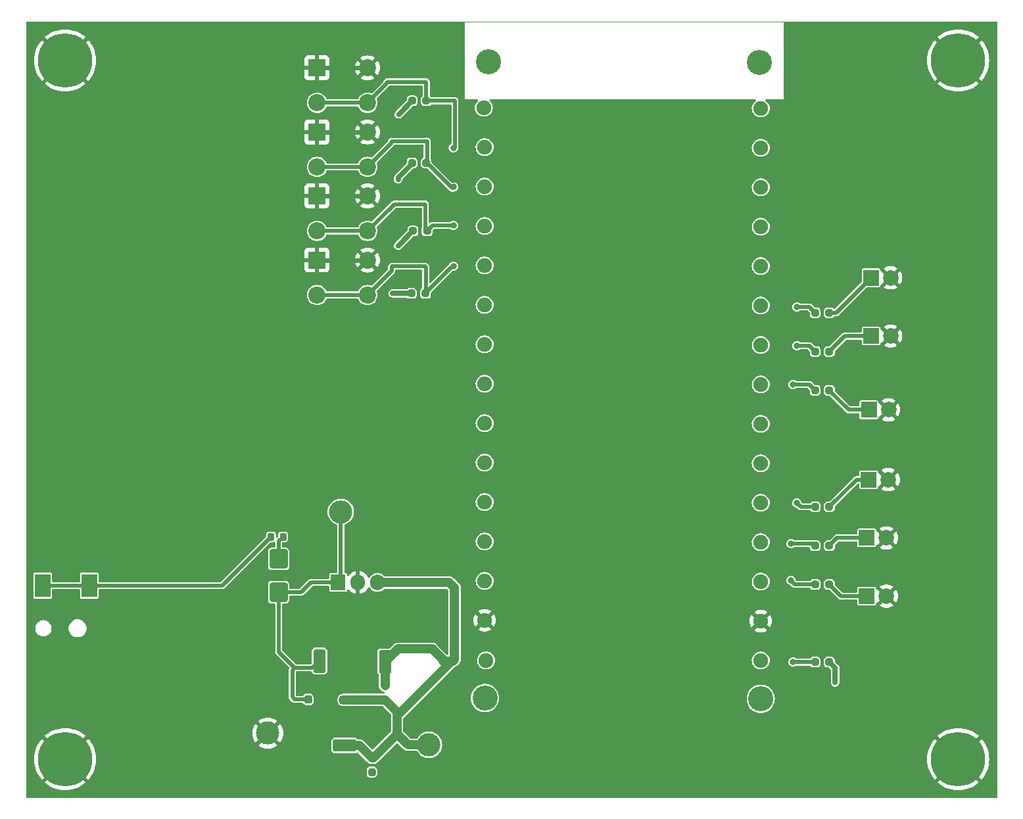
<source format=gbr>
%TF.GenerationSoftware,KiCad,Pcbnew,7.0.5*%
%TF.CreationDate,2024-05-19T08:19:49-04:00*%
%TF.ProjectId,homeWork2,686f6d65-576f-4726-9b32-2e6b69636164,V2*%
%TF.SameCoordinates,Original*%
%TF.FileFunction,Copper,L1,Top*%
%TF.FilePolarity,Positive*%
%FSLAX46Y46*%
G04 Gerber Fmt 4.6, Leading zero omitted, Abs format (unit mm)*
G04 Created by KiCad (PCBNEW 7.0.5) date 2024-05-19 08:19:49*
%MOMM*%
%LPD*%
G01*
G04 APERTURE LIST*
G04 Aperture macros list*
%AMRoundRect*
0 Rectangle with rounded corners*
0 $1 Rounding radius*
0 $2 $3 $4 $5 $6 $7 $8 $9 X,Y pos of 4 corners*
0 Add a 4 corners polygon primitive as box body*
4,1,4,$2,$3,$4,$5,$6,$7,$8,$9,$2,$3,0*
0 Add four circle primitives for the rounded corners*
1,1,$1+$1,$2,$3*
1,1,$1+$1,$4,$5*
1,1,$1+$1,$6,$7*
1,1,$1+$1,$8,$9*
0 Add four rect primitives between the rounded corners*
20,1,$1+$1,$2,$3,$4,$5,0*
20,1,$1+$1,$4,$5,$6,$7,0*
20,1,$1+$1,$6,$7,$8,$9,0*
20,1,$1+$1,$8,$9,$2,$3,0*%
G04 Aperture macros list end*
%TA.AperFunction,SMDPad,CuDef*%
%ADD10RoundRect,0.237500X0.250000X0.237500X-0.250000X0.237500X-0.250000X-0.237500X0.250000X-0.237500X0*%
%TD*%
%TA.AperFunction,ComponentPad*%
%ADD11R,2.000000X2.000000*%
%TD*%
%TA.AperFunction,ComponentPad*%
%ADD12C,2.000000*%
%TD*%
%TA.AperFunction,ComponentPad*%
%ADD13R,2.200000X2.200000*%
%TD*%
%TA.AperFunction,ComponentPad*%
%ADD14C,2.200000*%
%TD*%
%TA.AperFunction,ComponentPad*%
%ADD15C,0.800000*%
%TD*%
%TA.AperFunction,ComponentPad*%
%ADD16C,7.000000*%
%TD*%
%TA.AperFunction,WasherPad*%
%ADD17C,3.228898*%
%TD*%
%TA.AperFunction,ComponentPad*%
%ADD18C,1.900000*%
%TD*%
%TA.AperFunction,SMDPad,CuDef*%
%ADD19RoundRect,0.250000X0.900000X-1.000000X0.900000X1.000000X-0.900000X1.000000X-0.900000X-1.000000X0*%
%TD*%
%TA.AperFunction,ComponentPad*%
%ADD20C,3.000000*%
%TD*%
%TA.AperFunction,SMDPad,CuDef*%
%ADD21RoundRect,0.237500X0.237500X-0.250000X0.237500X0.250000X-0.237500X0.250000X-0.237500X-0.250000X0*%
%TD*%
%TA.AperFunction,SMDPad,CuDef*%
%ADD22RoundRect,0.237500X0.237500X-0.300000X0.237500X0.300000X-0.237500X0.300000X-0.237500X-0.300000X0*%
%TD*%
%TA.AperFunction,SMDPad,CuDef*%
%ADD23RoundRect,0.250000X0.550000X-1.250000X0.550000X1.250000X-0.550000X1.250000X-0.550000X-1.250000X0*%
%TD*%
%TA.AperFunction,SMDPad,CuDef*%
%ADD24RoundRect,0.218750X0.218750X0.256250X-0.218750X0.256250X-0.218750X-0.256250X0.218750X-0.256250X0*%
%TD*%
%TA.AperFunction,SMDPad,CuDef*%
%ADD25RoundRect,0.237500X-0.250000X-0.237500X0.250000X-0.237500X0.250000X0.237500X-0.250000X0.237500X0*%
%TD*%
%TA.AperFunction,SMDPad,CuDef*%
%ADD26RoundRect,0.250000X1.250000X0.550000X-1.250000X0.550000X-1.250000X-0.550000X1.250000X-0.550000X0*%
%TD*%
%TA.AperFunction,SMDPad,CuDef*%
%ADD27R,2.000000X3.000000*%
%TD*%
%TA.AperFunction,SMDPad,CuDef*%
%ADD28R,2.000000X2.999999*%
%TD*%
%TA.AperFunction,ComponentPad*%
%ADD29R,1.905000X2.000000*%
%TD*%
%TA.AperFunction,ComponentPad*%
%ADD30O,1.905000X2.000000*%
%TD*%
%TA.AperFunction,ViaPad*%
%ADD31C,0.500000*%
%TD*%
%TA.AperFunction,ViaPad*%
%ADD32C,0.800000*%
%TD*%
%TA.AperFunction,Conductor*%
%ADD33C,0.600000*%
%TD*%
%TA.AperFunction,Conductor*%
%ADD34C,0.500000*%
%TD*%
%TA.AperFunction,Conductor*%
%ADD35C,1.190000*%
%TD*%
%TA.AperFunction,Conductor*%
%ADD36C,0.670000*%
%TD*%
%TA.AperFunction,Profile*%
%ADD37C,0.100000*%
%TD*%
G04 APERTURE END LIST*
D10*
%TO.P,R14,1*%
%TO.N,Net-(D8-highBloodPreasure1-Pad1)*%
X153412500Y-97500000D03*
%TO.P,R14,2*%
%TO.N,Net-(ESP1-O5)*%
X151587500Y-97500000D03*
%TD*%
D11*
%TO.P,D6-lostSock1,1*%
%TO.N,Net-(D6-lostSock1-Pad1)*%
X158770000Y-83000000D03*
D12*
%TO.P,D6-lostSock1,2*%
%TO.N,GND*%
X161310000Y-83000000D03*
%TD*%
D13*
%TO.P,S2-RepeatCalculation1,1*%
%TO.N,GND*%
X87441500Y-64208000D03*
D14*
%TO.P,S2-RepeatCalculation1,2*%
X93941500Y-64208000D03*
%TO.P,S2-RepeatCalculation1,3*%
%TO.N,Net-(ESP1-VN)*%
X87441500Y-68708000D03*
%TO.P,S2-RepeatCalculation1,4*%
X93941500Y-68708000D03*
%TD*%
D15*
%TO.P,H1,1,1*%
%TO.N,GND*%
X52375000Y-55000000D03*
X53143845Y-53143845D03*
X53143845Y-56856155D03*
X55000000Y-52375000D03*
D16*
X55000000Y-55000000D03*
D15*
X55000000Y-57625000D03*
X56856155Y-53143845D03*
X56856155Y-56856155D03*
X57625000Y-55000000D03*
%TD*%
D17*
%TO.P,ESP1,*%
%TO.N,*%
X109071500Y-137124600D03*
X109477900Y-55133400D03*
X144428300Y-55285800D03*
X144580700Y-137226200D03*
D18*
%TO.P,ESP1,1,VIN*%
%TO.N,+5V*%
X109210700Y-132277000D03*
%TO.P,ESP1,2,GND*%
%TO.N,GND*%
X109020700Y-127117000D03*
%TO.P,ESP1,3,O13*%
%TO.N,unconnected-(ESP1-O13-Pad3)*%
X109020700Y-122037000D03*
%TO.P,ESP1,4,O12*%
%TO.N,unconnected-(ESP1-O12-Pad4)*%
X109020700Y-116957000D03*
%TO.P,ESP1,5,O1*%
%TO.N,unconnected-(ESP1-O1-Pad5)*%
X109020700Y-111877000D03*
%TO.P,ESP1,6,O27*%
%TO.N,unconnected-(ESP1-O27-Pad6)*%
X109020700Y-106797000D03*
%TO.P,ESP1,7,O26*%
%TO.N,unconnected-(ESP1-O26-Pad7)*%
X109020700Y-101717000D03*
%TO.P,ESP1,8,O25*%
%TO.N,unconnected-(ESP1-O25-Pad8)*%
X109020700Y-96637000D03*
%TO.P,ESP1,9,O33*%
%TO.N,unconnected-(ESP1-O33-Pad9)*%
X109020700Y-91557000D03*
%TO.P,ESP1,10,O32*%
%TO.N,unconnected-(ESP1-O32-Pad10)*%
X109020700Y-86477000D03*
%TO.P,ESP1,11,O35*%
%TO.N,Net-(ESP1-O35)*%
X109020700Y-81397000D03*
%TO.P,ESP1,12,O34*%
%TO.N,Net-(ESP1-O34)*%
X109020700Y-76317000D03*
%TO.P,ESP1,13,VN*%
%TO.N,Net-(ESP1-VN)*%
X109020700Y-71237000D03*
%TO.P,ESP1,14,VP*%
%TO.N,Net-(ESP1-VP)*%
X109020700Y-66157000D03*
%TO.P,ESP1,15,En*%
%TO.N,unconnected-(ESP1-En-Pad15)*%
X108919100Y-61077000D03*
%TO.P,ESP1,16,O23*%
%TO.N,unconnected-(ESP1-O23-Pad16)*%
X144580700Y-61178600D03*
%TO.P,ESP1,17,O22*%
%TO.N,unconnected-(ESP1-O22-Pad17)*%
X144580700Y-66258600D03*
%TO.P,ESP1,18,TX0*%
%TO.N,unconnected-(ESP1-TX0-Pad18)*%
X144580700Y-71338600D03*
%TO.P,ESP1,19,RX0*%
%TO.N,unconnected-(ESP1-RX0-Pad19)*%
X144580700Y-76418600D03*
%TO.P,ESP1,20,O21*%
%TO.N,unconnected-(ESP1-O21-Pad20)*%
X144580700Y-81498600D03*
%TO.P,ESP1,21,O19*%
%TO.N,Net-(ESP1-O19)*%
X144580700Y-86578600D03*
%TO.P,ESP1,22,O18*%
%TO.N,Net-(ESP1-O18)*%
X144580700Y-91658600D03*
%TO.P,ESP1,23,O5*%
%TO.N,Net-(ESP1-O5)*%
X144580700Y-96738600D03*
%TO.P,ESP1,24,TX2*%
%TO.N,unconnected-(ESP1-TX2-Pad24)*%
X144580700Y-101818600D03*
%TO.P,ESP1,25,RX2*%
%TO.N,unconnected-(ESP1-RX2-Pad25)*%
X144580700Y-106898600D03*
%TO.P,ESP1,26,O4*%
%TO.N,Net-(ESP1-O4)*%
X144580700Y-111978600D03*
%TO.P,ESP1,27,O2*%
%TO.N,Net-(ESP1-O2)*%
X144580700Y-117058600D03*
%TO.P,ESP1,28,O15*%
%TO.N,Net-(ESP1-O15)*%
X144580700Y-122138600D03*
%TO.P,ESP1,29,GND*%
%TO.N,GND*%
X144580700Y-127218600D03*
%TO.P,ESP1,30,3V3*%
%TO.N,Net-(ESP1-3V3)*%
X144580700Y-132298600D03*
%TD*%
D19*
%TO.P,D2,1,K*%
%TO.N,Vin*%
X82500000Y-123500000D03*
%TO.P,D2,2,A*%
%TO.N,Net-(D2-A)*%
X82500000Y-119200000D03*
%TD*%
D10*
%TO.P,R12,1*%
%TO.N,Net-(D6-lostSock1-Pad1)*%
X153412500Y-87500000D03*
%TO.P,R12,2*%
%TO.N,Net-(ESP1-O19)*%
X151587500Y-87500000D03*
%TD*%
D20*
%TO.P,TP2,1,1*%
%TO.N,Vin*%
X90500000Y-113150000D03*
%TD*%
D21*
%TO.P,R2,1*%
%TO.N,Net-(D1-Pad1)*%
X94500000Y-146662500D03*
%TO.P,R2,2*%
%TO.N,+5V*%
X94500000Y-144837500D03*
%TD*%
D15*
%TO.P,H2,1,1*%
%TO.N,GND*%
X52375000Y-145000000D03*
X53143845Y-143143845D03*
X53143845Y-146856155D03*
X55000000Y-142375000D03*
D16*
X55000000Y-145000000D03*
D15*
X55000000Y-147625000D03*
X56856155Y-143143845D03*
X56856155Y-146856155D03*
X57625000Y-145000000D03*
%TD*%
D22*
%TO.P,C2,1*%
%TO.N,GND*%
X81550000Y-136112500D03*
%TO.P,C2,2*%
X81550000Y-134387500D03*
%TD*%
D23*
%TO.P,C4,1*%
%TO.N,Vin*%
X87750000Y-132350000D03*
%TO.P,C4,2*%
%TO.N,GND*%
X87750000Y-127950000D03*
%TD*%
%TO.P,C3,1*%
%TO.N,+5V*%
X96200000Y-132450000D03*
%TO.P,C3,2*%
%TO.N,GND*%
X96200000Y-128050000D03*
%TD*%
D24*
%TO.P,F1,1*%
%TO.N,Net-(D2-A)*%
X83075000Y-116350000D03*
%TO.P,F1,2*%
%TO.N,Net-(F1-Pad2)*%
X81500000Y-116350000D03*
%TD*%
D10*
%TO.P,R9,1*%
%TO.N,Net-(D3-babyCrying1-Pad1)*%
X153412500Y-112500000D03*
%TO.P,R9,2*%
%TO.N,Net-(ESP1-O4)*%
X151587500Y-112500000D03*
%TD*%
%TO.P,R10,1*%
%TO.N,Net-(D4-coldFood1-Pad1)*%
X153412500Y-117500000D03*
%TO.P,R10,2*%
%TO.N,Net-(ESP1-O2)*%
X151587500Y-117500000D03*
%TD*%
D25*
%TO.P,R4,1*%
%TO.N,+3.3V*%
X99679000Y-68208000D03*
%TO.P,R4,2*%
%TO.N,Net-(ESP1-VN)*%
X101504000Y-68208000D03*
%TD*%
D22*
%TO.P,C1,1*%
%TO.N,+5V*%
X102300000Y-130812500D03*
%TO.P,C1,2*%
%TO.N,GND*%
X102300000Y-129087500D03*
%TD*%
D10*
%TO.P,R3,1*%
%TO.N,Net-(ESP1-VP)*%
X101516500Y-60208000D03*
%TO.P,R3,2*%
%TO.N,+3.3V*%
X99691500Y-60208000D03*
%TD*%
D15*
%TO.P,H4,1,1*%
%TO.N,GND*%
X167375000Y-145000000D03*
X168143845Y-143143845D03*
X168143845Y-146856155D03*
X170000000Y-142375000D03*
D16*
X170000000Y-145000000D03*
D15*
X170000000Y-147625000D03*
X171856155Y-143143845D03*
X171856155Y-146856155D03*
X172625000Y-145000000D03*
%TD*%
D11*
%TO.P,D3-babyCrying1,1*%
%TO.N,Net-(D3-babyCrying1-Pad1)*%
X158460000Y-109000000D03*
D12*
%TO.P,D3-babyCrying1,2*%
%TO.N,GND*%
X161000000Y-109000000D03*
%TD*%
D13*
%TO.P,S1-morseCodeDanger1,1*%
%TO.N,GND*%
X87441500Y-55958000D03*
D14*
%TO.P,S1-morseCodeDanger1,2*%
X93941500Y-55958000D03*
%TO.P,S1-morseCodeDanger1,3*%
%TO.N,Net-(ESP1-VP)*%
X87441500Y-60458000D03*
%TO.P,S1-morseCodeDanger1,4*%
X93941500Y-60458000D03*
%TD*%
D21*
%TO.P,R1,1*%
%TO.N,+5V*%
X96200000Y-137350000D03*
%TO.P,R1,2*%
X96200000Y-135525000D03*
%TD*%
D26*
%TO.P,C7,1*%
%TO.N,+5V*%
X91000000Y-143250000D03*
%TO.P,C7,2*%
%TO.N,GND*%
X86600000Y-143250000D03*
%TD*%
D25*
%TO.P,R7,1*%
%TO.N,Net-(ESP1-3V3)*%
X151587500Y-132500000D03*
%TO.P,R7,2*%
%TO.N,+3.3V*%
X153412500Y-132500000D03*
%TD*%
D11*
%TO.P,D5-mute1,1*%
%TO.N,Net-(D5-mute1-Pad1)*%
X158230000Y-124000000D03*
D12*
%TO.P,D5-mute1,2*%
%TO.N,GND*%
X160770000Y-124000000D03*
%TD*%
D20*
%TO.P,TP3,1,1*%
%TO.N,+5V*%
X101850000Y-143150000D03*
%TD*%
D25*
%TO.P,R5,1*%
%TO.N,+3.3V*%
X99779000Y-76958000D03*
%TO.P,R5,2*%
%TO.N,Net-(ESP1-O34)*%
X101604000Y-76958000D03*
%TD*%
D13*
%TO.P,S3-muteFiveMin1,1*%
%TO.N,GND*%
X87441500Y-72458000D03*
D14*
%TO.P,S3-muteFiveMin1,2*%
X93941500Y-72458000D03*
%TO.P,S3-muteFiveMin1,3*%
%TO.N,Net-(ESP1-O34)*%
X87441500Y-76958000D03*
%TO.P,S3-muteFiveMin1,4*%
X93941500Y-76958000D03*
%TD*%
D11*
%TO.P,D4-coldFood1,1*%
%TO.N,Net-(D4-coldFood1-Pad1)*%
X158230000Y-116500000D03*
D12*
%TO.P,D4-coldFood1,2*%
%TO.N,GND*%
X160770000Y-116500000D03*
%TD*%
D27*
%TO.P,J1,1*%
%TO.N,Net-(F1-Pad2)*%
X58100000Y-122650000D03*
%TO.P,J1,2*%
%TO.N,GND*%
X58100000Y-133650000D03*
%TO.P,J1,3*%
X52100000Y-133650000D03*
D28*
%TO.P,J1,4*%
%TO.N,Net-(F1-Pad2)*%
X52100000Y-122650000D03*
%TD*%
D22*
%TO.P,C6,1*%
%TO.N,+5V*%
X90850000Y-137362500D03*
%TO.P,C6,2*%
%TO.N,GND*%
X90850000Y-135637500D03*
%TD*%
D25*
%TO.P,R6,1*%
%TO.N,+3.3V*%
X99579000Y-85008000D03*
%TO.P,R6,2*%
%TO.N,Net-(ESP1-O35)*%
X101404000Y-85008000D03*
%TD*%
D22*
%TO.P,C5,1*%
%TO.N,Vin*%
X86300000Y-137312500D03*
%TO.P,C5,2*%
%TO.N,GND*%
X86300000Y-135587500D03*
%TD*%
D11*
%TO.P,D7-unstableGround1,1*%
%TO.N,Net-(D7-unstableGround1-Pad1)*%
X158770000Y-90500000D03*
D12*
%TO.P,D7-unstableGround1,2*%
%TO.N,GND*%
X161310000Y-90500000D03*
%TD*%
D10*
%TO.P,R11,1*%
%TO.N,Net-(D5-mute1-Pad1)*%
X153412500Y-122500000D03*
%TO.P,R11,2*%
%TO.N,Net-(ESP1-O15)*%
X151587500Y-122500000D03*
%TD*%
D29*
%TO.P,U1,1,VI*%
%TO.N,Vin*%
X90160000Y-122245000D03*
D30*
%TO.P,U1,2,GND*%
%TO.N,GND*%
X92700000Y-122245000D03*
%TO.P,U1,3,VO*%
%TO.N,+5V*%
X95240000Y-122245000D03*
%TD*%
D10*
%TO.P,R13,1*%
%TO.N,Net-(D7-unstableGround1-Pad1)*%
X153412500Y-92500000D03*
%TO.P,R13,2*%
%TO.N,Net-(ESP1-O18)*%
X151587500Y-92500000D03*
%TD*%
D13*
%TO.P,S4-SendEmergMessage1,1*%
%TO.N,GND*%
X87441500Y-80708000D03*
D14*
%TO.P,S4-SendEmergMessage1,2*%
X93941500Y-80708000D03*
%TO.P,S4-SendEmergMessage1,3*%
%TO.N,Net-(ESP1-O35)*%
X87441500Y-85208000D03*
%TO.P,S4-SendEmergMessage1,4*%
X93941500Y-85208000D03*
%TD*%
D11*
%TO.P,D8-highBloodPreasure1,1*%
%TO.N,Net-(D8-highBloodPreasure1-Pad1)*%
X158500000Y-100000000D03*
D12*
%TO.P,D8-highBloodPreasure1,2*%
%TO.N,GND*%
X161040000Y-100000000D03*
%TD*%
D20*
%TO.P,TP1,1,1*%
%TO.N,GND*%
X81100000Y-141650000D03*
%TD*%
D15*
%TO.P,H3,1,1*%
%TO.N,GND*%
X167375000Y-55000000D03*
X168143845Y-53143845D03*
X168143845Y-56856155D03*
X170000000Y-52375000D03*
D16*
X170000000Y-55000000D03*
D15*
X170000000Y-57625000D03*
X171856155Y-53143845D03*
X171856155Y-56856155D03*
X172625000Y-55000000D03*
%TD*%
D31*
%TO.N,+5V*%
X105000000Y-132300000D03*
D32*
%TO.N,Net-(ESP1-O4)*%
X149250000Y-112000000D03*
%TO.N,Net-(ESP1-O2)*%
X148500000Y-117250000D03*
%TO.N,Net-(ESP1-O15)*%
X148500000Y-122000000D03*
%TO.N,Net-(ESP1-O19)*%
X149250000Y-86750000D03*
%TO.N,Net-(ESP1-O18)*%
X149250000Y-91750000D03*
%TO.N,Net-(ESP1-O5)*%
X148750000Y-96750000D03*
%TO.N,Net-(ESP1-VP)*%
X105000000Y-66250000D03*
D31*
%TO.N,+3.3V*%
X97881500Y-70312000D03*
X97881500Y-61930000D03*
X97119500Y-85044000D03*
X154178000Y-135128000D03*
X97881500Y-78948000D03*
D32*
%TO.N,Net-(ESP1-VN)*%
X105000000Y-71300000D03*
%TO.N,Net-(ESP1-O34)*%
X105000000Y-76250000D03*
%TO.N,Net-(ESP1-O35)*%
X105000000Y-81500000D03*
%TO.N,Net-(ESP1-3V3)*%
X148750000Y-132500000D03*
%TD*%
D33*
%TO.N,GND*%
X93941500Y-64208000D02*
X87441500Y-64208000D01*
X93941500Y-72458000D02*
X87441500Y-72458000D01*
X93941500Y-80708000D02*
X87441500Y-80708000D01*
X90800000Y-135587500D02*
X90850000Y-135637500D01*
X93941500Y-55958000D02*
X87441500Y-55958000D01*
D34*
%TO.N,Vin*%
X84250000Y-133550000D02*
X84550000Y-133250000D01*
X84562500Y-137312500D02*
X84250000Y-137000000D01*
X82500000Y-131200000D02*
X84550000Y-133250000D01*
X90160000Y-122245000D02*
X86655000Y-122245000D01*
X84550000Y-133250000D02*
X86850000Y-133250000D01*
X82500000Y-123500000D02*
X82500000Y-131200000D01*
X90500000Y-113150000D02*
X90500000Y-121905000D01*
X86850000Y-133250000D02*
X87750000Y-132350000D01*
X85400000Y-123500000D02*
X82500000Y-123500000D01*
X90500000Y-121905000D02*
X90160000Y-122245000D01*
X86655000Y-122245000D02*
X85400000Y-123500000D01*
X84250000Y-137000000D02*
X84250000Y-133550000D01*
X86300000Y-137312500D02*
X84562500Y-137312500D01*
D35*
%TO.N,+5V*%
X102300000Y-130812500D02*
X97837500Y-130812500D01*
X97750000Y-140150000D02*
X97750000Y-138900000D01*
X103700000Y-132212500D02*
X103700000Y-132350000D01*
X97750000Y-139400000D02*
X97750000Y-140150000D01*
X91000000Y-143250000D02*
X92912500Y-143250000D01*
X96200000Y-137350000D02*
X90862500Y-137350000D01*
X103837500Y-132350000D02*
X102300000Y-130812500D01*
X92912500Y-143250000D02*
X94500000Y-144837500D01*
X103764500Y-132277000D02*
X103700000Y-132212500D01*
X105100000Y-122900000D02*
X105150000Y-122900000D01*
X97750000Y-138900000D02*
X96200000Y-137350000D01*
X94500000Y-144837500D02*
X94662500Y-144837500D01*
X105150000Y-122900000D02*
X105150000Y-122950000D01*
X95240000Y-122245000D02*
X104445000Y-122245000D01*
X105150000Y-122950000D02*
X105050000Y-122850000D01*
X97750000Y-141750000D02*
X99150000Y-143150000D01*
X94662500Y-144837500D02*
X97750000Y-141750000D01*
X90862500Y-137350000D02*
X90850000Y-137362500D01*
X103700000Y-132350000D02*
X103837500Y-132350000D01*
X104445000Y-122245000D02*
X105100000Y-122900000D01*
X105000000Y-132300000D02*
X104950000Y-132350000D01*
X104850000Y-132300000D02*
X97750000Y-139400000D01*
X97837500Y-130812500D02*
X96200000Y-132450000D01*
X104950000Y-132350000D02*
X103700000Y-132350000D01*
X105000000Y-132300000D02*
X105150000Y-132150000D01*
X97750000Y-141750000D02*
X97750000Y-140150000D01*
X96200000Y-132450000D02*
X96200000Y-135525000D01*
X99150000Y-143150000D02*
X101850000Y-143150000D01*
X105000000Y-132300000D02*
X104850000Y-132300000D01*
X105150000Y-132150000D02*
X105150000Y-122950000D01*
D34*
%TO.N,Net-(D2-A)*%
X82500000Y-119200000D02*
X82500000Y-116925000D01*
X82500000Y-116925000D02*
X83075000Y-116350000D01*
%TO.N,Net-(D3-babyCrying1-Pad1)*%
X153412500Y-112500000D02*
X156912500Y-109000000D01*
X156912500Y-109000000D02*
X158460000Y-109000000D01*
%TO.N,Net-(D4-coldFood1-Pad1)*%
X154412500Y-116500000D02*
X158230000Y-116500000D01*
X153412500Y-117500000D02*
X154412500Y-116500000D01*
%TO.N,Net-(D5-mute1-Pad1)*%
X154912500Y-124000000D02*
X158230000Y-124000000D01*
X153412500Y-122500000D02*
X154912500Y-124000000D01*
%TO.N,Net-(D6-lostSock1-Pad1)*%
X153412500Y-87500000D02*
X154270000Y-87500000D01*
X154270000Y-87500000D02*
X158770000Y-83000000D01*
%TO.N,Net-(D7-unstableGround1-Pad1)*%
X155412500Y-90500000D02*
X158770000Y-90500000D01*
X153412500Y-92500000D02*
X155412500Y-90500000D01*
%TO.N,Net-(D8-highBloodPreasure1-Pad1)*%
X155912500Y-100000000D02*
X158500000Y-100000000D01*
X153412500Y-97500000D02*
X155912500Y-100000000D01*
%TO.N,Net-(F1-Pad2)*%
X52100000Y-122650000D02*
X58100000Y-122650000D01*
X81500000Y-116350000D02*
X75200000Y-122650000D01*
X75200000Y-122650000D02*
X58100000Y-122650000D01*
%TO.N,Net-(ESP1-O4)*%
X149750000Y-112500000D02*
X149250000Y-112000000D01*
X151587500Y-112500000D02*
X149750000Y-112500000D01*
%TO.N,Net-(ESP1-O2)*%
X151337500Y-117250000D02*
X151587500Y-117500000D01*
X148500000Y-117250000D02*
X151337500Y-117250000D01*
%TO.N,Net-(ESP1-O15)*%
X149000000Y-122500000D02*
X148500000Y-122000000D01*
X151587500Y-122500000D02*
X149000000Y-122500000D01*
%TO.N,Net-(ESP1-O19)*%
X150837500Y-86750000D02*
X151587500Y-87500000D01*
X149250000Y-86750000D02*
X150837500Y-86750000D01*
%TO.N,Net-(ESP1-O18)*%
X150837500Y-91750000D02*
X151587500Y-92500000D01*
X149250000Y-91750000D02*
X150837500Y-91750000D01*
%TO.N,Net-(ESP1-O5)*%
X150837500Y-96750000D02*
X151587500Y-97500000D01*
X148750000Y-96750000D02*
X150837500Y-96750000D01*
%TO.N,Net-(ESP1-VP)*%
X105191500Y-60208000D02*
X101516500Y-60208000D01*
X105191500Y-60208000D02*
X105191500Y-66058500D01*
X101516500Y-57783000D02*
X101491500Y-57758000D01*
X96491500Y-57758000D02*
X96391500Y-57858000D01*
X96391500Y-57858000D02*
X96391500Y-58008000D01*
X96391500Y-58008000D02*
X93941500Y-60458000D01*
X105191500Y-66058500D02*
X105000000Y-66250000D01*
X101516500Y-60208000D02*
X101516500Y-57783000D01*
X101491500Y-57758000D02*
X96491500Y-57758000D01*
X93941500Y-60458000D02*
X87441500Y-60458000D01*
D36*
%TO.N,+3.3V*%
X97881500Y-70105500D02*
X97881500Y-70312000D01*
X154178000Y-135128000D02*
X154178000Y-133265500D01*
X97881500Y-78855500D02*
X99779000Y-76958000D01*
X154178000Y-133265500D02*
X153412500Y-132500000D01*
X99691500Y-60208000D02*
X97969500Y-61930000D01*
X99679000Y-68308000D02*
X97881500Y-70105500D01*
X99579000Y-85008000D02*
X97191500Y-85008000D01*
D34*
%TO.N,Net-(ESP1-VN)*%
X104582000Y-71186000D02*
X101604000Y-68208000D01*
X104854000Y-71458000D02*
X104582000Y-71186000D01*
X97041500Y-65408000D02*
X101591500Y-65408000D01*
X87441500Y-68708000D02*
X93941500Y-68708000D01*
X104582000Y-71186000D02*
X104886000Y-71186000D01*
X104886000Y-71186000D02*
X105000000Y-71300000D01*
X97041500Y-65608000D02*
X97041500Y-65408000D01*
X93941500Y-68708000D02*
X97041500Y-65608000D01*
X101591500Y-65408000D02*
X101604000Y-65395500D01*
X101604000Y-65395500D02*
X101604000Y-68208000D01*
%TO.N,Net-(ESP1-O34)*%
X93941500Y-76958000D02*
X97391500Y-73508000D01*
X101391500Y-73508000D02*
X101391500Y-76745500D01*
X102312000Y-76250000D02*
X105000000Y-76250000D01*
X101604000Y-76958000D02*
X102312000Y-76250000D01*
X101391500Y-76745500D02*
X101604000Y-76958000D01*
X87441500Y-76958000D02*
X93941500Y-76958000D01*
X97391500Y-73508000D02*
X101391500Y-73508000D01*
%TO.N,Net-(ESP1-O35)*%
X101341500Y-81508000D02*
X97091500Y-81508000D01*
X93941500Y-85208000D02*
X87441500Y-85208000D01*
X104691500Y-81708000D02*
X101404000Y-84995500D01*
X97091500Y-81508000D02*
X97041500Y-81558000D01*
X101441500Y-81608000D02*
X101341500Y-81508000D01*
X97041500Y-81558000D02*
X97041500Y-82108000D01*
X101404000Y-85008000D02*
X101441500Y-84970500D01*
X97041500Y-82108000D02*
X93941500Y-85208000D01*
X101404000Y-84995500D02*
X101404000Y-85008000D01*
X101441500Y-84970500D02*
X101441500Y-81608000D01*
%TO.N,Net-(ESP1-3V3)*%
X151587500Y-132500000D02*
X148750000Y-132500000D01*
%TD*%
%TA.AperFunction,Conductor*%
%TO.N,GND*%
G36*
X57015520Y-146661967D02*
G01*
X56953700Y-146620660D01*
X56880779Y-146606155D01*
X56831531Y-146606155D01*
X56758610Y-146620660D01*
X56675915Y-146675915D01*
X56620660Y-146758610D01*
X56601257Y-146856155D01*
X56620660Y-146953700D01*
X56661966Y-147015519D01*
X56048572Y-146402125D01*
X56193640Y-146286438D01*
X56372042Y-146094167D01*
X56402721Y-146049168D01*
X57015520Y-146661967D01*
G37*
%TD.AperFunction*%
%TA.AperFunction,Conductor*%
G36*
X53627958Y-146094167D02*
G01*
X53806360Y-146286438D01*
X53951427Y-146402124D01*
X53338036Y-147015515D01*
X53379340Y-146953700D01*
X53398743Y-146856155D01*
X53379340Y-146758610D01*
X53324085Y-146675915D01*
X53241390Y-146620660D01*
X53168469Y-146606155D01*
X53119221Y-146606155D01*
X53046300Y-146620660D01*
X52984476Y-146661968D01*
X53597278Y-146049167D01*
X53627958Y-146094167D01*
G37*
%TD.AperFunction*%
%TA.AperFunction,Conductor*%
G36*
X53951427Y-143597874D02*
G01*
X53806360Y-143713562D01*
X53627958Y-143905833D01*
X53597278Y-143950831D01*
X52984480Y-143338033D01*
X53046300Y-143379340D01*
X53119221Y-143393845D01*
X53168469Y-143393845D01*
X53241390Y-143379340D01*
X53324085Y-143324085D01*
X53379340Y-143241390D01*
X53398743Y-143143845D01*
X53379340Y-143046300D01*
X53338033Y-142984480D01*
X53951427Y-143597874D01*
G37*
%TD.AperFunction*%
%TA.AperFunction,Conductor*%
G36*
X56620660Y-143046300D02*
G01*
X56601257Y-143143845D01*
X56620660Y-143241390D01*
X56675915Y-143324085D01*
X56758610Y-143379340D01*
X56831531Y-143393845D01*
X56880779Y-143393845D01*
X56953700Y-143379340D01*
X57015514Y-143338036D01*
X56402720Y-143950830D01*
X56372042Y-143905833D01*
X56193640Y-143713562D01*
X56048572Y-143597874D01*
X56661968Y-142984478D01*
X56620660Y-143046300D01*
G37*
%TD.AperFunction*%
%TA.AperFunction,Conductor*%
G36*
X172015520Y-146661967D02*
G01*
X171953700Y-146620660D01*
X171880779Y-146606155D01*
X171831531Y-146606155D01*
X171758610Y-146620660D01*
X171675915Y-146675915D01*
X171620660Y-146758610D01*
X171601257Y-146856155D01*
X171620660Y-146953700D01*
X171661966Y-147015519D01*
X171048572Y-146402125D01*
X171193640Y-146286438D01*
X171372042Y-146094167D01*
X171402721Y-146049168D01*
X172015520Y-146661967D01*
G37*
%TD.AperFunction*%
%TA.AperFunction,Conductor*%
G36*
X168627958Y-146094167D02*
G01*
X168806360Y-146286438D01*
X168951427Y-146402124D01*
X168338036Y-147015515D01*
X168379340Y-146953700D01*
X168398743Y-146856155D01*
X168379340Y-146758610D01*
X168324085Y-146675915D01*
X168241390Y-146620660D01*
X168168469Y-146606155D01*
X168119221Y-146606155D01*
X168046300Y-146620660D01*
X167984475Y-146661969D01*
X168597278Y-146049167D01*
X168627958Y-146094167D01*
G37*
%TD.AperFunction*%
%TA.AperFunction,Conductor*%
G36*
X168951427Y-143597874D02*
G01*
X168806360Y-143713562D01*
X168627958Y-143905833D01*
X168597279Y-143950830D01*
X167984482Y-143338035D01*
X168046300Y-143379340D01*
X168119221Y-143393845D01*
X168168469Y-143393845D01*
X168241390Y-143379340D01*
X168324085Y-143324085D01*
X168379340Y-143241390D01*
X168398743Y-143143845D01*
X168379340Y-143046300D01*
X168338033Y-142984480D01*
X168951427Y-143597874D01*
G37*
%TD.AperFunction*%
%TA.AperFunction,Conductor*%
G36*
X171620660Y-143046300D02*
G01*
X171601257Y-143143845D01*
X171620660Y-143241390D01*
X171675915Y-143324085D01*
X171758610Y-143379340D01*
X171831531Y-143393845D01*
X171880779Y-143393845D01*
X171953700Y-143379340D01*
X172015514Y-143338036D01*
X171402720Y-143950830D01*
X171372042Y-143905833D01*
X171193640Y-143713562D01*
X171048571Y-143597873D01*
X171661970Y-142984474D01*
X171620660Y-143046300D01*
G37*
%TD.AperFunction*%
%TA.AperFunction,Conductor*%
G36*
X57015519Y-56661966D02*
G01*
X56953700Y-56620660D01*
X56880779Y-56606155D01*
X56831531Y-56606155D01*
X56758610Y-56620660D01*
X56675915Y-56675915D01*
X56620660Y-56758610D01*
X56601257Y-56856155D01*
X56620660Y-56953700D01*
X56661966Y-57015519D01*
X56048572Y-56402125D01*
X56193640Y-56286438D01*
X56372042Y-56094167D01*
X56402721Y-56049168D01*
X57015519Y-56661966D01*
G37*
%TD.AperFunction*%
%TA.AperFunction,Conductor*%
G36*
X53627958Y-56094167D02*
G01*
X53806360Y-56286438D01*
X53951427Y-56402124D01*
X53338036Y-57015515D01*
X53379340Y-56953700D01*
X53398743Y-56856155D01*
X53379340Y-56758610D01*
X53324085Y-56675915D01*
X53241390Y-56620660D01*
X53168469Y-56606155D01*
X53119221Y-56606155D01*
X53046300Y-56620660D01*
X52984476Y-56661968D01*
X53597278Y-56049167D01*
X53627958Y-56094167D01*
G37*
%TD.AperFunction*%
%TA.AperFunction,Conductor*%
G36*
X53951427Y-53597874D02*
G01*
X53806360Y-53713562D01*
X53627958Y-53905833D01*
X53597278Y-53950831D01*
X52984480Y-53338033D01*
X53046300Y-53379340D01*
X53119221Y-53393845D01*
X53168469Y-53393845D01*
X53241390Y-53379340D01*
X53324085Y-53324085D01*
X53379340Y-53241390D01*
X53398743Y-53143845D01*
X53379340Y-53046300D01*
X53338033Y-52984480D01*
X53951427Y-53597874D01*
G37*
%TD.AperFunction*%
%TA.AperFunction,Conductor*%
G36*
X56620660Y-53046300D02*
G01*
X56601257Y-53143845D01*
X56620660Y-53241390D01*
X56675915Y-53324085D01*
X56758610Y-53379340D01*
X56831531Y-53393845D01*
X56880779Y-53393845D01*
X56953700Y-53379340D01*
X57015514Y-53338036D01*
X56402720Y-53950830D01*
X56372042Y-53905833D01*
X56193640Y-53713562D01*
X56048572Y-53597874D01*
X56661968Y-52984478D01*
X56620660Y-53046300D01*
G37*
%TD.AperFunction*%
%TA.AperFunction,Conductor*%
G36*
X172015519Y-56661966D02*
G01*
X171953700Y-56620660D01*
X171880779Y-56606155D01*
X171831531Y-56606155D01*
X171758610Y-56620660D01*
X171675915Y-56675915D01*
X171620660Y-56758610D01*
X171601257Y-56856155D01*
X171620660Y-56953700D01*
X171661966Y-57015519D01*
X171048572Y-56402125D01*
X171193640Y-56286438D01*
X171372042Y-56094167D01*
X171402721Y-56049168D01*
X172015519Y-56661966D01*
G37*
%TD.AperFunction*%
%TA.AperFunction,Conductor*%
G36*
X168627958Y-56094167D02*
G01*
X168806360Y-56286438D01*
X168951427Y-56402124D01*
X168338036Y-57015515D01*
X168379340Y-56953700D01*
X168398743Y-56856155D01*
X168379340Y-56758610D01*
X168324085Y-56675915D01*
X168241390Y-56620660D01*
X168168469Y-56606155D01*
X168119221Y-56606155D01*
X168046300Y-56620660D01*
X167984476Y-56661968D01*
X168597278Y-56049167D01*
X168627958Y-56094167D01*
G37*
%TD.AperFunction*%
%TA.AperFunction,Conductor*%
G36*
X168951427Y-53597874D02*
G01*
X168806360Y-53713562D01*
X168627958Y-53905833D01*
X168597278Y-53950831D01*
X167984480Y-53338033D01*
X168046300Y-53379340D01*
X168119221Y-53393845D01*
X168168469Y-53393845D01*
X168241390Y-53379340D01*
X168324085Y-53324085D01*
X168379340Y-53241390D01*
X168398743Y-53143845D01*
X168379340Y-53046300D01*
X168338033Y-52984480D01*
X168951427Y-53597874D01*
G37*
%TD.AperFunction*%
%TA.AperFunction,Conductor*%
G36*
X171620660Y-53046300D02*
G01*
X171601257Y-53143845D01*
X171620660Y-53241390D01*
X171675915Y-53324085D01*
X171758610Y-53379340D01*
X171831531Y-53393845D01*
X171880779Y-53393845D01*
X171953700Y-53379340D01*
X172015513Y-53338037D01*
X171402720Y-53950830D01*
X171372042Y-53905833D01*
X171193640Y-53713562D01*
X171048572Y-53597874D01*
X171661968Y-52984478D01*
X171620660Y-53046300D01*
G37*
%TD.AperFunction*%
%TA.AperFunction,Conductor*%
G36*
X106443039Y-50020185D02*
G01*
X106488794Y-50072989D01*
X106500000Y-50124500D01*
X106500000Y-60000000D01*
X108072687Y-60000000D01*
X108139726Y-60019685D01*
X108185481Y-60072489D01*
X108195425Y-60141647D01*
X108166400Y-60205203D01*
X108156226Y-60215637D01*
X108065227Y-60298593D01*
X107936732Y-60468746D01*
X107841696Y-60659605D01*
X107841696Y-60659607D01*
X107783344Y-60864689D01*
X107763670Y-61076999D01*
X107763670Y-61077000D01*
X107783344Y-61289310D01*
X107841696Y-61494392D01*
X107841696Y-61494394D01*
X107936732Y-61685253D01*
X108065227Y-61855406D01*
X108065228Y-61855407D01*
X108222798Y-61999052D01*
X108404081Y-62111298D01*
X108602902Y-62188321D01*
X108812490Y-62227500D01*
X108812492Y-62227500D01*
X109025708Y-62227500D01*
X109025710Y-62227500D01*
X109235298Y-62188321D01*
X109434119Y-62111298D01*
X109615402Y-61999052D01*
X109772972Y-61855407D01*
X109901466Y-61685255D01*
X109949610Y-61588568D01*
X109996503Y-61494394D01*
X109996503Y-61494393D01*
X109996505Y-61494389D01*
X110054856Y-61289310D01*
X110074529Y-61077000D01*
X110054856Y-60864690D01*
X109996505Y-60659611D01*
X109996503Y-60659606D01*
X109996503Y-60659605D01*
X109901467Y-60468746D01*
X109772972Y-60298593D01*
X109744605Y-60272733D01*
X109681973Y-60215636D01*
X109645693Y-60155925D01*
X109647454Y-60086078D01*
X109686698Y-60028270D01*
X109750965Y-60000856D01*
X109765513Y-60000000D01*
X143862922Y-60000000D01*
X143929961Y-60019685D01*
X143975716Y-60072489D01*
X143985660Y-60141647D01*
X143956635Y-60205203D01*
X143928200Y-60229427D01*
X143884399Y-60256547D01*
X143726827Y-60400193D01*
X143598332Y-60570346D01*
X143503296Y-60761205D01*
X143503296Y-60761207D01*
X143444944Y-60966289D01*
X143425271Y-61178599D01*
X143425271Y-61178600D01*
X143444944Y-61390910D01*
X143503296Y-61595992D01*
X143503296Y-61595994D01*
X143598332Y-61786853D01*
X143706432Y-61929999D01*
X143726828Y-61957007D01*
X143884398Y-62100652D01*
X144065681Y-62212898D01*
X144264502Y-62289921D01*
X144474090Y-62329100D01*
X144474092Y-62329100D01*
X144687308Y-62329100D01*
X144687310Y-62329100D01*
X144896898Y-62289921D01*
X145095719Y-62212898D01*
X145277002Y-62100652D01*
X145434572Y-61957007D01*
X145563066Y-61786855D01*
X145584588Y-61743633D01*
X145658103Y-61595994D01*
X145658103Y-61595993D01*
X145658105Y-61595989D01*
X145716456Y-61390910D01*
X145736129Y-61178600D01*
X145716456Y-60966290D01*
X145658105Y-60761211D01*
X145658103Y-60761206D01*
X145658103Y-60761205D01*
X145563067Y-60570346D01*
X145434572Y-60400193D01*
X145434571Y-60400193D01*
X145277002Y-60256548D01*
X145233199Y-60229426D01*
X145186565Y-60177399D01*
X145175461Y-60108417D01*
X145203414Y-60044383D01*
X145261550Y-60005626D01*
X145298478Y-60000000D01*
X147500000Y-60000000D01*
X147500000Y-55000000D01*
X165995176Y-55000000D01*
X166014461Y-55392550D01*
X166072129Y-55781308D01*
X166167625Y-56162549D01*
X166300016Y-56532559D01*
X166300023Y-56532575D01*
X166468062Y-56887864D01*
X166670109Y-57224958D01*
X166904228Y-57540632D01*
X167000068Y-57646376D01*
X167000069Y-57646376D01*
X167949658Y-56696786D01*
X167908350Y-56758610D01*
X167888947Y-56856155D01*
X167908350Y-56953700D01*
X167963605Y-57036395D01*
X168046300Y-57091650D01*
X168119221Y-57106155D01*
X168168469Y-57106155D01*
X168241390Y-57091650D01*
X168303205Y-57050346D01*
X167353622Y-57999929D01*
X167353622Y-57999930D01*
X167459367Y-58095771D01*
X167775041Y-58329890D01*
X168112135Y-58531937D01*
X168467424Y-58699976D01*
X168467440Y-58699983D01*
X168837450Y-58832374D01*
X169218691Y-58927870D01*
X169607449Y-58985538D01*
X169999999Y-59004823D01*
X170392550Y-58985538D01*
X170781308Y-58927870D01*
X171162549Y-58832374D01*
X171532559Y-58699983D01*
X171532575Y-58699976D01*
X171887864Y-58531937D01*
X172224958Y-58329890D01*
X172540632Y-58095770D01*
X172646376Y-57999929D01*
X171696790Y-57050343D01*
X171758610Y-57091650D01*
X171831531Y-57106155D01*
X171880779Y-57106155D01*
X171953700Y-57091650D01*
X172036395Y-57036395D01*
X172091650Y-56953700D01*
X172111053Y-56856155D01*
X172091650Y-56758610D01*
X172050343Y-56696790D01*
X172999929Y-57646376D01*
X173095770Y-57540632D01*
X173329890Y-57224958D01*
X173531937Y-56887864D01*
X173699976Y-56532575D01*
X173699983Y-56532559D01*
X173832374Y-56162549D01*
X173927870Y-55781308D01*
X173985538Y-55392550D01*
X174004823Y-55000000D01*
X173985538Y-54607449D01*
X173927870Y-54218691D01*
X173832374Y-53837450D01*
X173699983Y-53467440D01*
X173699976Y-53467424D01*
X173531937Y-53112135D01*
X173329890Y-52775041D01*
X173095771Y-52459367D01*
X172999930Y-52353622D01*
X172999929Y-52353622D01*
X172050347Y-53303203D01*
X172091650Y-53241390D01*
X172111053Y-53143845D01*
X172091650Y-53046300D01*
X172036395Y-52963605D01*
X171953700Y-52908350D01*
X171880779Y-52893845D01*
X171831531Y-52893845D01*
X171758610Y-52908350D01*
X171696787Y-52949658D01*
X172646376Y-52000069D01*
X172646376Y-52000068D01*
X172540632Y-51904228D01*
X172224958Y-51670109D01*
X171887864Y-51468062D01*
X171532575Y-51300023D01*
X171532559Y-51300016D01*
X171162549Y-51167625D01*
X170781308Y-51072129D01*
X170392550Y-51014461D01*
X170000000Y-50995176D01*
X169607449Y-51014461D01*
X169218691Y-51072129D01*
X168837450Y-51167625D01*
X168467440Y-51300016D01*
X168467424Y-51300023D01*
X168112135Y-51468062D01*
X167775041Y-51670109D01*
X167459368Y-51904228D01*
X167353622Y-52000069D01*
X168303209Y-52949656D01*
X168241390Y-52908350D01*
X168168469Y-52893845D01*
X168119221Y-52893845D01*
X168046300Y-52908350D01*
X167963605Y-52963605D01*
X167908350Y-53046300D01*
X167888947Y-53143845D01*
X167908350Y-53241390D01*
X167949656Y-53303209D01*
X167000069Y-52353622D01*
X166904228Y-52459368D01*
X166670109Y-52775041D01*
X166468062Y-53112135D01*
X166300023Y-53467424D01*
X166300016Y-53467440D01*
X166167625Y-53837450D01*
X166072129Y-54218691D01*
X166014461Y-54607449D01*
X165995176Y-55000000D01*
X147500000Y-55000000D01*
X147500000Y-50124500D01*
X147519685Y-50057461D01*
X147572489Y-50011706D01*
X147624000Y-50000500D01*
X174875500Y-50000500D01*
X174942539Y-50020185D01*
X174988294Y-50072989D01*
X174999500Y-50124500D01*
X174999500Y-149825500D01*
X174979815Y-149892539D01*
X174927011Y-149938294D01*
X174875500Y-149949500D01*
X50124500Y-149949500D01*
X50057461Y-149929815D01*
X50011706Y-149877011D01*
X50000500Y-149825500D01*
X50000500Y-145000000D01*
X50995176Y-145000000D01*
X51014461Y-145392550D01*
X51072129Y-145781308D01*
X51167625Y-146162549D01*
X51300016Y-146532559D01*
X51300023Y-146532575D01*
X51468062Y-146887864D01*
X51670109Y-147224958D01*
X51904228Y-147540632D01*
X52000068Y-147646376D01*
X52000069Y-147646376D01*
X52949658Y-146696786D01*
X52908350Y-146758610D01*
X52888947Y-146856155D01*
X52908350Y-146953700D01*
X52963605Y-147036395D01*
X53046300Y-147091650D01*
X53119221Y-147106155D01*
X53168469Y-147106155D01*
X53241390Y-147091650D01*
X53303205Y-147050346D01*
X52353622Y-147999929D01*
X52353622Y-147999930D01*
X52459367Y-148095771D01*
X52775041Y-148329890D01*
X53112135Y-148531937D01*
X53467424Y-148699976D01*
X53467440Y-148699983D01*
X53837450Y-148832374D01*
X54218691Y-148927870D01*
X54607449Y-148985538D01*
X54999999Y-149004823D01*
X55392550Y-148985538D01*
X55781308Y-148927870D01*
X56162549Y-148832374D01*
X56532559Y-148699983D01*
X56532575Y-148699976D01*
X56887864Y-148531937D01*
X57224958Y-148329890D01*
X57540632Y-148095770D01*
X57646376Y-147999929D01*
X56696790Y-147050343D01*
X56758610Y-147091650D01*
X56831531Y-147106155D01*
X56880779Y-147106155D01*
X56953700Y-147091650D01*
X57036395Y-147036395D01*
X57091650Y-146953700D01*
X57111053Y-146856155D01*
X57091650Y-146758610D01*
X57050342Y-146696789D01*
X57999929Y-147646376D01*
X58095770Y-147540632D01*
X58329890Y-147224958D01*
X58485547Y-146965260D01*
X93824500Y-146965260D01*
X93827274Y-146994849D01*
X93870884Y-147119476D01*
X93949288Y-147225710D01*
X93949289Y-147225711D01*
X94055523Y-147304115D01*
X94055524Y-147304115D01*
X94055525Y-147304116D01*
X94180151Y-147347725D01*
X94180150Y-147347725D01*
X94209740Y-147350500D01*
X94209744Y-147350500D01*
X94790260Y-147350500D01*
X94819849Y-147347725D01*
X94819848Y-147347725D01*
X94944475Y-147304116D01*
X95050711Y-147225711D01*
X95129116Y-147119475D01*
X95172725Y-146994849D01*
X95175500Y-146965256D01*
X95175500Y-146359744D01*
X95172725Y-146330151D01*
X95129116Y-146205525D01*
X95050711Y-146099289D01*
X95043771Y-146094167D01*
X94944476Y-146020884D01*
X94819848Y-145977274D01*
X94819849Y-145977274D01*
X94790260Y-145974500D01*
X94790256Y-145974500D01*
X94209744Y-145974500D01*
X94209740Y-145974500D01*
X94180150Y-145977274D01*
X94055523Y-146020884D01*
X93949289Y-146099288D01*
X93949288Y-146099289D01*
X93870884Y-146205523D01*
X93827274Y-146330150D01*
X93824500Y-146359739D01*
X93824500Y-146965260D01*
X58485547Y-146965260D01*
X58531937Y-146887864D01*
X58699976Y-146532575D01*
X58699983Y-146532559D01*
X58832374Y-146162549D01*
X58927870Y-145781308D01*
X58985538Y-145392550D01*
X59004823Y-144999999D01*
X58985538Y-144607449D01*
X58927870Y-144218691D01*
X58832374Y-143837450D01*
X58699983Y-143467440D01*
X58699976Y-143467424D01*
X58531937Y-143112135D01*
X58329890Y-142775041D01*
X58095771Y-142459367D01*
X57999930Y-142353622D01*
X57999929Y-142353622D01*
X57050346Y-143303204D01*
X57091650Y-143241390D01*
X57111053Y-143143845D01*
X57091650Y-143046300D01*
X57036395Y-142963605D01*
X56953700Y-142908350D01*
X56880779Y-142893845D01*
X56831531Y-142893845D01*
X56758610Y-142908350D01*
X56696787Y-142949658D01*
X57646376Y-142000069D01*
X57646376Y-142000068D01*
X57540632Y-141904228D01*
X57224958Y-141670109D01*
X57191410Y-141650001D01*
X79094891Y-141650001D01*
X79115300Y-141935362D01*
X79176109Y-142214895D01*
X79276091Y-142482958D01*
X79413191Y-142734038D01*
X79413196Y-142734046D01*
X79519882Y-142876561D01*
X79519883Y-142876562D01*
X80422803Y-141973641D01*
X80446059Y-142027553D01*
X80550756Y-142168185D01*
X80685062Y-142280882D01*
X80776665Y-142326886D01*
X79873436Y-143230115D01*
X80015960Y-143336807D01*
X80015961Y-143336808D01*
X80267042Y-143473908D01*
X80267041Y-143473908D01*
X80535104Y-143573890D01*
X80814637Y-143634699D01*
X81099999Y-143655109D01*
X81100001Y-143655109D01*
X81385362Y-143634699D01*
X81664895Y-143573890D01*
X81932958Y-143473908D01*
X82184047Y-143336803D01*
X82326561Y-143230116D01*
X82326562Y-143230115D01*
X81425946Y-142329498D01*
X81438891Y-142324787D01*
X81585373Y-142228445D01*
X81705688Y-142100918D01*
X81778447Y-141974894D01*
X82680115Y-142876562D01*
X82680116Y-142876561D01*
X82786803Y-142734047D01*
X82923908Y-142482958D01*
X83023890Y-142214895D01*
X83084699Y-141935362D01*
X83105109Y-141650001D01*
X83105109Y-141649998D01*
X83084699Y-141364637D01*
X83023890Y-141085104D01*
X82923908Y-140817041D01*
X82786808Y-140565961D01*
X82786807Y-140565960D01*
X82680115Y-140423436D01*
X81777195Y-141326356D01*
X81753941Y-141272447D01*
X81649244Y-141131815D01*
X81514938Y-141019118D01*
X81423333Y-140973112D01*
X82326562Y-140069883D01*
X82326561Y-140069882D01*
X82184046Y-139963196D01*
X82184038Y-139963191D01*
X81932957Y-139826091D01*
X81932958Y-139826091D01*
X81664895Y-139726109D01*
X81385362Y-139665300D01*
X81100001Y-139644891D01*
X81099999Y-139644891D01*
X80814637Y-139665300D01*
X80535104Y-139726109D01*
X80267041Y-139826091D01*
X80015961Y-139963191D01*
X80015953Y-139963196D01*
X79873437Y-140069882D01*
X79873436Y-140069883D01*
X80774054Y-140970501D01*
X80761109Y-140975213D01*
X80614627Y-141071555D01*
X80494312Y-141199082D01*
X80421552Y-141325105D01*
X79519883Y-140423436D01*
X79519882Y-140423437D01*
X79413196Y-140565953D01*
X79413191Y-140565961D01*
X79276091Y-140817041D01*
X79176109Y-141085104D01*
X79115300Y-141364637D01*
X79094891Y-141649998D01*
X79094891Y-141650001D01*
X57191410Y-141650001D01*
X56887864Y-141468062D01*
X56532575Y-141300023D01*
X56532559Y-141300016D01*
X56162549Y-141167625D01*
X55781308Y-141072129D01*
X55392550Y-141014461D01*
X55000000Y-140995176D01*
X54607449Y-141014461D01*
X54218691Y-141072129D01*
X53837450Y-141167625D01*
X53467440Y-141300016D01*
X53467424Y-141300023D01*
X53112135Y-141468062D01*
X52775041Y-141670109D01*
X52459368Y-141904228D01*
X52353622Y-142000069D01*
X53303209Y-142949656D01*
X53241390Y-142908350D01*
X53168469Y-142893845D01*
X53119221Y-142893845D01*
X53046300Y-142908350D01*
X52963605Y-142963605D01*
X52908350Y-143046300D01*
X52888947Y-143143845D01*
X52908350Y-143241390D01*
X52949656Y-143303209D01*
X52000069Y-142353622D01*
X51904228Y-142459368D01*
X51670109Y-142775041D01*
X51468062Y-143112135D01*
X51300023Y-143467424D01*
X51300016Y-143467440D01*
X51167625Y-143837450D01*
X51072129Y-144218691D01*
X51014461Y-144607449D01*
X50995176Y-145000000D01*
X50000500Y-145000000D01*
X50000500Y-128150000D01*
X51144417Y-128150000D01*
X51164699Y-128355932D01*
X51164700Y-128355934D01*
X51224768Y-128553954D01*
X51322315Y-128736450D01*
X51322317Y-128736452D01*
X51453589Y-128896410D01*
X51550209Y-128975702D01*
X51613550Y-129027685D01*
X51796046Y-129125232D01*
X51994066Y-129185300D01*
X51994065Y-129185300D01*
X52032647Y-129189100D01*
X52148392Y-129200500D01*
X52148395Y-129200500D01*
X52251605Y-129200500D01*
X52251608Y-129200500D01*
X52405934Y-129185300D01*
X52603954Y-129125232D01*
X52786450Y-129027685D01*
X52946410Y-128896410D01*
X53077685Y-128736450D01*
X53175232Y-128553954D01*
X53235300Y-128355934D01*
X53245083Y-128256610D01*
X55449500Y-128256610D01*
X55488679Y-128466198D01*
X55565702Y-128665019D01*
X55677948Y-128846302D01*
X55723628Y-128896410D01*
X55821593Y-129003872D01*
X55991746Y-129132367D01*
X56182606Y-129227403D01*
X56182608Y-129227403D01*
X56182611Y-129227405D01*
X56387690Y-129285756D01*
X56546806Y-129300500D01*
X56546810Y-129300500D01*
X56653190Y-129300500D01*
X56653194Y-129300500D01*
X56812310Y-129285756D01*
X57017389Y-129227405D01*
X57017393Y-129227403D01*
X57017394Y-129227403D01*
X57208253Y-129132367D01*
X57208253Y-129132366D01*
X57208255Y-129132366D01*
X57378407Y-129003872D01*
X57522052Y-128846302D01*
X57634298Y-128665019D01*
X57711321Y-128466198D01*
X57750500Y-128256610D01*
X57750500Y-128043390D01*
X57711321Y-127833802D01*
X57634298Y-127634981D01*
X57522052Y-127453698D01*
X57378407Y-127296128D01*
X57378406Y-127296127D01*
X57208253Y-127167632D01*
X57017393Y-127072596D01*
X56812310Y-127014244D01*
X56812309Y-127014244D01*
X56653194Y-126999500D01*
X56546806Y-126999500D01*
X56419513Y-127011295D01*
X56387689Y-127014244D01*
X56182607Y-127072596D01*
X56182605Y-127072596D01*
X55991746Y-127167632D01*
X55821593Y-127296127D01*
X55677947Y-127453699D01*
X55565702Y-127634980D01*
X55565701Y-127634982D01*
X55500551Y-127803156D01*
X55488679Y-127833802D01*
X55449500Y-128043390D01*
X55449500Y-128256610D01*
X53245083Y-128256610D01*
X53255583Y-128150000D01*
X53235300Y-127944066D01*
X53175232Y-127746046D01*
X53077685Y-127563550D01*
X53001365Y-127470553D01*
X52946410Y-127403589D01*
X52815465Y-127296127D01*
X52786450Y-127272315D01*
X52603954Y-127174768D01*
X52405934Y-127114700D01*
X52405932Y-127114699D01*
X52405934Y-127114699D01*
X52286805Y-127102966D01*
X52251608Y-127099500D01*
X52148392Y-127099500D01*
X52110298Y-127103251D01*
X51994067Y-127114699D01*
X51796043Y-127174769D01*
X51714043Y-127218600D01*
X51613550Y-127272315D01*
X51613548Y-127272316D01*
X51613547Y-127272317D01*
X51453589Y-127403589D01*
X51322317Y-127563547D01*
X51224769Y-127746043D01*
X51164699Y-127944067D01*
X51144417Y-128150000D01*
X50000500Y-128150000D01*
X50000500Y-124554269D01*
X81149500Y-124554269D01*
X81152353Y-124584699D01*
X81152353Y-124584701D01*
X81197206Y-124712880D01*
X81197207Y-124712882D01*
X81277850Y-124822150D01*
X81387118Y-124902793D01*
X81429845Y-124917743D01*
X81515299Y-124947646D01*
X81545730Y-124950500D01*
X81545734Y-124950500D01*
X81925500Y-124950500D01*
X81992539Y-124970185D01*
X82038294Y-125022989D01*
X82049500Y-125074500D01*
X82049500Y-131171217D01*
X82049110Y-131178155D01*
X82047502Y-131192430D01*
X82044729Y-131217036D01*
X82055571Y-131274335D01*
X82055959Y-131276619D01*
X82064652Y-131334291D01*
X82067162Y-131342427D01*
X82069976Y-131350470D01*
X82097229Y-131402036D01*
X82098274Y-131404105D01*
X82123574Y-131456642D01*
X82128362Y-131463665D01*
X82133431Y-131470532D01*
X82133434Y-131470538D01*
X82133438Y-131470542D01*
X82174666Y-131511770D01*
X82176275Y-131513440D01*
X82215947Y-131556196D01*
X82223210Y-131561988D01*
X82222689Y-131562641D01*
X82234930Y-131572034D01*
X83836638Y-133173742D01*
X83870123Y-133235065D01*
X83865139Y-133304757D01*
X83848735Y-133335046D01*
X83847208Y-133337114D01*
X83843216Y-133344667D01*
X83839528Y-133352325D01*
X83822331Y-133408074D01*
X83821607Y-133410275D01*
X83802353Y-133465304D01*
X83800771Y-133473659D01*
X83799500Y-133482100D01*
X83799500Y-133540420D01*
X83799457Y-133542705D01*
X83798614Y-133565241D01*
X83797275Y-133601010D01*
X83798316Y-133610243D01*
X83797485Y-133610336D01*
X83799500Y-133625635D01*
X83799500Y-136971217D01*
X83799110Y-136978155D01*
X83797502Y-136992430D01*
X83794729Y-137017036D01*
X83805571Y-137074335D01*
X83805959Y-137076619D01*
X83814652Y-137134291D01*
X83817162Y-137142427D01*
X83819976Y-137150470D01*
X83847229Y-137202036D01*
X83848274Y-137204105D01*
X83873574Y-137256642D01*
X83878362Y-137263665D01*
X83883431Y-137270532D01*
X83883434Y-137270538D01*
X83883438Y-137270542D01*
X83924665Y-137311769D01*
X83926258Y-137313421D01*
X83965945Y-137356194D01*
X83965947Y-137356196D01*
X83973210Y-137361988D01*
X83972689Y-137362641D01*
X83984930Y-137372034D01*
X84223598Y-137610701D01*
X84228226Y-137615880D01*
X84252621Y-137646470D01*
X84252623Y-137646472D01*
X84300821Y-137679333D01*
X84302712Y-137680675D01*
X84349618Y-137715293D01*
X84357154Y-137719276D01*
X84364819Y-137722967D01*
X84364827Y-137722972D01*
X84391621Y-137731236D01*
X84420589Y-137740172D01*
X84422784Y-137740894D01*
X84477801Y-137760146D01*
X84477805Y-137760146D01*
X84486198Y-137761734D01*
X84494595Y-137763000D01*
X84494598Y-137763000D01*
X84552905Y-137763000D01*
X84555192Y-137763042D01*
X84610092Y-137765097D01*
X84613509Y-137765225D01*
X84613509Y-137765224D01*
X84613510Y-137765225D01*
X84613510Y-137765224D01*
X84622742Y-137764185D01*
X84622835Y-137765013D01*
X84638139Y-137763000D01*
X85566606Y-137763000D01*
X85633645Y-137782685D01*
X85666376Y-137813367D01*
X85749288Y-137925710D01*
X85749289Y-137925711D01*
X85855523Y-138004115D01*
X85855524Y-138004115D01*
X85855525Y-138004116D01*
X85980151Y-138047725D01*
X85980150Y-138047725D01*
X86009740Y-138050500D01*
X86009744Y-138050500D01*
X86590260Y-138050500D01*
X86619849Y-138047725D01*
X86619848Y-138047724D01*
X86744475Y-138004116D01*
X86850711Y-137925711D01*
X86929116Y-137819475D01*
X86972725Y-137694849D01*
X86975500Y-137665256D01*
X86975500Y-136959744D01*
X86975049Y-136954939D01*
X86972725Y-136930150D01*
X86945846Y-136853337D01*
X86929116Y-136805525D01*
X86917297Y-136789511D01*
X86850711Y-136699289D01*
X86850710Y-136699288D01*
X86744476Y-136620884D01*
X86619848Y-136577274D01*
X86619849Y-136577274D01*
X86590260Y-136574500D01*
X86590256Y-136574500D01*
X86009744Y-136574500D01*
X86009740Y-136574500D01*
X85980150Y-136577274D01*
X85855523Y-136620884D01*
X85749289Y-136699288D01*
X85749288Y-136699289D01*
X85666376Y-136811633D01*
X85610729Y-136853884D01*
X85566606Y-136862000D01*
X84824500Y-136862000D01*
X84757461Y-136842315D01*
X84711706Y-136789511D01*
X84700500Y-136738000D01*
X84700500Y-133824500D01*
X84720185Y-133757461D01*
X84772989Y-133711706D01*
X84824500Y-133700500D01*
X86669901Y-133700500D01*
X86736940Y-133720185D01*
X86782695Y-133772989D01*
X86786934Y-133783525D01*
X86797207Y-133812882D01*
X86877850Y-133922150D01*
X86987118Y-134002793D01*
X87029845Y-134017743D01*
X87115299Y-134047646D01*
X87145730Y-134050500D01*
X87145734Y-134050500D01*
X88354270Y-134050500D01*
X88384699Y-134047646D01*
X88384701Y-134047646D01*
X88448790Y-134025219D01*
X88512882Y-134002793D01*
X88622150Y-133922150D01*
X88702793Y-133812882D01*
X88738196Y-133711706D01*
X88747646Y-133684701D01*
X88747646Y-133684699D01*
X88750500Y-133654269D01*
X88750500Y-131045730D01*
X88747646Y-131015300D01*
X88747646Y-131015298D01*
X88702793Y-130887119D01*
X88702792Y-130887117D01*
X88695953Y-130877850D01*
X88622150Y-130777850D01*
X88512882Y-130697207D01*
X88512880Y-130697206D01*
X88384700Y-130652353D01*
X88354270Y-130649500D01*
X88354266Y-130649500D01*
X87145734Y-130649500D01*
X87145730Y-130649500D01*
X87115300Y-130652353D01*
X87115298Y-130652353D01*
X86987119Y-130697206D01*
X86987117Y-130697207D01*
X86877850Y-130777850D01*
X86797207Y-130887117D01*
X86797206Y-130887119D01*
X86752353Y-131015298D01*
X86752353Y-131015300D01*
X86749500Y-131045730D01*
X86749500Y-132662035D01*
X86729815Y-132729074D01*
X86713181Y-132749716D01*
X86699716Y-132763181D01*
X86638393Y-132796666D01*
X86612035Y-132799500D01*
X84787966Y-132799500D01*
X84720927Y-132779815D01*
X84700285Y-132763181D01*
X82986819Y-131049715D01*
X82953334Y-130988392D01*
X82950500Y-130962034D01*
X82950500Y-125074500D01*
X82970185Y-125007461D01*
X83022989Y-124961706D01*
X83074500Y-124950500D01*
X83454270Y-124950500D01*
X83484699Y-124947646D01*
X83484701Y-124947646D01*
X83548790Y-124925219D01*
X83612882Y-124902793D01*
X83722150Y-124822150D01*
X83802793Y-124712882D01*
X83825219Y-124648790D01*
X83847646Y-124584701D01*
X83847646Y-124584699D01*
X83850500Y-124554269D01*
X83850500Y-124074500D01*
X83870185Y-124007461D01*
X83922989Y-123961706D01*
X83974500Y-123950500D01*
X85371217Y-123950500D01*
X85378155Y-123950889D01*
X85410050Y-123954483D01*
X85417034Y-123955270D01*
X85417034Y-123955269D01*
X85417035Y-123955270D01*
X85474382Y-123944418D01*
X85476577Y-123944045D01*
X85534287Y-123935348D01*
X85534291Y-123935345D01*
X85542447Y-123932830D01*
X85550469Y-123930024D01*
X85550470Y-123930023D01*
X85550472Y-123930023D01*
X85602123Y-123902723D01*
X85604038Y-123901756D01*
X85656642Y-123876425D01*
X85656643Y-123876423D01*
X85656645Y-123876423D01*
X85663695Y-123871616D01*
X85670537Y-123866567D01*
X85670538Y-123866566D01*
X85711821Y-123825281D01*
X85713420Y-123823741D01*
X85756194Y-123784055D01*
X85756196Y-123784050D01*
X85761987Y-123776790D01*
X85762643Y-123777313D01*
X85772032Y-123765070D01*
X86805284Y-122731819D01*
X86866607Y-122698334D01*
X86892965Y-122695500D01*
X88883000Y-122695500D01*
X88950039Y-122715185D01*
X88995794Y-122767989D01*
X89007000Y-122819500D01*
X89007000Y-123264752D01*
X89018631Y-123323229D01*
X89018632Y-123323230D01*
X89062947Y-123389552D01*
X89129269Y-123433867D01*
X89129270Y-123433868D01*
X89187747Y-123445499D01*
X89187750Y-123445500D01*
X89187752Y-123445500D01*
X91132250Y-123445500D01*
X91132251Y-123445499D01*
X91147068Y-123442552D01*
X91190729Y-123433868D01*
X91190729Y-123433867D01*
X91190731Y-123433867D01*
X91257052Y-123389552D01*
X91301367Y-123323231D01*
X91301367Y-123323229D01*
X91301368Y-123323229D01*
X91312999Y-123264752D01*
X91313000Y-123264750D01*
X91313000Y-123241691D01*
X91332685Y-123174652D01*
X91385489Y-123128897D01*
X91454647Y-123118953D01*
X91518203Y-123147978D01*
X91540809Y-123173871D01*
X91549842Y-123187698D01*
X91549851Y-123187710D01*
X91712873Y-123364797D01*
X91712883Y-123364806D01*
X91902831Y-123512649D01*
X91902840Y-123512655D01*
X92114531Y-123627215D01*
X92114545Y-123627221D01*
X92342207Y-123705379D01*
X92450000Y-123723366D01*
X92450000Y-122736683D01*
X92478819Y-122754209D01*
X92624404Y-122795000D01*
X92737622Y-122795000D01*
X92849783Y-122779584D01*
X92950000Y-122736053D01*
X92950000Y-123723365D01*
X93057792Y-123705379D01*
X93285454Y-123627221D01*
X93285468Y-123627215D01*
X93497159Y-123512655D01*
X93497168Y-123512649D01*
X93687116Y-123364806D01*
X93687126Y-123364797D01*
X93850148Y-123187710D01*
X93850156Y-123187699D01*
X93981811Y-122986187D01*
X94023162Y-122891915D01*
X94068118Y-122838429D01*
X94134854Y-122817738D01*
X94202182Y-122836412D01*
X94247719Y-122886451D01*
X94255499Y-122902075D01*
X94255501Y-122902079D01*
X94384273Y-123072601D01*
X94542184Y-123216555D01*
X94542186Y-123216557D01*
X94723858Y-123329043D01*
X94723864Y-123329046D01*
X94728570Y-123330869D01*
X94923115Y-123406236D01*
X95133159Y-123445500D01*
X95133161Y-123445500D01*
X95346839Y-123445500D01*
X95346841Y-123445500D01*
X95556885Y-123406236D01*
X95756138Y-123329045D01*
X95937815Y-123216556D01*
X96059890Y-123105270D01*
X96095439Y-123072863D01*
X96158243Y-123042246D01*
X96178977Y-123040500D01*
X104064131Y-123040500D01*
X104131170Y-123060185D01*
X104151812Y-123076819D01*
X104318181Y-123243188D01*
X104351666Y-123304511D01*
X104354500Y-123330869D01*
X104354500Y-131430500D01*
X104334815Y-131497539D01*
X104282011Y-131543294D01*
X104230500Y-131554500D01*
X104218369Y-131554500D01*
X104151330Y-131534815D01*
X104130688Y-131518181D01*
X102954757Y-130342250D01*
X102932808Y-130312511D01*
X102929117Y-130305529D01*
X102929116Y-130305525D01*
X102850711Y-130199289D01*
X102744475Y-130120884D01*
X102728123Y-130115162D01*
X102619854Y-130077276D01*
X102612480Y-130075666D01*
X102612792Y-130074236D01*
X102583507Y-130066090D01*
X102564399Y-130056888D01*
X102523959Y-130047657D01*
X102517278Y-130045733D01*
X102508268Y-130042580D01*
X102478141Y-130032038D01*
X102478137Y-130032037D01*
X102436923Y-130027392D01*
X102430065Y-130026227D01*
X102389638Y-130017000D01*
X102389633Y-130016999D01*
X102389631Y-130016999D01*
X102210369Y-130016999D01*
X102206629Y-130016999D01*
X102206613Y-130017000D01*
X97930888Y-130017000D01*
X97930872Y-130016999D01*
X97927132Y-130016999D01*
X97747869Y-130016999D01*
X97747867Y-130016999D01*
X97747860Y-130017000D01*
X97707425Y-130026228D01*
X97700571Y-130027392D01*
X97659359Y-130032037D01*
X97622285Y-130045010D01*
X97620224Y-130045732D01*
X97620218Y-130045734D01*
X97613534Y-130047659D01*
X97573101Y-130056888D01*
X97535731Y-130074883D01*
X97529307Y-130077545D01*
X97490165Y-130091242D01*
X97490157Y-130091246D01*
X97455047Y-130113307D01*
X97448959Y-130116671D01*
X97411593Y-130134666D01*
X97379164Y-130160526D01*
X97373490Y-130164552D01*
X97338376Y-130186615D01*
X97211615Y-130313377D01*
X96811812Y-130713181D01*
X96750489Y-130746666D01*
X96724131Y-130749500D01*
X95595730Y-130749500D01*
X95565300Y-130752353D01*
X95565298Y-130752353D01*
X95437119Y-130797206D01*
X95437117Y-130797207D01*
X95327850Y-130877850D01*
X95247207Y-130987117D01*
X95247206Y-130987119D01*
X95202353Y-131115298D01*
X95202353Y-131115300D01*
X95199500Y-131145730D01*
X95199500Y-133754269D01*
X95202353Y-133784699D01*
X95202353Y-133784701D01*
X95247206Y-133912880D01*
X95247207Y-133912882D01*
X95327850Y-134022150D01*
X95354132Y-134041547D01*
X95396384Y-134097193D01*
X95404500Y-134141318D01*
X95404500Y-135569684D01*
X95419535Y-135703127D01*
X95419536Y-135703133D01*
X95478743Y-135872338D01*
X95478744Y-135872339D01*
X95574117Y-136024125D01*
X95700875Y-136150883D01*
X95852661Y-136246256D01*
X96021864Y-136305463D01*
X96021868Y-136305463D01*
X96021871Y-136305464D01*
X96037985Y-136307280D01*
X96102399Y-136334346D01*
X96141954Y-136391941D01*
X96144092Y-136461778D01*
X96108134Y-136521684D01*
X96045496Y-136552640D01*
X96024102Y-136554500D01*
X90955888Y-136554500D01*
X90955872Y-136554499D01*
X90952132Y-136554499D01*
X90772869Y-136554499D01*
X90772867Y-136554499D01*
X90772860Y-136554500D01*
X90732425Y-136563728D01*
X90725571Y-136564892D01*
X90684359Y-136569537D01*
X90647285Y-136582510D01*
X90645224Y-136583232D01*
X90645218Y-136583234D01*
X90638534Y-136585159D01*
X90598100Y-136594388D01*
X90598099Y-136594388D01*
X90560731Y-136612384D01*
X90554306Y-136615045D01*
X90515159Y-136628744D01*
X90515158Y-136628745D01*
X90513421Y-136629837D01*
X90488414Y-136641879D01*
X90405523Y-136670884D01*
X90299289Y-136749288D01*
X90299288Y-136749289D01*
X90220884Y-136855523D01*
X90220883Y-136855525D01*
X90215385Y-136871238D01*
X90195293Y-136907592D01*
X90172168Y-136936590D01*
X90172165Y-136936594D01*
X90094390Y-137098096D01*
X90094390Y-137098097D01*
X90054499Y-137272865D01*
X90054499Y-137452134D01*
X90094390Y-137626902D01*
X90094390Y-137626903D01*
X90172165Y-137788406D01*
X90172168Y-137788411D01*
X90195292Y-137817407D01*
X90215385Y-137853762D01*
X90220883Y-137869474D01*
X90220884Y-137869476D01*
X90299288Y-137975710D01*
X90299289Y-137975711D01*
X90405525Y-138054116D01*
X90530151Y-138097725D01*
X90530156Y-138097725D01*
X90537520Y-138099334D01*
X90537206Y-138100769D01*
X90566498Y-138108912D01*
X90583330Y-138117017D01*
X90585601Y-138118111D01*
X90760369Y-138158001D01*
X90939631Y-138158001D01*
X90980780Y-138148608D01*
X91008373Y-138145500D01*
X95819131Y-138145500D01*
X95886170Y-138165185D01*
X95906812Y-138181819D01*
X96918180Y-139193187D01*
X96951665Y-139254510D01*
X96954499Y-139280868D01*
X96954499Y-139493370D01*
X96954500Y-139493387D01*
X96954500Y-141369131D01*
X96934815Y-141436170D01*
X96918181Y-141456812D01*
X94668931Y-143706062D01*
X94607608Y-143739547D01*
X94537916Y-143734563D01*
X94493569Y-143706062D01*
X93545453Y-142757946D01*
X93545450Y-142757942D01*
X93545450Y-142757943D01*
X93538383Y-142750876D01*
X93538383Y-142750875D01*
X93411625Y-142624117D01*
X93376508Y-142602052D01*
X93370835Y-142598027D01*
X93338410Y-142572168D01*
X93338408Y-142572167D01*
X93301043Y-142554172D01*
X93294956Y-142550808D01*
X93259840Y-142528744D01*
X93220694Y-142515046D01*
X93214267Y-142512384D01*
X93176898Y-142494388D01*
X93136459Y-142485157D01*
X93129778Y-142483233D01*
X93120768Y-142480080D01*
X93090641Y-142469538D01*
X93090637Y-142469537D01*
X93049423Y-142464892D01*
X93042565Y-142463727D01*
X93002138Y-142454500D01*
X93002133Y-142454499D01*
X93002131Y-142454499D01*
X92822869Y-142454499D01*
X92819129Y-142454499D01*
X92819113Y-142454500D01*
X92691318Y-142454500D01*
X92624279Y-142434815D01*
X92591548Y-142404134D01*
X92588497Y-142400000D01*
X92572150Y-142377850D01*
X92462882Y-142297207D01*
X92462880Y-142297206D01*
X92334700Y-142252353D01*
X92304270Y-142249500D01*
X92304266Y-142249500D01*
X89695734Y-142249500D01*
X89695730Y-142249500D01*
X89665300Y-142252353D01*
X89665298Y-142252353D01*
X89537119Y-142297206D01*
X89537117Y-142297207D01*
X89427850Y-142377850D01*
X89347207Y-142487117D01*
X89347206Y-142487119D01*
X89302353Y-142615298D01*
X89302353Y-142615300D01*
X89299500Y-142645730D01*
X89299500Y-143854269D01*
X89302353Y-143884699D01*
X89302353Y-143884701D01*
X89347206Y-144012880D01*
X89347207Y-144012882D01*
X89427850Y-144122150D01*
X89537118Y-144202793D01*
X89579845Y-144217744D01*
X89665299Y-144247646D01*
X89695730Y-144250500D01*
X89695734Y-144250500D01*
X92304270Y-144250500D01*
X92334699Y-144247646D01*
X92334701Y-144247646D01*
X92398790Y-144225219D01*
X92462882Y-144202793D01*
X92467800Y-144199162D01*
X92536632Y-144148364D01*
X92602261Y-144124393D01*
X92670431Y-144139709D01*
X92697946Y-144160453D01*
X93871774Y-145334281D01*
X93871795Y-145334304D01*
X94000872Y-145463381D01*
X94035988Y-145485445D01*
X94041662Y-145489471D01*
X94074090Y-145515332D01*
X94074092Y-145515333D01*
X94074091Y-145515333D01*
X94111453Y-145533325D01*
X94117541Y-145536689D01*
X94152659Y-145558755D01*
X94152663Y-145558757D01*
X94163587Y-145562579D01*
X94191816Y-145572456D01*
X94198223Y-145575110D01*
X94235601Y-145593111D01*
X94276054Y-145602344D01*
X94282698Y-145604258D01*
X94321864Y-145617963D01*
X94363074Y-145622606D01*
X94369929Y-145623771D01*
X94390549Y-145628477D01*
X94410369Y-145633001D01*
X94752131Y-145633001D01*
X94792581Y-145623767D01*
X94799415Y-145622607D01*
X94840636Y-145617963D01*
X94879793Y-145604260D01*
X94886463Y-145602340D01*
X94926899Y-145593111D01*
X94964271Y-145575113D01*
X94970685Y-145572456D01*
X95009839Y-145558756D01*
X95044963Y-145536685D01*
X95051021Y-145533336D01*
X95088410Y-145515332D01*
X95120851Y-145489459D01*
X95126494Y-145485455D01*
X95161625Y-145463383D01*
X95288383Y-145336625D01*
X95288383Y-145336623D01*
X95298591Y-145326416D01*
X95298593Y-145326413D01*
X95625006Y-145000000D01*
X165995176Y-145000000D01*
X166014461Y-145392550D01*
X166072129Y-145781308D01*
X166167625Y-146162549D01*
X166300016Y-146532559D01*
X166300023Y-146532575D01*
X166468062Y-146887864D01*
X166670109Y-147224958D01*
X166904228Y-147540632D01*
X167000068Y-147646376D01*
X167000069Y-147646376D01*
X167949659Y-146696785D01*
X167908350Y-146758610D01*
X167888947Y-146856155D01*
X167908350Y-146953700D01*
X167963605Y-147036395D01*
X168046300Y-147091650D01*
X168119221Y-147106155D01*
X168168469Y-147106155D01*
X168241390Y-147091650D01*
X168303205Y-147050346D01*
X167353622Y-147999929D01*
X167353622Y-147999930D01*
X167459367Y-148095771D01*
X167775041Y-148329890D01*
X168112135Y-148531937D01*
X168467424Y-148699976D01*
X168467440Y-148699983D01*
X168837450Y-148832374D01*
X169218691Y-148927870D01*
X169607449Y-148985538D01*
X169999999Y-149004823D01*
X170392550Y-148985538D01*
X170781308Y-148927870D01*
X171162549Y-148832374D01*
X171532559Y-148699983D01*
X171532575Y-148699976D01*
X171887864Y-148531937D01*
X172224958Y-148329890D01*
X172540632Y-148095770D01*
X172646376Y-147999929D01*
X171696790Y-147050343D01*
X171758610Y-147091650D01*
X171831531Y-147106155D01*
X171880779Y-147106155D01*
X171953700Y-147091650D01*
X172036395Y-147036395D01*
X172091650Y-146953700D01*
X172111053Y-146856155D01*
X172091650Y-146758610D01*
X172050342Y-146696789D01*
X172999929Y-147646376D01*
X173095770Y-147540632D01*
X173329890Y-147224958D01*
X173531937Y-146887864D01*
X173699976Y-146532575D01*
X173699983Y-146532559D01*
X173832374Y-146162549D01*
X173927870Y-145781308D01*
X173985538Y-145392550D01*
X174004823Y-145000000D01*
X173985538Y-144607449D01*
X173927870Y-144218691D01*
X173832374Y-143837450D01*
X173699983Y-143467440D01*
X173699976Y-143467424D01*
X173531937Y-143112135D01*
X173329890Y-142775041D01*
X173095771Y-142459367D01*
X172999930Y-142353622D01*
X172999929Y-142353622D01*
X172050346Y-143303204D01*
X172091650Y-143241390D01*
X172111053Y-143143845D01*
X172091650Y-143046300D01*
X172036395Y-142963605D01*
X171953700Y-142908350D01*
X171880779Y-142893845D01*
X171831531Y-142893845D01*
X171758610Y-142908350D01*
X171696784Y-142949660D01*
X172646376Y-142000069D01*
X172646376Y-142000068D01*
X172540632Y-141904228D01*
X172224958Y-141670109D01*
X171887864Y-141468062D01*
X171532575Y-141300023D01*
X171532559Y-141300016D01*
X171162549Y-141167625D01*
X170781308Y-141072129D01*
X170392550Y-141014461D01*
X169999999Y-140995176D01*
X169607449Y-141014461D01*
X169218691Y-141072129D01*
X168837450Y-141167625D01*
X168467440Y-141300016D01*
X168467424Y-141300023D01*
X168112135Y-141468062D01*
X167775041Y-141670109D01*
X167459368Y-141904228D01*
X167353622Y-142000069D01*
X168303209Y-142949656D01*
X168241390Y-142908350D01*
X168168469Y-142893845D01*
X168119221Y-142893845D01*
X168046300Y-142908350D01*
X167963605Y-142963605D01*
X167908350Y-143046300D01*
X167888947Y-143143845D01*
X167908350Y-143241390D01*
X167949654Y-143303207D01*
X167000069Y-142353622D01*
X166904228Y-142459368D01*
X166670109Y-142775041D01*
X166468062Y-143112135D01*
X166300023Y-143467424D01*
X166300016Y-143467440D01*
X166167625Y-143837450D01*
X166072129Y-144218691D01*
X166014461Y-144607449D01*
X165995176Y-145000000D01*
X95625006Y-145000000D01*
X97662320Y-142962685D01*
X97723641Y-142929202D01*
X97793333Y-142934186D01*
X97837677Y-142962685D01*
X98521774Y-143646781D01*
X98521795Y-143646804D01*
X98650874Y-143775883D01*
X98685995Y-143797950D01*
X98691664Y-143801972D01*
X98707077Y-143814264D01*
X98724089Y-143827831D01*
X98724090Y-143827831D01*
X98724091Y-143827832D01*
X98761461Y-143845828D01*
X98767540Y-143849188D01*
X98802661Y-143871256D01*
X98841085Y-143884701D01*
X98841806Y-143884953D01*
X98848226Y-143887611D01*
X98885601Y-143905611D01*
X98926054Y-143914844D01*
X98932698Y-143916758D01*
X98971864Y-143930463D01*
X99013074Y-143935106D01*
X99019929Y-143936271D01*
X99040549Y-143940977D01*
X99060369Y-143945501D01*
X99243371Y-143945501D01*
X99243387Y-143945500D01*
X100274123Y-143945500D01*
X100341162Y-143965185D01*
X100381508Y-144007498D01*
X100441041Y-144110612D01*
X100599950Y-144309877D01*
X100786783Y-144483232D01*
X100997366Y-144626805D01*
X100997371Y-144626807D01*
X100997372Y-144626808D01*
X100997373Y-144626809D01*
X101119328Y-144685538D01*
X101226992Y-144737387D01*
X101226993Y-144737387D01*
X101226996Y-144737389D01*
X101470542Y-144812513D01*
X101722565Y-144850500D01*
X101977435Y-144850500D01*
X102229458Y-144812513D01*
X102473004Y-144737389D01*
X102702634Y-144626805D01*
X102913217Y-144483232D01*
X103100050Y-144309877D01*
X103258959Y-144110612D01*
X103386393Y-143889888D01*
X103479508Y-143652637D01*
X103536222Y-143404157D01*
X103547774Y-143250000D01*
X103555268Y-143150004D01*
X103555268Y-143149995D01*
X103536222Y-142895845D01*
X103508649Y-142775041D01*
X103479508Y-142647363D01*
X103386393Y-142410112D01*
X103258959Y-142189388D01*
X103100050Y-141990123D01*
X102913217Y-141816768D01*
X102702634Y-141673195D01*
X102702630Y-141673193D01*
X102702627Y-141673191D01*
X102702626Y-141673190D01*
X102473006Y-141562612D01*
X102473008Y-141562612D01*
X102229466Y-141487489D01*
X102229462Y-141487488D01*
X102229458Y-141487487D01*
X102100584Y-141468062D01*
X101977440Y-141449500D01*
X101977435Y-141449500D01*
X101722565Y-141449500D01*
X101722559Y-141449500D01*
X101565609Y-141473157D01*
X101470542Y-141487487D01*
X101470538Y-141487488D01*
X101470539Y-141487488D01*
X101470533Y-141487489D01*
X101226992Y-141562612D01*
X100997373Y-141673190D01*
X100997372Y-141673191D01*
X100786782Y-141816768D01*
X100599952Y-141990121D01*
X100599950Y-141990123D01*
X100441041Y-142189388D01*
X100388218Y-142280882D01*
X100381510Y-142292500D01*
X100330944Y-142340715D01*
X100274123Y-142354500D01*
X99530869Y-142354500D01*
X99463830Y-142334815D01*
X99443188Y-142318181D01*
X98581819Y-141456811D01*
X98548334Y-141395488D01*
X98545500Y-141369130D01*
X98545500Y-139780868D01*
X98565185Y-139713829D01*
X98581814Y-139693192D01*
X101150402Y-137124604D01*
X107251462Y-137124604D01*
X107271789Y-137395860D01*
X107328990Y-137646472D01*
X107332321Y-137661066D01*
X107431702Y-137914285D01*
X107567714Y-138149864D01*
X107648737Y-138251463D01*
X107737321Y-138362544D01*
X107925561Y-138537204D01*
X107936725Y-138547563D01*
X108161481Y-138700799D01*
X108406565Y-138818826D01*
X108666503Y-138899006D01*
X108666504Y-138899006D01*
X108666507Y-138899007D01*
X108935480Y-138939548D01*
X108935485Y-138939548D01*
X108935488Y-138939549D01*
X108935489Y-138939549D01*
X109207511Y-138939549D01*
X109207512Y-138939549D01*
X109207519Y-138939548D01*
X109476492Y-138899007D01*
X109476493Y-138899006D01*
X109476497Y-138899006D01*
X109736435Y-138818826D01*
X109981519Y-138700799D01*
X110206275Y-138547563D01*
X110405682Y-138362540D01*
X110575286Y-138149864D01*
X110711298Y-137914285D01*
X110810679Y-137661066D01*
X110871210Y-137395863D01*
X110883924Y-137226204D01*
X142760662Y-137226204D01*
X142780989Y-137497460D01*
X142840946Y-137760146D01*
X142841521Y-137762666D01*
X142940902Y-138015885D01*
X143076914Y-138251464D01*
X143165498Y-138362544D01*
X143246521Y-138464144D01*
X143336425Y-138547562D01*
X143445925Y-138649163D01*
X143670681Y-138802399D01*
X143670684Y-138802400D01*
X143670685Y-138802401D01*
X143704788Y-138818824D01*
X143915765Y-138920426D01*
X144175703Y-139000606D01*
X144175704Y-139000606D01*
X144175707Y-139000607D01*
X144444680Y-139041148D01*
X144444685Y-139041148D01*
X144444688Y-139041149D01*
X144444689Y-139041149D01*
X144716711Y-139041149D01*
X144716712Y-139041149D01*
X144716719Y-139041148D01*
X144985692Y-139000607D01*
X144985693Y-139000606D01*
X144985697Y-139000606D01*
X145245635Y-138920426D01*
X145490719Y-138802399D01*
X145715475Y-138649163D01*
X145914882Y-138464140D01*
X146084486Y-138251464D01*
X146220498Y-138015885D01*
X146319879Y-137762666D01*
X146380410Y-137497463D01*
X146390996Y-137356196D01*
X146400738Y-137226204D01*
X146400738Y-137226195D01*
X146385064Y-137017036D01*
X146380410Y-136954937D01*
X146319879Y-136689734D01*
X146220498Y-136436515D01*
X146084486Y-136200936D01*
X145914882Y-135988260D01*
X145914881Y-135988259D01*
X145914878Y-135988255D01*
X145715475Y-135803237D01*
X145490719Y-135650001D01*
X145490716Y-135650000D01*
X145490714Y-135649998D01*
X145245640Y-135531976D01*
X145245638Y-135531975D01*
X145245635Y-135531974D01*
X145041880Y-135469124D01*
X144985698Y-135451794D01*
X144985692Y-135451792D01*
X144716719Y-135411251D01*
X144716712Y-135411251D01*
X144444688Y-135411251D01*
X144444680Y-135411251D01*
X144175707Y-135451792D01*
X144175701Y-135451794D01*
X144015341Y-135501258D01*
X143915765Y-135531974D01*
X143915762Y-135531975D01*
X143915763Y-135531975D01*
X143915759Y-135531976D01*
X143670685Y-135649998D01*
X143445924Y-135803237D01*
X143246521Y-135988255D01*
X143076914Y-136200936D01*
X142940902Y-136436514D01*
X142841523Y-136689728D01*
X142841518Y-136689745D01*
X142780989Y-136954939D01*
X142760662Y-137226195D01*
X142760662Y-137226204D01*
X110883924Y-137226204D01*
X110885580Y-137204105D01*
X110891538Y-137124604D01*
X110891538Y-137124595D01*
X110871210Y-136853339D01*
X110871210Y-136853337D01*
X110810679Y-136588134D01*
X110711298Y-136334915D01*
X110575286Y-136099336D01*
X110405682Y-135886660D01*
X110405681Y-135886659D01*
X110405678Y-135886655D01*
X110206275Y-135701637D01*
X110130534Y-135649998D01*
X109981519Y-135548401D01*
X109981516Y-135548400D01*
X109981514Y-135548398D01*
X109736440Y-135430376D01*
X109736438Y-135430375D01*
X109736435Y-135430374D01*
X109556678Y-135374926D01*
X109476498Y-135350194D01*
X109476492Y-135350192D01*
X109207519Y-135309651D01*
X109207512Y-135309651D01*
X108935488Y-135309651D01*
X108935480Y-135309651D01*
X108666507Y-135350192D01*
X108666501Y-135350194D01*
X108506141Y-135399658D01*
X108406565Y-135430374D01*
X108406562Y-135430375D01*
X108406563Y-135430375D01*
X108406559Y-135430376D01*
X108161485Y-135548398D01*
X107936724Y-135701637D01*
X107737321Y-135886655D01*
X107567714Y-136099336D01*
X107431702Y-136334914D01*
X107332323Y-136588128D01*
X107332318Y-136588145D01*
X107271789Y-136853339D01*
X107251462Y-137124595D01*
X107251462Y-137124604D01*
X101150402Y-137124604D01*
X105130826Y-133144179D01*
X105190915Y-133110970D01*
X105214399Y-133105611D01*
X105251771Y-133087613D01*
X105258185Y-133084956D01*
X105297339Y-133071256D01*
X105332463Y-133049185D01*
X105338521Y-133045836D01*
X105375910Y-133027832D01*
X105408351Y-133001959D01*
X105413994Y-132997955D01*
X105449125Y-132975883D01*
X105539755Y-132885253D01*
X105634470Y-132790539D01*
X105634480Y-132790549D01*
X105634523Y-132790484D01*
X105636085Y-132788923D01*
X105636092Y-132788913D01*
X105649122Y-132775884D01*
X105649125Y-132775883D01*
X105775883Y-132649125D01*
X105797955Y-132613994D01*
X105801959Y-132608351D01*
X105827832Y-132575910D01*
X105845836Y-132538521D01*
X105849185Y-132532463D01*
X105871256Y-132497339D01*
X105884956Y-132458185D01*
X105887613Y-132451771D01*
X105905611Y-132414399D01*
X105914840Y-132373963D01*
X105916760Y-132367293D01*
X105930463Y-132328136D01*
X105935107Y-132286915D01*
X105936267Y-132280081D01*
X105936970Y-132277000D01*
X108055270Y-132277000D01*
X108069512Y-132430688D01*
X108074944Y-132489310D01*
X108122588Y-132656760D01*
X108133296Y-132694392D01*
X108133296Y-132694394D01*
X108228332Y-132885253D01*
X108353282Y-133050712D01*
X108356828Y-133055407D01*
X108514398Y-133199052D01*
X108695681Y-133311298D01*
X108894502Y-133388321D01*
X109104090Y-133427500D01*
X109104092Y-133427500D01*
X109317308Y-133427500D01*
X109317310Y-133427500D01*
X109526898Y-133388321D01*
X109725719Y-133311298D01*
X109907002Y-133199052D01*
X110064572Y-133055407D01*
X110193066Y-132885255D01*
X110208410Y-132854440D01*
X110288103Y-132694394D01*
X110288103Y-132694393D01*
X110288105Y-132694389D01*
X110346456Y-132489310D01*
X110364128Y-132298600D01*
X143425271Y-132298600D01*
X143444944Y-132510910D01*
X143502557Y-132713397D01*
X143503296Y-132715992D01*
X143503296Y-132715994D01*
X143598332Y-132906853D01*
X143722484Y-133071255D01*
X143726828Y-133077007D01*
X143884398Y-133220652D01*
X144065681Y-133332898D01*
X144264502Y-133409921D01*
X144474090Y-133449100D01*
X144474092Y-133449100D01*
X144687308Y-133449100D01*
X144687310Y-133449100D01*
X144896898Y-133409921D01*
X145095719Y-133332898D01*
X145277002Y-133220652D01*
X145434572Y-133077007D01*
X145563066Y-132906855D01*
X145592903Y-132846934D01*
X145658103Y-132715994D01*
X145658103Y-132715993D01*
X145658105Y-132715989D01*
X145716456Y-132510910D01*
X145717467Y-132500001D01*
X148144318Y-132500001D01*
X148164955Y-132656760D01*
X148164956Y-132656762D01*
X148223923Y-132799122D01*
X148225464Y-132802841D01*
X148321718Y-132928282D01*
X148447159Y-133024536D01*
X148593238Y-133085044D01*
X148662709Y-133094190D01*
X148749999Y-133105682D01*
X148750000Y-133105682D01*
X148750001Y-133105682D01*
X148802254Y-133098802D01*
X148906762Y-133085044D01*
X149052841Y-133024536D01*
X149115933Y-132976123D01*
X149181102Y-132950930D01*
X149191419Y-132950500D01*
X150887732Y-132950500D01*
X150954771Y-132970185D01*
X150987502Y-133000866D01*
X151024288Y-133050710D01*
X151024290Y-133050712D01*
X151130523Y-133129115D01*
X151130524Y-133129115D01*
X151130525Y-133129116D01*
X151255151Y-133172725D01*
X151255150Y-133172725D01*
X151284740Y-133175500D01*
X151284744Y-133175500D01*
X151890260Y-133175500D01*
X151919849Y-133172725D01*
X151949856Y-133162225D01*
X152044475Y-133129116D01*
X152150711Y-133050711D01*
X152229116Y-132944475D01*
X152272725Y-132819849D01*
X152274633Y-132799500D01*
X152275500Y-132790260D01*
X152724500Y-132790260D01*
X152727274Y-132819849D01*
X152770884Y-132944476D01*
X152849288Y-133050710D01*
X152849289Y-133050711D01*
X152955523Y-133129115D01*
X152955524Y-133129115D01*
X152955525Y-133129116D01*
X153080151Y-133172725D01*
X153080150Y-133172725D01*
X153109740Y-133175500D01*
X153109744Y-133175500D01*
X153279326Y-133175500D01*
X153346365Y-133195185D01*
X153367007Y-133211819D01*
X153606181Y-133450992D01*
X153639666Y-133512315D01*
X153642500Y-133538673D01*
X153642500Y-135164632D01*
X153657509Y-135273832D01*
X153657510Y-135273835D01*
X153716156Y-135408853D01*
X153809056Y-135523042D01*
X153875014Y-135569600D01*
X153929319Y-135607933D01*
X154012017Y-135637324D01*
X154068025Y-135657229D01*
X154214887Y-135667275D01*
X154263236Y-135657228D01*
X154359007Y-135637327D01*
X154359009Y-135637325D01*
X154359014Y-135637325D01*
X154489716Y-135569601D01*
X154597299Y-135469125D01*
X154673785Y-135343350D01*
X154713500Y-135201603D01*
X154713500Y-133275715D01*
X154713536Y-133273599D01*
X154714852Y-133235065D01*
X154715701Y-133210222D01*
X154705523Y-133168462D01*
X154704342Y-133162246D01*
X154698490Y-133119665D01*
X154691650Y-133103920D01*
X154684911Y-133083877D01*
X154680848Y-133067202D01*
X154674215Y-133055406D01*
X154659789Y-133029749D01*
X154656962Y-133024058D01*
X154639845Y-132984649D01*
X154639842Y-132984644D01*
X154629011Y-132971331D01*
X154617111Y-132953847D01*
X154611842Y-132944476D01*
X154608701Y-132938889D01*
X154578307Y-132908495D01*
X154574067Y-132903797D01*
X154546944Y-132870458D01*
X154546943Y-132870457D01*
X154546942Y-132870456D01*
X154546941Y-132870454D01*
X154532918Y-132860556D01*
X154516746Y-132846934D01*
X154136819Y-132467007D01*
X154103334Y-132405684D01*
X154100500Y-132379326D01*
X154100500Y-132209739D01*
X154097725Y-132180150D01*
X154057323Y-132064690D01*
X154054116Y-132055525D01*
X154049669Y-132049500D01*
X153975711Y-131949289D01*
X153975710Y-131949288D01*
X153869476Y-131870884D01*
X153744848Y-131827274D01*
X153744849Y-131827274D01*
X153715260Y-131824500D01*
X153715256Y-131824500D01*
X153109744Y-131824500D01*
X153109740Y-131824500D01*
X153080150Y-131827274D01*
X152955523Y-131870884D01*
X152849289Y-131949288D01*
X152849288Y-131949289D01*
X152770884Y-132055523D01*
X152727274Y-132180150D01*
X152724500Y-132209739D01*
X152724500Y-132790260D01*
X152275500Y-132790260D01*
X152275500Y-132209739D01*
X152272725Y-132180150D01*
X152232323Y-132064690D01*
X152229116Y-132055525D01*
X152224669Y-132049500D01*
X152150711Y-131949289D01*
X152150710Y-131949288D01*
X152044476Y-131870884D01*
X151919848Y-131827274D01*
X151919849Y-131827274D01*
X151890260Y-131824500D01*
X151890256Y-131824500D01*
X151284744Y-131824500D01*
X151284740Y-131824500D01*
X151255150Y-131827274D01*
X151130523Y-131870884D01*
X151024290Y-131949287D01*
X150987502Y-131999134D01*
X150931854Y-132041385D01*
X150887732Y-132049500D01*
X149191419Y-132049500D01*
X149124380Y-132029815D01*
X149115933Y-132023876D01*
X149052842Y-131975464D01*
X148906762Y-131914956D01*
X148906760Y-131914955D01*
X148750001Y-131894318D01*
X148749999Y-131894318D01*
X148593239Y-131914955D01*
X148593237Y-131914956D01*
X148447160Y-131975463D01*
X148321718Y-132071718D01*
X148225463Y-132197160D01*
X148164956Y-132343237D01*
X148164955Y-132343239D01*
X148144318Y-132499998D01*
X148144318Y-132500001D01*
X145717467Y-132500001D01*
X145736129Y-132298600D01*
X145716456Y-132086290D01*
X145658105Y-131881211D01*
X145658103Y-131881206D01*
X145658103Y-131881205D01*
X145563067Y-131690346D01*
X145434572Y-131520193D01*
X145372564Y-131463665D01*
X145277002Y-131376548D01*
X145095719Y-131264302D01*
X145095717Y-131264301D01*
X144973708Y-131217035D01*
X144896898Y-131187279D01*
X144687310Y-131148100D01*
X144474090Y-131148100D01*
X144264502Y-131187279D01*
X144264499Y-131187279D01*
X144264499Y-131187280D01*
X144065682Y-131264301D01*
X144065680Y-131264302D01*
X143884399Y-131376547D01*
X143726827Y-131520193D01*
X143598332Y-131690346D01*
X143503296Y-131881205D01*
X143503296Y-131881207D01*
X143444944Y-132086289D01*
X143426674Y-132283464D01*
X143425271Y-132298600D01*
X110364128Y-132298600D01*
X110366129Y-132277000D01*
X110346456Y-132064690D01*
X110288105Y-131859611D01*
X110288103Y-131859606D01*
X110288103Y-131859605D01*
X110193067Y-131668746D01*
X110064572Y-131498593D01*
X110026258Y-131463665D01*
X109907002Y-131354948D01*
X109725719Y-131242702D01*
X109725717Y-131242701D01*
X109582657Y-131187280D01*
X109526898Y-131165679D01*
X109317310Y-131126500D01*
X109104090Y-131126500D01*
X108894502Y-131165679D01*
X108894499Y-131165679D01*
X108894499Y-131165680D01*
X108695682Y-131242701D01*
X108695680Y-131242702D01*
X108514399Y-131354947D01*
X108356827Y-131498593D01*
X108228332Y-131668746D01*
X108133296Y-131859605D01*
X108133296Y-131859607D01*
X108074944Y-132064689D01*
X108055270Y-132276999D01*
X108055270Y-132277000D01*
X105936970Y-132277000D01*
X105945501Y-132239631D01*
X105945501Y-132060369D01*
X105945501Y-132057067D01*
X105945500Y-132057045D01*
X105945500Y-127117005D01*
X107565730Y-127117005D01*
X107585574Y-127356476D01*
X107644565Y-127589428D01*
X107741091Y-127809485D01*
X107833388Y-127950757D01*
X108457926Y-127326219D01*
X108496601Y-127419588D01*
X108592775Y-127544925D01*
X108718112Y-127641099D01*
X108811479Y-127679772D01*
X108186272Y-128304979D01*
X108186273Y-128304980D01*
X108224904Y-128335048D01*
X108224905Y-128335049D01*
X108436244Y-128449421D01*
X108436250Y-128449423D01*
X108663523Y-128527446D01*
X108900551Y-128567000D01*
X109140849Y-128567000D01*
X109377876Y-128527446D01*
X109605149Y-128449423D01*
X109605155Y-128449421D01*
X109816495Y-128335049D01*
X109816498Y-128335047D01*
X109855125Y-128304980D01*
X109855125Y-128304979D01*
X109229920Y-127679772D01*
X109323288Y-127641099D01*
X109448625Y-127544925D01*
X109544799Y-127419589D01*
X109583473Y-127326219D01*
X110208010Y-127950757D01*
X110300306Y-127809490D01*
X110396834Y-127589428D01*
X110455825Y-127356476D01*
X110467250Y-127218605D01*
X143125731Y-127218605D01*
X143145574Y-127458076D01*
X143204565Y-127691028D01*
X143301091Y-127911085D01*
X143393388Y-128052357D01*
X144017926Y-127427819D01*
X144056601Y-127521188D01*
X144152775Y-127646525D01*
X144278112Y-127742699D01*
X144371479Y-127781372D01*
X143746272Y-128406579D01*
X143746273Y-128406580D01*
X143784904Y-128436648D01*
X143784905Y-128436649D01*
X143996244Y-128551021D01*
X143996250Y-128551023D01*
X144223523Y-128629046D01*
X144460551Y-128668600D01*
X144700849Y-128668600D01*
X144937876Y-128629046D01*
X145165149Y-128551023D01*
X145165155Y-128551021D01*
X145376495Y-128436649D01*
X145376498Y-128436647D01*
X145415125Y-128406580D01*
X145415125Y-128406579D01*
X144789920Y-127781372D01*
X144883288Y-127742699D01*
X145008625Y-127646525D01*
X145104799Y-127521189D01*
X145143473Y-127427819D01*
X145768010Y-128052357D01*
X145860306Y-127911090D01*
X145956834Y-127691028D01*
X146015825Y-127458076D01*
X146035669Y-127218605D01*
X146035669Y-127218594D01*
X146015825Y-126979123D01*
X145956834Y-126746171D01*
X145860308Y-126526114D01*
X145768010Y-126384841D01*
X145143472Y-127009379D01*
X145104799Y-126916012D01*
X145008625Y-126790675D01*
X144883288Y-126694501D01*
X144789919Y-126655826D01*
X145415126Y-126030619D01*
X145415125Y-126030618D01*
X145376494Y-126000550D01*
X145165155Y-125886178D01*
X145165149Y-125886176D01*
X144937876Y-125808153D01*
X144700849Y-125768600D01*
X144460551Y-125768600D01*
X144223523Y-125808153D01*
X143996250Y-125886176D01*
X143996244Y-125886178D01*
X143784904Y-126000550D01*
X143784898Y-126000554D01*
X143746273Y-126030617D01*
X143746273Y-126030619D01*
X144371480Y-126655826D01*
X144278112Y-126694501D01*
X144152775Y-126790675D01*
X144056601Y-126916011D01*
X144017926Y-127009380D01*
X143393387Y-126384841D01*
X143301092Y-126526111D01*
X143204565Y-126746171D01*
X143145574Y-126979123D01*
X143125731Y-127218594D01*
X143125731Y-127218605D01*
X110467250Y-127218605D01*
X110475669Y-127117005D01*
X110475669Y-127116994D01*
X110455825Y-126877523D01*
X110396834Y-126644571D01*
X110300308Y-126424514D01*
X110208010Y-126283241D01*
X109583472Y-126907779D01*
X109544799Y-126814412D01*
X109448625Y-126689075D01*
X109323288Y-126592901D01*
X109229919Y-126554226D01*
X109855126Y-125929019D01*
X109855125Y-125929018D01*
X109816494Y-125898950D01*
X109605155Y-125784578D01*
X109605149Y-125784576D01*
X109377876Y-125706553D01*
X109140849Y-125667000D01*
X108900551Y-125667000D01*
X108663523Y-125706553D01*
X108436250Y-125784576D01*
X108436244Y-125784578D01*
X108224904Y-125898950D01*
X108224898Y-125898954D01*
X108186273Y-125929017D01*
X108186273Y-125929019D01*
X108811480Y-126554226D01*
X108718112Y-126592901D01*
X108592775Y-126689075D01*
X108496601Y-126814411D01*
X108457926Y-126907780D01*
X107833387Y-126283241D01*
X107741092Y-126424511D01*
X107644565Y-126644571D01*
X107585574Y-126877523D01*
X107565730Y-127116994D01*
X107565730Y-127117005D01*
X105945500Y-127117005D01*
X105945500Y-123043387D01*
X105945501Y-123043370D01*
X105945501Y-122948151D01*
X105945890Y-122941212D01*
X105950534Y-122900000D01*
X105949007Y-122886451D01*
X105930464Y-122721872D01*
X105930463Y-122721866D01*
X105930463Y-122721864D01*
X105871256Y-122552661D01*
X105775883Y-122400875D01*
X105649125Y-122274117D01*
X105526418Y-122197015D01*
X105504710Y-122179703D01*
X105362007Y-122037000D01*
X107865270Y-122037000D01*
X107881034Y-122207114D01*
X107884944Y-122249310D01*
X107940832Y-122445734D01*
X107943296Y-122454392D01*
X107943296Y-122454394D01*
X108038332Y-122645253D01*
X108163600Y-122811133D01*
X108166828Y-122815407D01*
X108324398Y-122959052D01*
X108505681Y-123071298D01*
X108704502Y-123148321D01*
X108914090Y-123187500D01*
X108914092Y-123187500D01*
X109127308Y-123187500D01*
X109127310Y-123187500D01*
X109336898Y-123148321D01*
X109535719Y-123071298D01*
X109717002Y-122959052D01*
X109874572Y-122815407D01*
X110003066Y-122645255D01*
X110010323Y-122630681D01*
X110098103Y-122454394D01*
X110098103Y-122454393D01*
X110098105Y-122454389D01*
X110156456Y-122249310D01*
X110166715Y-122138600D01*
X143425271Y-122138600D01*
X143444944Y-122350910D01*
X143487364Y-122500000D01*
X143503296Y-122555992D01*
X143503296Y-122555994D01*
X143598332Y-122746853D01*
X143725362Y-122915066D01*
X143726828Y-122917007D01*
X143884398Y-123060652D01*
X144065681Y-123172898D01*
X144264502Y-123249921D01*
X144474090Y-123289100D01*
X144474092Y-123289100D01*
X144687308Y-123289100D01*
X144687310Y-123289100D01*
X144896898Y-123249921D01*
X145095719Y-123172898D01*
X145277002Y-123060652D01*
X145434572Y-122917007D01*
X145563066Y-122746855D01*
X145587226Y-122698334D01*
X145658103Y-122555994D01*
X145658103Y-122555993D01*
X145658105Y-122555989D01*
X145716456Y-122350910D01*
X145736129Y-122138600D01*
X145723286Y-122000001D01*
X147894318Y-122000001D01*
X147914955Y-122156760D01*
X147914956Y-122156762D01*
X147935812Y-122207114D01*
X147975464Y-122302841D01*
X148071718Y-122428282D01*
X148197159Y-122524536D01*
X148343238Y-122585044D01*
X148422083Y-122595424D01*
X148485978Y-122623689D01*
X148493567Y-122630671D01*
X148573693Y-122710796D01*
X148661090Y-122798193D01*
X148665726Y-122803380D01*
X148690121Y-122833970D01*
X148690123Y-122833972D01*
X148738321Y-122866833D01*
X148740212Y-122868175D01*
X148787118Y-122902793D01*
X148794654Y-122906776D01*
X148802319Y-122910467D01*
X148802327Y-122910472D01*
X148823511Y-122917006D01*
X148858089Y-122927672D01*
X148860284Y-122928394D01*
X148915301Y-122947646D01*
X148915305Y-122947646D01*
X148923698Y-122949234D01*
X148932095Y-122950500D01*
X148932098Y-122950500D01*
X148990405Y-122950500D01*
X148992692Y-122950542D01*
X149047592Y-122952597D01*
X149051009Y-122952725D01*
X149051009Y-122952724D01*
X149051010Y-122952725D01*
X149051010Y-122952724D01*
X149060242Y-122951685D01*
X149060335Y-122952513D01*
X149075639Y-122950500D01*
X150887732Y-122950500D01*
X150954771Y-122970185D01*
X150987502Y-123000866D01*
X150996591Y-123013181D01*
X151024288Y-123050710D01*
X151024290Y-123050712D01*
X151130523Y-123129115D01*
X151130524Y-123129115D01*
X151130525Y-123129116D01*
X151255151Y-123172725D01*
X151255150Y-123172725D01*
X151284740Y-123175500D01*
X151284744Y-123175500D01*
X151890260Y-123175500D01*
X151919849Y-123172725D01*
X151919849Y-123172724D01*
X152044475Y-123129116D01*
X152150711Y-123050711D01*
X152229116Y-122944475D01*
X152272725Y-122819849D01*
X152273542Y-122811133D01*
X152275500Y-122790260D01*
X152724500Y-122790260D01*
X152727274Y-122819849D01*
X152770884Y-122944476D01*
X152849288Y-123050710D01*
X152849289Y-123050711D01*
X152955523Y-123129115D01*
X152955524Y-123129115D01*
X152955525Y-123129116D01*
X153080151Y-123172725D01*
X153080150Y-123172725D01*
X153109740Y-123175500D01*
X153109744Y-123175500D01*
X153399534Y-123175500D01*
X153466573Y-123195185D01*
X153487215Y-123211819D01*
X154573594Y-124298198D01*
X154578230Y-124303386D01*
X154595420Y-124324941D01*
X154602621Y-124333970D01*
X154626865Y-124350499D01*
X154650808Y-124366824D01*
X154652699Y-124368166D01*
X154699617Y-124402793D01*
X154707166Y-124406783D01*
X154714826Y-124410472D01*
X154750420Y-124421450D01*
X154770571Y-124427665D01*
X154772768Y-124428389D01*
X154827800Y-124447646D01*
X154827804Y-124447646D01*
X154836194Y-124449233D01*
X154844595Y-124450500D01*
X154844598Y-124450500D01*
X154902921Y-124450500D01*
X154905204Y-124450542D01*
X154963510Y-124452724D01*
X154972743Y-124451684D01*
X154972836Y-124452513D01*
X154988136Y-124450500D01*
X156905500Y-124450500D01*
X156972539Y-124470185D01*
X157018294Y-124522989D01*
X157029500Y-124574500D01*
X157029500Y-125019752D01*
X157041131Y-125078229D01*
X157041132Y-125078230D01*
X157085447Y-125144552D01*
X157151769Y-125188867D01*
X157151770Y-125188868D01*
X157210247Y-125200499D01*
X157210250Y-125200500D01*
X157210252Y-125200500D01*
X159249750Y-125200500D01*
X159249751Y-125200499D01*
X159264568Y-125197552D01*
X159308229Y-125188868D01*
X159308229Y-125188867D01*
X159308231Y-125188867D01*
X159374552Y-125144552D01*
X159418867Y-125078231D01*
X159418867Y-125078229D01*
X159418868Y-125078229D01*
X159430499Y-125019752D01*
X159430500Y-125019750D01*
X159430500Y-124995370D01*
X159450185Y-124928331D01*
X159502989Y-124882576D01*
X159539928Y-124876518D01*
X160286923Y-124129523D01*
X160310507Y-124209844D01*
X160388239Y-124330798D01*
X160496900Y-124424952D01*
X160627685Y-124484680D01*
X160637466Y-124486086D01*
X159899942Y-125223609D01*
X159946768Y-125260055D01*
X159946770Y-125260056D01*
X160165385Y-125378364D01*
X160165396Y-125378369D01*
X160400506Y-125459083D01*
X160645707Y-125500000D01*
X160894293Y-125500000D01*
X161139493Y-125459083D01*
X161374603Y-125378369D01*
X161374614Y-125378364D01*
X161593228Y-125260057D01*
X161593231Y-125260055D01*
X161640056Y-125223609D01*
X160902533Y-124486086D01*
X160912315Y-124484680D01*
X161043100Y-124424952D01*
X161151761Y-124330798D01*
X161229493Y-124209844D01*
X161253077Y-124129523D01*
X161993434Y-124869882D01*
X162093731Y-124716369D01*
X162193587Y-124488717D01*
X162254612Y-124247738D01*
X162254614Y-124247729D01*
X162275141Y-124000005D01*
X162275141Y-123999994D01*
X162254614Y-123752270D01*
X162254612Y-123752261D01*
X162193587Y-123511282D01*
X162093731Y-123283630D01*
X161993434Y-123130116D01*
X161253076Y-123870474D01*
X161229493Y-123790156D01*
X161151761Y-123669202D01*
X161043100Y-123575048D01*
X160912315Y-123515320D01*
X160902534Y-123513913D01*
X161640057Y-122776390D01*
X161640056Y-122776389D01*
X161593229Y-122739943D01*
X161374614Y-122621635D01*
X161374603Y-122621630D01*
X161139493Y-122540916D01*
X160894293Y-122500000D01*
X160645707Y-122500000D01*
X160400506Y-122540916D01*
X160165396Y-122621630D01*
X160165390Y-122621632D01*
X159946761Y-122739949D01*
X159899942Y-122776388D01*
X159899942Y-122776390D01*
X160637466Y-123513913D01*
X160627685Y-123515320D01*
X160496900Y-123575048D01*
X160388239Y-123669202D01*
X160310507Y-123790156D01*
X160286923Y-123870475D01*
X159539245Y-123122797D01*
X159498577Y-123115301D01*
X159447620Y-123067498D01*
X159430500Y-123004628D01*
X159430500Y-122980249D01*
X159430499Y-122980247D01*
X159418868Y-122921770D01*
X159418867Y-122921769D01*
X159374552Y-122855447D01*
X159308230Y-122811132D01*
X159308229Y-122811131D01*
X159249752Y-122799500D01*
X159249748Y-122799500D01*
X157210252Y-122799500D01*
X157210247Y-122799500D01*
X157151770Y-122811131D01*
X157151769Y-122811132D01*
X157085447Y-122855447D01*
X157041132Y-122921769D01*
X157041131Y-122921770D01*
X157029500Y-122980247D01*
X157029500Y-123425500D01*
X157009815Y-123492539D01*
X156957011Y-123538294D01*
X156905500Y-123549500D01*
X155150465Y-123549500D01*
X155083426Y-123529815D01*
X155062784Y-123513181D01*
X154136819Y-122587215D01*
X154103334Y-122525892D01*
X154100500Y-122499534D01*
X154100500Y-122209739D01*
X154097725Y-122180150D01*
X154068701Y-122097206D01*
X154054116Y-122055525D01*
X154049669Y-122049500D01*
X153975711Y-121949289D01*
X153975710Y-121949288D01*
X153869476Y-121870884D01*
X153744848Y-121827274D01*
X153744849Y-121827274D01*
X153715260Y-121824500D01*
X153715256Y-121824500D01*
X153109744Y-121824500D01*
X153109740Y-121824500D01*
X153080150Y-121827274D01*
X152955523Y-121870884D01*
X152849289Y-121949288D01*
X152849288Y-121949289D01*
X152770884Y-122055523D01*
X152727274Y-122180150D01*
X152724500Y-122209739D01*
X152724500Y-122790260D01*
X152275500Y-122790260D01*
X152275500Y-122209739D01*
X152272725Y-122180150D01*
X152243701Y-122097206D01*
X152229116Y-122055525D01*
X152224669Y-122049500D01*
X152150711Y-121949289D01*
X152150710Y-121949288D01*
X152044476Y-121870884D01*
X151919848Y-121827274D01*
X151919849Y-121827274D01*
X151890260Y-121824500D01*
X151890256Y-121824500D01*
X151284744Y-121824500D01*
X151284740Y-121824500D01*
X151255150Y-121827274D01*
X151130523Y-121870884D01*
X151024290Y-121949287D01*
X150987502Y-121999134D01*
X150931854Y-122041385D01*
X150887732Y-122049500D01*
X149237965Y-122049500D01*
X149170926Y-122029815D01*
X149150284Y-122013181D01*
X149130681Y-121993578D01*
X149097196Y-121932255D01*
X149095425Y-121922097D01*
X149085044Y-121843238D01*
X149024536Y-121697159D01*
X148928282Y-121571718D01*
X148802841Y-121475464D01*
X148776463Y-121464538D01*
X148656762Y-121414956D01*
X148656760Y-121414955D01*
X148500001Y-121394318D01*
X148499999Y-121394318D01*
X148343239Y-121414955D01*
X148343237Y-121414956D01*
X148197160Y-121475463D01*
X148071718Y-121571718D01*
X147975463Y-121697160D01*
X147914956Y-121843237D01*
X147914955Y-121843239D01*
X147894318Y-121999998D01*
X147894318Y-122000001D01*
X145723286Y-122000001D01*
X145716456Y-121926290D01*
X145658105Y-121721211D01*
X145658103Y-121721206D01*
X145658103Y-121721205D01*
X145563067Y-121530346D01*
X145434572Y-121360193D01*
X145413965Y-121341407D01*
X145277002Y-121216548D01*
X145095719Y-121104302D01*
X145095717Y-121104301D01*
X144941351Y-121044500D01*
X144896898Y-121027279D01*
X144687310Y-120988100D01*
X144474090Y-120988100D01*
X144264502Y-121027279D01*
X144264499Y-121027279D01*
X144264499Y-121027280D01*
X144065682Y-121104301D01*
X144065680Y-121104302D01*
X143884399Y-121216547D01*
X143726827Y-121360193D01*
X143598332Y-121530346D01*
X143503296Y-121721205D01*
X143503296Y-121721207D01*
X143444944Y-121926289D01*
X143429107Y-122097207D01*
X143425271Y-122138600D01*
X110166715Y-122138600D01*
X110176129Y-122037000D01*
X110156456Y-121824690D01*
X110098105Y-121619611D01*
X110098103Y-121619606D01*
X110098103Y-121619605D01*
X110003067Y-121428746D01*
X109874572Y-121258593D01*
X109837999Y-121225252D01*
X109717002Y-121114948D01*
X109535719Y-121002702D01*
X109535717Y-121002701D01*
X109428416Y-120961133D01*
X109336898Y-120925679D01*
X109127310Y-120886500D01*
X108914090Y-120886500D01*
X108704502Y-120925679D01*
X108704499Y-120925679D01*
X108704499Y-120925680D01*
X108505682Y-121002701D01*
X108505680Y-121002702D01*
X108324399Y-121114947D01*
X108166827Y-121258593D01*
X108038332Y-121428746D01*
X107943296Y-121619605D01*
X107943296Y-121619607D01*
X107884944Y-121824689D01*
X107865270Y-122036999D01*
X107865270Y-122037000D01*
X105362007Y-122037000D01*
X105077953Y-121752946D01*
X105077950Y-121752942D01*
X105077950Y-121752943D01*
X105070883Y-121745876D01*
X105070883Y-121745875D01*
X104944125Y-121619117D01*
X104909008Y-121597052D01*
X104903335Y-121593027D01*
X104870910Y-121567168D01*
X104870908Y-121567167D01*
X104833543Y-121549172D01*
X104827456Y-121545808D01*
X104792340Y-121523744D01*
X104753194Y-121510046D01*
X104746767Y-121507384D01*
X104709398Y-121489388D01*
X104668959Y-121480157D01*
X104662278Y-121478233D01*
X104653268Y-121475080D01*
X104623141Y-121464538D01*
X104623137Y-121464537D01*
X104581923Y-121459892D01*
X104575065Y-121458727D01*
X104534638Y-121449500D01*
X104534633Y-121449499D01*
X104534631Y-121449499D01*
X104355369Y-121449499D01*
X104351629Y-121449499D01*
X104351613Y-121449500D01*
X96178977Y-121449500D01*
X96111938Y-121429815D01*
X96095439Y-121417137D01*
X95937815Y-121273444D01*
X95937813Y-121273442D01*
X95756141Y-121160956D01*
X95756135Y-121160953D01*
X95599097Y-121100117D01*
X95556885Y-121083764D01*
X95346841Y-121044500D01*
X95133159Y-121044500D01*
X94923115Y-121083764D01*
X94923112Y-121083764D01*
X94923112Y-121083765D01*
X94723864Y-121160953D01*
X94723858Y-121160956D01*
X94542186Y-121273442D01*
X94542184Y-121273444D01*
X94384273Y-121417398D01*
X94255501Y-121587920D01*
X94255498Y-121587925D01*
X94247718Y-121603550D01*
X94200213Y-121654785D01*
X94132550Y-121672205D01*
X94066210Y-121650277D01*
X94023163Y-121598084D01*
X93981814Y-121503817D01*
X93850156Y-121302300D01*
X93850148Y-121302289D01*
X93687126Y-121125202D01*
X93687116Y-121125193D01*
X93497168Y-120977350D01*
X93497159Y-120977344D01*
X93285468Y-120862784D01*
X93285454Y-120862778D01*
X93057791Y-120784619D01*
X92950000Y-120766633D01*
X92950000Y-121753316D01*
X92921181Y-121735791D01*
X92775596Y-121695000D01*
X92662378Y-121695000D01*
X92550217Y-121710416D01*
X92450000Y-121753946D01*
X92450000Y-120766633D01*
X92449999Y-120766633D01*
X92342208Y-120784619D01*
X92114545Y-120862778D01*
X92114531Y-120862784D01*
X91902840Y-120977344D01*
X91902831Y-120977350D01*
X91712883Y-121125193D01*
X91712873Y-121125202D01*
X91549851Y-121302289D01*
X91549847Y-121302295D01*
X91540808Y-121316131D01*
X91487661Y-121361487D01*
X91418429Y-121370910D01*
X91355094Y-121341407D01*
X91317763Y-121282346D01*
X91313000Y-121248308D01*
X91313000Y-121225249D01*
X91312999Y-121225247D01*
X91301368Y-121166770D01*
X91301367Y-121166769D01*
X91257052Y-121100447D01*
X91190730Y-121056132D01*
X91190729Y-121056131D01*
X91132252Y-121044500D01*
X91132248Y-121044500D01*
X91074500Y-121044500D01*
X91007461Y-121024815D01*
X90961706Y-120972011D01*
X90950500Y-120920500D01*
X90950500Y-116957000D01*
X107865270Y-116957000D01*
X107884944Y-117169310D01*
X107943296Y-117374392D01*
X107943296Y-117374394D01*
X108038332Y-117565253D01*
X108162605Y-117729815D01*
X108166828Y-117735407D01*
X108324398Y-117879052D01*
X108505681Y-117991298D01*
X108704502Y-118068321D01*
X108914090Y-118107500D01*
X108914092Y-118107500D01*
X109127308Y-118107500D01*
X109127310Y-118107500D01*
X109336898Y-118068321D01*
X109535719Y-117991298D01*
X109717002Y-117879052D01*
X109874572Y-117735407D01*
X110003066Y-117565255D01*
X110047515Y-117475989D01*
X110098103Y-117374394D01*
X110098103Y-117374393D01*
X110098105Y-117374389D01*
X110156456Y-117169310D01*
X110166715Y-117058600D01*
X143425271Y-117058600D01*
X143444944Y-117270910D01*
X143473104Y-117369882D01*
X143503296Y-117475992D01*
X143503296Y-117475994D01*
X143598332Y-117666853D01*
X143726827Y-117837006D01*
X143726828Y-117837007D01*
X143884398Y-117980652D01*
X144065681Y-118092898D01*
X144264502Y-118169921D01*
X144474090Y-118209100D01*
X144474092Y-118209100D01*
X144687308Y-118209100D01*
X144687310Y-118209100D01*
X144896898Y-118169921D01*
X145095719Y-118092898D01*
X145277002Y-117980652D01*
X145434572Y-117837007D01*
X145563066Y-117666855D01*
X145563067Y-117666853D01*
X145658103Y-117475994D01*
X145658103Y-117475993D01*
X145658105Y-117475989D01*
X145716456Y-117270910D01*
X145718393Y-117250001D01*
X147894318Y-117250001D01*
X147914955Y-117406760D01*
X147914956Y-117406762D01*
X147975464Y-117552841D01*
X148071718Y-117678282D01*
X148197159Y-117774536D01*
X148343238Y-117835044D01*
X148358149Y-117837007D01*
X148499999Y-117855682D01*
X148500000Y-117855682D01*
X148500001Y-117855682D01*
X148552253Y-117848802D01*
X148656762Y-117835044D01*
X148802841Y-117774536D01*
X148865933Y-117726123D01*
X148931102Y-117700930D01*
X148941419Y-117700500D01*
X150778167Y-117700500D01*
X150845206Y-117720185D01*
X150890961Y-117772989D01*
X150901625Y-117812923D01*
X150902274Y-117819848D01*
X150945884Y-117944476D01*
X151024288Y-118050710D01*
X151024289Y-118050711D01*
X151130523Y-118129115D01*
X151130524Y-118129115D01*
X151130525Y-118129116D01*
X151255151Y-118172725D01*
X151255150Y-118172725D01*
X151284740Y-118175500D01*
X151284744Y-118175500D01*
X151890260Y-118175500D01*
X151919849Y-118172725D01*
X151927868Y-118169919D01*
X152044475Y-118129116D01*
X152150711Y-118050711D01*
X152229116Y-117944475D01*
X152272725Y-117819849D01*
X152272725Y-117819848D01*
X152275500Y-117790260D01*
X152724500Y-117790260D01*
X152727274Y-117819849D01*
X152770884Y-117944476D01*
X152849288Y-118050710D01*
X152849289Y-118050711D01*
X152955523Y-118129115D01*
X152955524Y-118129115D01*
X152955525Y-118129116D01*
X153080151Y-118172725D01*
X153080150Y-118172725D01*
X153109740Y-118175500D01*
X153109744Y-118175500D01*
X153715260Y-118175500D01*
X153744849Y-118172725D01*
X153752868Y-118169919D01*
X153869475Y-118129116D01*
X153975711Y-118050711D01*
X154054116Y-117944475D01*
X154097725Y-117819849D01*
X154097725Y-117819848D01*
X154100500Y-117790260D01*
X154100500Y-117500465D01*
X154120185Y-117433426D01*
X154136819Y-117412784D01*
X154562784Y-116986819D01*
X154624107Y-116953334D01*
X154650465Y-116950500D01*
X156905500Y-116950500D01*
X156972539Y-116970185D01*
X157018294Y-117022989D01*
X157029500Y-117074500D01*
X157029500Y-117519752D01*
X157041131Y-117578229D01*
X157041132Y-117578230D01*
X157085447Y-117644552D01*
X157151769Y-117688867D01*
X157151770Y-117688868D01*
X157210247Y-117700499D01*
X157210250Y-117700500D01*
X157210252Y-117700500D01*
X159249750Y-117700500D01*
X159249751Y-117700499D01*
X159264568Y-117697552D01*
X159308229Y-117688868D01*
X159308229Y-117688867D01*
X159308231Y-117688867D01*
X159374552Y-117644552D01*
X159418867Y-117578231D01*
X159418867Y-117578229D01*
X159418868Y-117578229D01*
X159430499Y-117519752D01*
X159430500Y-117519750D01*
X159430500Y-117495370D01*
X159450185Y-117428331D01*
X159502989Y-117382576D01*
X159539928Y-117376518D01*
X160286922Y-116629523D01*
X160310507Y-116709844D01*
X160388239Y-116830798D01*
X160496900Y-116924952D01*
X160627685Y-116984680D01*
X160637466Y-116986086D01*
X159899942Y-117723609D01*
X159946768Y-117760055D01*
X159946770Y-117760056D01*
X160165385Y-117878364D01*
X160165396Y-117878369D01*
X160400506Y-117959083D01*
X160645707Y-118000000D01*
X160894293Y-118000000D01*
X161139493Y-117959083D01*
X161374603Y-117878369D01*
X161374614Y-117878364D01*
X161593228Y-117760057D01*
X161593231Y-117760055D01*
X161640056Y-117723609D01*
X160902533Y-116986086D01*
X160912315Y-116984680D01*
X161043100Y-116924952D01*
X161151761Y-116830798D01*
X161229493Y-116709844D01*
X161253076Y-116629524D01*
X161993434Y-117369882D01*
X162093731Y-117216369D01*
X162193587Y-116988717D01*
X162254612Y-116747738D01*
X162254614Y-116747729D01*
X162275141Y-116500005D01*
X162275141Y-116499994D01*
X162254614Y-116252270D01*
X162254612Y-116252261D01*
X162193587Y-116011282D01*
X162093731Y-115783630D01*
X161993434Y-115630116D01*
X161253076Y-116370475D01*
X161229493Y-116290156D01*
X161151761Y-116169202D01*
X161043100Y-116075048D01*
X160912315Y-116015320D01*
X160902534Y-116013913D01*
X161640057Y-115276390D01*
X161640056Y-115276389D01*
X161593229Y-115239943D01*
X161374614Y-115121635D01*
X161374603Y-115121630D01*
X161139493Y-115040916D01*
X160894293Y-115000000D01*
X160645707Y-115000000D01*
X160400506Y-115040916D01*
X160165396Y-115121630D01*
X160165390Y-115121632D01*
X159946761Y-115239949D01*
X159899942Y-115276388D01*
X159899942Y-115276390D01*
X160637466Y-116013913D01*
X160627685Y-116015320D01*
X160496900Y-116075048D01*
X160388239Y-116169202D01*
X160310507Y-116290156D01*
X160286923Y-116370474D01*
X159539245Y-115622797D01*
X159498577Y-115615302D01*
X159447620Y-115567498D01*
X159430500Y-115504628D01*
X159430500Y-115480249D01*
X159430499Y-115480247D01*
X159418868Y-115421770D01*
X159418867Y-115421769D01*
X159374552Y-115355447D01*
X159308230Y-115311132D01*
X159308229Y-115311131D01*
X159249752Y-115299500D01*
X159249748Y-115299500D01*
X157210252Y-115299500D01*
X157210247Y-115299500D01*
X157151770Y-115311131D01*
X157151769Y-115311132D01*
X157085447Y-115355447D01*
X157041132Y-115421769D01*
X157041131Y-115421770D01*
X157029500Y-115480247D01*
X157029500Y-115925500D01*
X157009815Y-115992539D01*
X156957011Y-116038294D01*
X156905500Y-116049500D01*
X154441283Y-116049500D01*
X154434344Y-116049110D01*
X154421130Y-116047621D01*
X154395465Y-116044729D01*
X154338144Y-116055573D01*
X154335862Y-116055961D01*
X154278215Y-116064651D01*
X154270056Y-116067167D01*
X154262029Y-116069976D01*
X154210440Y-116097241D01*
X154208372Y-116098284D01*
X154155858Y-116123575D01*
X154148808Y-116128380D01*
X154141959Y-116133435D01*
X154100740Y-116174655D01*
X154099071Y-116176263D01*
X154056304Y-116215946D01*
X154050513Y-116223208D01*
X154049862Y-116222688D01*
X154040467Y-116234928D01*
X153487216Y-116788181D01*
X153425893Y-116821666D01*
X153399535Y-116824500D01*
X153109740Y-116824500D01*
X153080150Y-116827274D01*
X152955523Y-116870884D01*
X152849289Y-116949288D01*
X152849288Y-116949289D01*
X152770884Y-117055523D01*
X152727274Y-117180150D01*
X152724500Y-117209739D01*
X152724500Y-117790260D01*
X152275500Y-117790260D01*
X152275500Y-117209739D01*
X152272725Y-117180150D01*
X152230192Y-117058600D01*
X152229116Y-117055525D01*
X152209048Y-117028334D01*
X152150711Y-116949289D01*
X152150710Y-116949288D01*
X152044476Y-116870884D01*
X151919848Y-116827274D01*
X151919849Y-116827274D01*
X151890260Y-116824500D01*
X151890256Y-116824500D01*
X151506558Y-116824500D01*
X151465604Y-116817542D01*
X151422195Y-116802352D01*
X151413826Y-116800768D01*
X151405404Y-116799500D01*
X151405402Y-116799500D01*
X151347078Y-116799500D01*
X151344794Y-116799457D01*
X151320902Y-116798563D01*
X151286489Y-116797275D01*
X151277256Y-116798316D01*
X151277162Y-116797486D01*
X151261864Y-116799500D01*
X148941419Y-116799500D01*
X148874380Y-116779815D01*
X148865933Y-116773876D01*
X148802842Y-116725464D01*
X148656762Y-116664956D01*
X148656760Y-116664955D01*
X148500001Y-116644318D01*
X148499999Y-116644318D01*
X148343239Y-116664955D01*
X148343237Y-116664956D01*
X148197160Y-116725463D01*
X148071718Y-116821718D01*
X147975463Y-116947160D01*
X147914956Y-117093237D01*
X147914955Y-117093239D01*
X147894318Y-117249998D01*
X147894318Y-117250001D01*
X145718393Y-117250001D01*
X145736129Y-117058600D01*
X145716456Y-116846290D01*
X145658105Y-116641211D01*
X145658103Y-116641206D01*
X145658103Y-116641205D01*
X145563067Y-116450346D01*
X145434572Y-116280193D01*
X145372260Y-116223388D01*
X145277002Y-116136548D01*
X145095719Y-116024302D01*
X145095717Y-116024301D01*
X144936400Y-115962582D01*
X144896898Y-115947279D01*
X144687310Y-115908100D01*
X144474090Y-115908100D01*
X144264502Y-115947279D01*
X144264499Y-115947279D01*
X144264499Y-115947280D01*
X144065682Y-116024301D01*
X144065680Y-116024302D01*
X143884399Y-116136547D01*
X143726827Y-116280193D01*
X143598332Y-116450346D01*
X143503296Y-116641205D01*
X143503296Y-116641207D01*
X143444944Y-116846289D01*
X143428076Y-117028333D01*
X143425271Y-117058600D01*
X110166715Y-117058600D01*
X110176129Y-116957000D01*
X110175448Y-116949656D01*
X110167920Y-116868408D01*
X110156456Y-116744690D01*
X110098105Y-116539611D01*
X110098103Y-116539606D01*
X110098103Y-116539605D01*
X110003067Y-116348746D01*
X109874572Y-116178593D01*
X109872016Y-116176263D01*
X109717002Y-116034948D01*
X109535719Y-115922702D01*
X109535717Y-115922701D01*
X109436308Y-115884190D01*
X109336898Y-115845679D01*
X109127310Y-115806500D01*
X108914090Y-115806500D01*
X108704502Y-115845679D01*
X108704499Y-115845679D01*
X108704499Y-115845680D01*
X108505682Y-115922701D01*
X108505680Y-115922702D01*
X108324399Y-116034947D01*
X108166827Y-116178593D01*
X108038332Y-116348746D01*
X107943296Y-116539605D01*
X107943296Y-116539607D01*
X107884944Y-116744689D01*
X107865270Y-116956999D01*
X107865270Y-116957000D01*
X90950500Y-116957000D01*
X90950500Y-114882115D01*
X90970185Y-114815076D01*
X91022989Y-114769321D01*
X91037952Y-114763624D01*
X91122987Y-114737395D01*
X91122994Y-114737391D01*
X91123004Y-114737389D01*
X91352634Y-114626805D01*
X91563217Y-114483232D01*
X91750050Y-114309877D01*
X91908959Y-114110612D01*
X92036393Y-113889888D01*
X92129508Y-113652637D01*
X92186222Y-113404157D01*
X92205268Y-113150000D01*
X92197827Y-113050711D01*
X92189866Y-112944475D01*
X92186222Y-112895843D01*
X92129508Y-112647363D01*
X92036393Y-112410112D01*
X91908959Y-112189388D01*
X91750050Y-111990123D01*
X91628132Y-111877000D01*
X107865270Y-111877000D01*
X107884944Y-112089310D01*
X107943296Y-112294392D01*
X107943296Y-112294394D01*
X108038332Y-112485253D01*
X108160753Y-112647363D01*
X108166828Y-112655407D01*
X108324398Y-112799052D01*
X108505681Y-112911298D01*
X108704502Y-112988321D01*
X108914090Y-113027500D01*
X108914092Y-113027500D01*
X109127308Y-113027500D01*
X109127310Y-113027500D01*
X109336898Y-112988321D01*
X109535719Y-112911298D01*
X109717002Y-112799052D01*
X109874572Y-112655407D01*
X110003066Y-112485255D01*
X110031435Y-112428282D01*
X110098103Y-112294394D01*
X110098103Y-112294393D01*
X110098105Y-112294389D01*
X110156456Y-112089310D01*
X110166715Y-111978600D01*
X143425271Y-111978600D01*
X143444944Y-112190910D01*
X143503296Y-112395992D01*
X143503296Y-112395994D01*
X143598332Y-112586853D01*
X143726827Y-112757006D01*
X143726828Y-112757007D01*
X143884398Y-112900652D01*
X144065681Y-113012898D01*
X144264502Y-113089921D01*
X144474090Y-113129100D01*
X144474092Y-113129100D01*
X144687308Y-113129100D01*
X144687310Y-113129100D01*
X144896898Y-113089921D01*
X145095719Y-113012898D01*
X145277002Y-112900652D01*
X145434572Y-112757007D01*
X145563066Y-112586855D01*
X145606083Y-112500465D01*
X145658103Y-112395994D01*
X145658103Y-112395993D01*
X145658105Y-112395989D01*
X145716456Y-112190910D01*
X145734146Y-112000001D01*
X148644318Y-112000001D01*
X148664955Y-112156760D01*
X148664956Y-112156762D01*
X148725464Y-112302841D01*
X148821718Y-112428282D01*
X148947159Y-112524536D01*
X149093238Y-112585044D01*
X149172083Y-112595424D01*
X149235978Y-112623689D01*
X149243567Y-112630671D01*
X149369903Y-112757006D01*
X149411090Y-112798193D01*
X149415726Y-112803380D01*
X149440121Y-112833970D01*
X149440123Y-112833972D01*
X149488321Y-112866833D01*
X149490212Y-112868175D01*
X149537118Y-112902793D01*
X149544654Y-112906776D01*
X149552319Y-112910467D01*
X149552327Y-112910472D01*
X149579121Y-112918736D01*
X149608089Y-112927672D01*
X149610284Y-112928394D01*
X149665301Y-112947646D01*
X149665305Y-112947646D01*
X149673698Y-112949234D01*
X149682095Y-112950500D01*
X149682098Y-112950500D01*
X149740405Y-112950500D01*
X149742692Y-112950542D01*
X149797592Y-112952597D01*
X149801009Y-112952725D01*
X149801009Y-112952724D01*
X149801010Y-112952725D01*
X149801010Y-112952724D01*
X149810242Y-112951685D01*
X149810335Y-112952513D01*
X149825639Y-112950500D01*
X150887732Y-112950500D01*
X150954771Y-112970185D01*
X150987502Y-113000866D01*
X151024288Y-113050710D01*
X151024290Y-113050712D01*
X151130523Y-113129115D01*
X151130524Y-113129115D01*
X151130525Y-113129116D01*
X151255151Y-113172725D01*
X151255150Y-113172725D01*
X151284740Y-113175500D01*
X151284744Y-113175500D01*
X151890260Y-113175500D01*
X151919849Y-113172725D01*
X151919848Y-113172724D01*
X152044475Y-113129116D01*
X152150711Y-113050711D01*
X152229116Y-112944475D01*
X152272725Y-112819849D01*
X152272725Y-112819848D01*
X152275500Y-112790260D01*
X152724500Y-112790260D01*
X152727274Y-112819849D01*
X152770884Y-112944476D01*
X152849288Y-113050710D01*
X152849289Y-113050711D01*
X152955523Y-113129115D01*
X152955524Y-113129115D01*
X152955525Y-113129116D01*
X153080151Y-113172725D01*
X153080150Y-113172725D01*
X153109740Y-113175500D01*
X153109744Y-113175500D01*
X153715260Y-113175500D01*
X153744849Y-113172725D01*
X153869475Y-113129116D01*
X153975711Y-113050711D01*
X154054116Y-112944475D01*
X154097725Y-112819849D01*
X154097725Y-112819848D01*
X154100500Y-112790260D01*
X154100500Y-112500465D01*
X154120185Y-112433426D01*
X154136814Y-112412789D01*
X157047818Y-109501785D01*
X157109142Y-109468300D01*
X157178834Y-109473284D01*
X157234767Y-109515156D01*
X157259184Y-109580620D01*
X157259500Y-109589466D01*
X157259500Y-110019752D01*
X157271131Y-110078229D01*
X157271132Y-110078230D01*
X157315447Y-110144552D01*
X157381769Y-110188867D01*
X157381770Y-110188868D01*
X157440247Y-110200499D01*
X157440250Y-110200500D01*
X157440252Y-110200500D01*
X159479750Y-110200500D01*
X159479751Y-110200499D01*
X159494568Y-110197552D01*
X159538229Y-110188868D01*
X159538229Y-110188867D01*
X159538231Y-110188867D01*
X159604552Y-110144552D01*
X159648867Y-110078231D01*
X159648867Y-110078229D01*
X159648868Y-110078229D01*
X159660499Y-110019752D01*
X159660500Y-110019750D01*
X159660500Y-109995370D01*
X159680185Y-109928331D01*
X159732989Y-109882576D01*
X159769928Y-109876518D01*
X160516922Y-109129523D01*
X160540507Y-109209844D01*
X160618239Y-109330798D01*
X160726900Y-109424952D01*
X160857685Y-109484680D01*
X160867466Y-109486086D01*
X160129942Y-110223609D01*
X160176768Y-110260055D01*
X160176770Y-110260056D01*
X160395385Y-110378364D01*
X160395396Y-110378369D01*
X160630506Y-110459083D01*
X160875707Y-110500000D01*
X161124293Y-110500000D01*
X161369493Y-110459083D01*
X161604603Y-110378369D01*
X161604614Y-110378364D01*
X161823228Y-110260057D01*
X161823231Y-110260055D01*
X161870056Y-110223609D01*
X161132533Y-109486086D01*
X161142315Y-109484680D01*
X161273100Y-109424952D01*
X161381761Y-109330798D01*
X161459493Y-109209844D01*
X161483076Y-109129524D01*
X162223434Y-109869882D01*
X162323731Y-109716369D01*
X162423587Y-109488717D01*
X162484612Y-109247738D01*
X162484614Y-109247729D01*
X162505141Y-109000005D01*
X162505141Y-108999994D01*
X162484614Y-108752270D01*
X162484612Y-108752261D01*
X162423587Y-108511282D01*
X162323731Y-108283630D01*
X162223434Y-108130116D01*
X161483076Y-108870475D01*
X161459493Y-108790156D01*
X161381761Y-108669202D01*
X161273100Y-108575048D01*
X161142315Y-108515320D01*
X161132534Y-108513913D01*
X161870057Y-107776390D01*
X161870056Y-107776389D01*
X161823229Y-107739943D01*
X161604614Y-107621635D01*
X161604603Y-107621630D01*
X161369493Y-107540916D01*
X161124293Y-107500000D01*
X160875707Y-107500000D01*
X160630506Y-107540916D01*
X160395396Y-107621630D01*
X160395390Y-107621632D01*
X160176761Y-107739949D01*
X160129942Y-107776388D01*
X160129942Y-107776390D01*
X160867466Y-108513913D01*
X160857685Y-108515320D01*
X160726900Y-108575048D01*
X160618239Y-108669202D01*
X160540507Y-108790156D01*
X160516923Y-108870475D01*
X159769245Y-108122797D01*
X159728577Y-108115301D01*
X159677620Y-108067498D01*
X159660500Y-108004628D01*
X159660500Y-107980249D01*
X159660499Y-107980247D01*
X159648868Y-107921770D01*
X159648867Y-107921769D01*
X159604552Y-107855447D01*
X159538230Y-107811132D01*
X159538229Y-107811131D01*
X159479752Y-107799500D01*
X159479748Y-107799500D01*
X157440252Y-107799500D01*
X157440247Y-107799500D01*
X157381770Y-107811131D01*
X157381769Y-107811132D01*
X157315447Y-107855447D01*
X157271132Y-107921769D01*
X157271131Y-107921770D01*
X157259500Y-107980247D01*
X157259500Y-108425500D01*
X157239815Y-108492539D01*
X157187011Y-108538294D01*
X157135500Y-108549500D01*
X156941283Y-108549500D01*
X156934344Y-108549110D01*
X156918822Y-108547361D01*
X156895463Y-108544729D01*
X156838172Y-108555570D01*
X156835887Y-108555958D01*
X156778215Y-108564651D01*
X156770032Y-108567175D01*
X156762029Y-108569976D01*
X156710461Y-108597230D01*
X156708392Y-108598275D01*
X156655857Y-108623574D01*
X156648838Y-108628359D01*
X156641960Y-108633435D01*
X156600739Y-108674656D01*
X156599071Y-108676263D01*
X156556304Y-108715946D01*
X156550513Y-108723208D01*
X156549862Y-108722688D01*
X156540467Y-108734928D01*
X153487216Y-111788181D01*
X153425893Y-111821666D01*
X153399535Y-111824500D01*
X153109740Y-111824500D01*
X153080150Y-111827274D01*
X152955523Y-111870884D01*
X152849289Y-111949288D01*
X152849288Y-111949289D01*
X152770884Y-112055523D01*
X152727274Y-112180150D01*
X152724500Y-112209739D01*
X152724500Y-112790260D01*
X152275500Y-112790260D01*
X152275500Y-112209739D01*
X152272725Y-112180150D01*
X152229115Y-112055523D01*
X152150711Y-111949289D01*
X152150710Y-111949288D01*
X152044476Y-111870884D01*
X151919848Y-111827274D01*
X151919849Y-111827274D01*
X151890260Y-111824500D01*
X151890256Y-111824500D01*
X151284744Y-111824500D01*
X151284740Y-111824500D01*
X151255150Y-111827274D01*
X151130523Y-111870884D01*
X151024290Y-111949287D01*
X150987502Y-111999134D01*
X150931854Y-112041385D01*
X150887732Y-112049500D01*
X149987965Y-112049500D01*
X149920926Y-112029815D01*
X149900284Y-112013181D01*
X149880681Y-111993578D01*
X149847196Y-111932255D01*
X149845425Y-111922097D01*
X149835044Y-111843238D01*
X149774536Y-111697159D01*
X149678282Y-111571718D01*
X149552841Y-111475464D01*
X149490158Y-111449500D01*
X149406762Y-111414956D01*
X149406760Y-111414955D01*
X149250001Y-111394318D01*
X149249999Y-111394318D01*
X149093239Y-111414955D01*
X149093237Y-111414956D01*
X148947160Y-111475463D01*
X148821718Y-111571718D01*
X148725463Y-111697160D01*
X148664956Y-111843237D01*
X148664955Y-111843239D01*
X148644318Y-111999998D01*
X148644318Y-112000001D01*
X145734146Y-112000001D01*
X145736129Y-111978600D01*
X145716456Y-111766290D01*
X145658105Y-111561211D01*
X145658103Y-111561206D01*
X145658103Y-111561205D01*
X145563067Y-111370346D01*
X145434572Y-111200193D01*
X145277002Y-111056548D01*
X145095719Y-110944302D01*
X145095717Y-110944301D01*
X144996308Y-110905790D01*
X144896898Y-110867279D01*
X144687310Y-110828100D01*
X144474090Y-110828100D01*
X144264502Y-110867279D01*
X144264499Y-110867279D01*
X144264499Y-110867280D01*
X144065682Y-110944301D01*
X144065680Y-110944302D01*
X143884399Y-111056547D01*
X143726827Y-111200193D01*
X143598332Y-111370346D01*
X143503296Y-111561205D01*
X143503296Y-111561207D01*
X143444944Y-111766289D01*
X143425271Y-111978599D01*
X143425271Y-111978600D01*
X110166715Y-111978600D01*
X110176129Y-111877000D01*
X110156456Y-111664690D01*
X110098105Y-111459611D01*
X110098103Y-111459606D01*
X110098103Y-111459605D01*
X110003067Y-111268746D01*
X109874572Y-111098593D01*
X109828450Y-111056547D01*
X109717002Y-110954948D01*
X109535719Y-110842702D01*
X109535717Y-110842701D01*
X109436308Y-110804190D01*
X109336898Y-110765679D01*
X109127310Y-110726500D01*
X108914090Y-110726500D01*
X108704502Y-110765679D01*
X108704499Y-110765679D01*
X108704499Y-110765680D01*
X108505682Y-110842701D01*
X108505680Y-110842702D01*
X108324399Y-110954947D01*
X108166827Y-111098593D01*
X108038332Y-111268746D01*
X107943296Y-111459605D01*
X107943296Y-111459607D01*
X107884944Y-111664689D01*
X107865270Y-111876999D01*
X107865270Y-111877000D01*
X91628132Y-111877000D01*
X91563217Y-111816768D01*
X91352634Y-111673195D01*
X91352630Y-111673193D01*
X91352627Y-111673191D01*
X91352626Y-111673190D01*
X91123006Y-111562612D01*
X91123008Y-111562612D01*
X90879466Y-111487489D01*
X90879462Y-111487488D01*
X90879458Y-111487487D01*
X90758231Y-111469214D01*
X90627440Y-111449500D01*
X90627435Y-111449500D01*
X90372565Y-111449500D01*
X90372559Y-111449500D01*
X90215609Y-111473157D01*
X90120542Y-111487487D01*
X90120538Y-111487488D01*
X90120539Y-111487488D01*
X90120533Y-111487489D01*
X89876992Y-111562612D01*
X89647373Y-111673190D01*
X89647372Y-111673191D01*
X89436782Y-111816768D01*
X89249952Y-111990121D01*
X89249950Y-111990123D01*
X89091041Y-112189388D01*
X88963608Y-112410109D01*
X88870492Y-112647362D01*
X88870490Y-112647369D01*
X88813777Y-112895845D01*
X88794732Y-113149995D01*
X88794732Y-113150004D01*
X88813777Y-113404154D01*
X88813778Y-113404157D01*
X88870492Y-113652637D01*
X88963607Y-113889888D01*
X89091041Y-114110612D01*
X89249950Y-114309877D01*
X89436783Y-114483232D01*
X89647366Y-114626805D01*
X89647371Y-114626807D01*
X89647372Y-114626808D01*
X89647373Y-114626809D01*
X89842664Y-114720855D01*
X89876996Y-114737389D01*
X89877001Y-114737390D01*
X89877012Y-114737395D01*
X89962048Y-114763624D01*
X90020308Y-114802193D01*
X90048466Y-114866137D01*
X90049500Y-114882115D01*
X90049500Y-120920500D01*
X90029815Y-120987539D01*
X89977011Y-121033294D01*
X89925500Y-121044500D01*
X89187747Y-121044500D01*
X89129270Y-121056131D01*
X89129269Y-121056132D01*
X89062947Y-121100447D01*
X89018632Y-121166769D01*
X89018631Y-121166770D01*
X89007000Y-121225247D01*
X89007000Y-121670500D01*
X88987315Y-121737539D01*
X88934511Y-121783294D01*
X88883000Y-121794500D01*
X86683783Y-121794500D01*
X86676844Y-121794110D01*
X86661322Y-121792361D01*
X86637963Y-121789729D01*
X86580672Y-121800570D01*
X86578387Y-121800958D01*
X86520715Y-121809651D01*
X86512558Y-121812167D01*
X86504529Y-121814976D01*
X86504528Y-121814977D01*
X86504526Y-121814977D01*
X86504523Y-121814979D01*
X86452940Y-121842240D01*
X86450873Y-121843284D01*
X86398358Y-121868574D01*
X86391310Y-121873379D01*
X86384458Y-121878436D01*
X86343227Y-121919667D01*
X86341558Y-121921275D01*
X86298808Y-121960942D01*
X86293015Y-121968207D01*
X86292363Y-121967687D01*
X86282969Y-121979925D01*
X85249716Y-123013181D01*
X85188393Y-123046666D01*
X85162035Y-123049500D01*
X83974500Y-123049500D01*
X83907461Y-123029815D01*
X83861706Y-122977011D01*
X83850500Y-122925500D01*
X83850500Y-122445730D01*
X83847646Y-122415300D01*
X83847646Y-122415298D01*
X83802793Y-122287119D01*
X83802792Y-122287117D01*
X83722150Y-122177850D01*
X83612882Y-122097207D01*
X83612880Y-122097206D01*
X83484700Y-122052353D01*
X83454270Y-122049500D01*
X83454266Y-122049500D01*
X81545734Y-122049500D01*
X81545730Y-122049500D01*
X81515300Y-122052353D01*
X81515298Y-122052353D01*
X81387119Y-122097206D01*
X81387117Y-122097207D01*
X81277850Y-122177850D01*
X81197207Y-122287117D01*
X81197206Y-122287119D01*
X81152353Y-122415298D01*
X81152353Y-122415300D01*
X81149500Y-122445730D01*
X81149500Y-124554269D01*
X50000500Y-124554269D01*
X50000500Y-124169752D01*
X50899500Y-124169752D01*
X50911131Y-124228229D01*
X50911132Y-124228230D01*
X50955447Y-124294552D01*
X51021769Y-124338867D01*
X51021770Y-124338868D01*
X51080247Y-124350499D01*
X51080250Y-124350500D01*
X51080252Y-124350500D01*
X53119750Y-124350500D01*
X53119751Y-124350499D01*
X53134568Y-124347552D01*
X53178229Y-124338868D01*
X53178229Y-124338867D01*
X53178231Y-124338867D01*
X53244552Y-124294552D01*
X53288867Y-124228231D01*
X53288867Y-124228229D01*
X53288868Y-124228229D01*
X53300499Y-124169752D01*
X53300500Y-124169750D01*
X53300500Y-123224500D01*
X53320185Y-123157461D01*
X53372989Y-123111706D01*
X53424500Y-123100500D01*
X56775500Y-123100500D01*
X56842539Y-123120185D01*
X56888294Y-123172989D01*
X56899500Y-123224500D01*
X56899500Y-124169752D01*
X56911131Y-124228229D01*
X56911132Y-124228230D01*
X56955447Y-124294552D01*
X57021769Y-124338867D01*
X57021770Y-124338868D01*
X57080247Y-124350499D01*
X57080250Y-124350500D01*
X57080252Y-124350500D01*
X59119750Y-124350500D01*
X59119751Y-124350499D01*
X59134568Y-124347552D01*
X59178229Y-124338868D01*
X59178229Y-124338867D01*
X59178231Y-124338867D01*
X59244552Y-124294552D01*
X59288867Y-124228231D01*
X59288867Y-124228229D01*
X59288868Y-124228229D01*
X59300499Y-124169752D01*
X59300500Y-124169750D01*
X59300500Y-123224500D01*
X59320185Y-123157461D01*
X59372989Y-123111706D01*
X59424500Y-123100500D01*
X75171217Y-123100500D01*
X75178155Y-123100889D01*
X75210050Y-123104483D01*
X75217034Y-123105270D01*
X75217034Y-123105269D01*
X75217035Y-123105270D01*
X75274382Y-123094418D01*
X75276577Y-123094045D01*
X75334287Y-123085348D01*
X75334291Y-123085345D01*
X75342447Y-123082830D01*
X75350469Y-123080024D01*
X75350470Y-123080023D01*
X75350472Y-123080023D01*
X75402123Y-123052723D01*
X75404038Y-123051756D01*
X75456642Y-123026425D01*
X75456643Y-123026423D01*
X75456645Y-123026423D01*
X75463695Y-123021616D01*
X75470537Y-123016567D01*
X75473923Y-123013181D01*
X75511822Y-122975280D01*
X75513421Y-122973740D01*
X75556194Y-122934055D01*
X75556196Y-122934050D01*
X75561987Y-122926790D01*
X75562643Y-122927313D01*
X75572032Y-122915070D01*
X81425284Y-117061819D01*
X81486608Y-117028334D01*
X81512966Y-117025500D01*
X81751751Y-117025500D01*
X81849917Y-117009952D01*
X81849918Y-117009951D01*
X81849920Y-117009951D01*
X81869204Y-117000124D01*
X81937873Y-116987228D01*
X82002613Y-117013503D01*
X82042871Y-117070609D01*
X82049500Y-117110609D01*
X82049500Y-117625500D01*
X82029815Y-117692539D01*
X81977011Y-117738294D01*
X81925500Y-117749500D01*
X81545730Y-117749500D01*
X81515300Y-117752353D01*
X81515298Y-117752353D01*
X81387119Y-117797206D01*
X81387117Y-117797207D01*
X81277850Y-117877850D01*
X81197207Y-117987117D01*
X81197206Y-117987119D01*
X81152353Y-118115298D01*
X81152353Y-118115300D01*
X81149500Y-118145730D01*
X81149500Y-120254269D01*
X81152353Y-120284699D01*
X81152353Y-120284701D01*
X81197206Y-120412880D01*
X81197207Y-120412882D01*
X81277850Y-120522150D01*
X81387118Y-120602793D01*
X81429845Y-120617743D01*
X81515299Y-120647646D01*
X81545730Y-120650500D01*
X81545734Y-120650500D01*
X83454270Y-120650500D01*
X83484699Y-120647646D01*
X83484701Y-120647646D01*
X83548790Y-120625219D01*
X83612882Y-120602793D01*
X83722150Y-120522150D01*
X83802793Y-120412882D01*
X83825219Y-120348790D01*
X83847646Y-120284701D01*
X83847646Y-120284699D01*
X83850500Y-120254269D01*
X83850500Y-118145730D01*
X83847646Y-118115300D01*
X83847646Y-118115298D01*
X83814006Y-118019163D01*
X83802793Y-117987118D01*
X83722150Y-117877850D01*
X83612882Y-117797207D01*
X83612880Y-117797206D01*
X83484700Y-117752353D01*
X83454270Y-117749500D01*
X83454266Y-117749500D01*
X83074500Y-117749500D01*
X83007461Y-117729815D01*
X82961706Y-117677011D01*
X82950500Y-117625500D01*
X82950500Y-117162966D01*
X82970185Y-117095927D01*
X82986822Y-117075282D01*
X83000289Y-117061816D01*
X83061613Y-117028333D01*
X83087967Y-117025500D01*
X83326751Y-117025500D01*
X83424917Y-117009952D01*
X83424918Y-117009951D01*
X83424920Y-117009951D01*
X83543251Y-116949658D01*
X83637158Y-116855751D01*
X83697451Y-116737420D01*
X83697451Y-116737418D01*
X83697452Y-116737417D01*
X83713000Y-116639251D01*
X83713000Y-116060748D01*
X83697452Y-115962582D01*
X83689655Y-115947280D01*
X83637158Y-115844249D01*
X83637154Y-115844245D01*
X83637153Y-115844243D01*
X83543256Y-115750346D01*
X83543253Y-115750344D01*
X83543251Y-115750342D01*
X83424920Y-115690049D01*
X83424919Y-115690048D01*
X83424916Y-115690047D01*
X83424917Y-115690047D01*
X83326751Y-115674500D01*
X83326746Y-115674500D01*
X82823254Y-115674500D01*
X82823249Y-115674500D01*
X82725082Y-115690047D01*
X82646192Y-115730244D01*
X82606749Y-115750342D01*
X82606747Y-115750343D01*
X82606748Y-115750343D01*
X82606743Y-115750346D01*
X82512846Y-115844243D01*
X82512843Y-115844248D01*
X82512842Y-115844249D01*
X82512113Y-115845680D01*
X82452547Y-115962582D01*
X82437000Y-116060748D01*
X82437000Y-116299534D01*
X82417315Y-116366573D01*
X82400681Y-116387215D01*
X82349681Y-116438215D01*
X82288358Y-116471700D01*
X82218666Y-116466716D01*
X82162733Y-116424844D01*
X82138316Y-116359380D01*
X82138000Y-116350534D01*
X82138000Y-116060748D01*
X82122452Y-115962582D01*
X82114655Y-115947280D01*
X82062158Y-115844249D01*
X82062154Y-115844245D01*
X82062153Y-115844243D01*
X81968256Y-115750346D01*
X81968253Y-115750344D01*
X81968251Y-115750342D01*
X81849920Y-115690049D01*
X81849919Y-115690048D01*
X81849916Y-115690047D01*
X81849917Y-115690047D01*
X81751751Y-115674500D01*
X81751746Y-115674500D01*
X81248254Y-115674500D01*
X81248249Y-115674500D01*
X81150082Y-115690047D01*
X81071192Y-115730244D01*
X81031749Y-115750342D01*
X81031747Y-115750343D01*
X81031748Y-115750343D01*
X81031743Y-115750346D01*
X80937846Y-115844243D01*
X80937843Y-115844248D01*
X80937842Y-115844249D01*
X80937113Y-115845680D01*
X80877547Y-115962582D01*
X80862000Y-116060748D01*
X80862000Y-116299534D01*
X80842315Y-116366573D01*
X80825681Y-116387215D01*
X75049716Y-122163181D01*
X74988393Y-122196666D01*
X74962035Y-122199500D01*
X59424500Y-122199500D01*
X59357461Y-122179815D01*
X59311706Y-122127011D01*
X59300500Y-122075500D01*
X59300500Y-121130249D01*
X59300499Y-121130247D01*
X59288868Y-121071770D01*
X59288867Y-121071769D01*
X59244552Y-121005447D01*
X59178230Y-120961132D01*
X59178229Y-120961131D01*
X59119752Y-120949500D01*
X59119748Y-120949500D01*
X57080252Y-120949500D01*
X57080247Y-120949500D01*
X57021770Y-120961131D01*
X57021769Y-120961132D01*
X56955447Y-121005447D01*
X56911132Y-121071769D01*
X56911131Y-121071770D01*
X56899500Y-121130247D01*
X56899500Y-122075500D01*
X56879815Y-122142539D01*
X56827011Y-122188294D01*
X56775500Y-122199500D01*
X53424500Y-122199500D01*
X53357461Y-122179815D01*
X53311706Y-122127011D01*
X53300500Y-122075500D01*
X53300500Y-121130249D01*
X53300499Y-121130247D01*
X53288868Y-121071770D01*
X53288867Y-121071769D01*
X53244552Y-121005447D01*
X53178230Y-120961132D01*
X53178229Y-120961131D01*
X53119752Y-120949500D01*
X53119748Y-120949500D01*
X51080252Y-120949500D01*
X51080247Y-120949500D01*
X51021770Y-120961131D01*
X51021769Y-120961132D01*
X50955447Y-121005447D01*
X50911132Y-121071769D01*
X50911131Y-121071770D01*
X50899500Y-121130247D01*
X50899500Y-124169752D01*
X50000500Y-124169752D01*
X50000500Y-106797000D01*
X107865270Y-106797000D01*
X107884944Y-107009310D01*
X107943296Y-107214392D01*
X107943296Y-107214394D01*
X108038332Y-107405253D01*
X108115058Y-107506853D01*
X108166828Y-107575407D01*
X108324398Y-107719052D01*
X108505681Y-107831298D01*
X108704502Y-107908321D01*
X108914090Y-107947500D01*
X108914092Y-107947500D01*
X109127308Y-107947500D01*
X109127310Y-107947500D01*
X109336898Y-107908321D01*
X109535719Y-107831298D01*
X109717002Y-107719052D01*
X109874572Y-107575407D01*
X110003066Y-107405255D01*
X110098105Y-107214389D01*
X110156456Y-107009310D01*
X110166715Y-106898600D01*
X143425271Y-106898600D01*
X143444944Y-107110910D01*
X143503296Y-107315992D01*
X143503296Y-107315994D01*
X143598332Y-107506853D01*
X143726827Y-107677006D01*
X143726828Y-107677007D01*
X143884398Y-107820652D01*
X144065681Y-107932898D01*
X144264502Y-108009921D01*
X144474090Y-108049100D01*
X144474092Y-108049100D01*
X144687308Y-108049100D01*
X144687310Y-108049100D01*
X144896898Y-108009921D01*
X145095719Y-107932898D01*
X145277002Y-107820652D01*
X145434572Y-107677007D01*
X145563066Y-107506855D01*
X145566479Y-107500000D01*
X145658103Y-107315994D01*
X145658103Y-107315993D01*
X145658105Y-107315989D01*
X145716456Y-107110910D01*
X145736129Y-106898600D01*
X145716456Y-106686290D01*
X145658105Y-106481211D01*
X145658103Y-106481206D01*
X145658103Y-106481205D01*
X145563067Y-106290346D01*
X145434572Y-106120193D01*
X145434571Y-106120192D01*
X145277002Y-105976548D01*
X145095719Y-105864302D01*
X145095717Y-105864301D01*
X144996308Y-105825790D01*
X144896898Y-105787279D01*
X144687310Y-105748100D01*
X144474090Y-105748100D01*
X144264502Y-105787279D01*
X144264499Y-105787279D01*
X144264499Y-105787280D01*
X144065682Y-105864301D01*
X144065680Y-105864302D01*
X143884399Y-105976547D01*
X143726827Y-106120193D01*
X143598332Y-106290346D01*
X143503296Y-106481205D01*
X143503296Y-106481207D01*
X143444944Y-106686289D01*
X143425271Y-106898599D01*
X143425271Y-106898600D01*
X110166715Y-106898600D01*
X110176129Y-106797000D01*
X110156456Y-106584690D01*
X110098105Y-106379611D01*
X110098103Y-106379606D01*
X110098103Y-106379605D01*
X110003067Y-106188746D01*
X109874572Y-106018593D01*
X109828450Y-105976547D01*
X109717002Y-105874948D01*
X109535719Y-105762702D01*
X109535717Y-105762701D01*
X109436308Y-105724190D01*
X109336898Y-105685679D01*
X109127310Y-105646500D01*
X108914090Y-105646500D01*
X108704502Y-105685679D01*
X108704499Y-105685679D01*
X108704499Y-105685680D01*
X108505682Y-105762701D01*
X108505680Y-105762702D01*
X108324399Y-105874947D01*
X108166827Y-106018593D01*
X108038332Y-106188746D01*
X107943296Y-106379605D01*
X107943296Y-106379607D01*
X107884944Y-106584689D01*
X107865270Y-106796999D01*
X107865270Y-106797000D01*
X50000500Y-106797000D01*
X50000500Y-101717000D01*
X107865270Y-101717000D01*
X107884944Y-101929310D01*
X107943296Y-102134392D01*
X107943296Y-102134394D01*
X108038332Y-102325253D01*
X108038334Y-102325255D01*
X108166828Y-102495407D01*
X108324398Y-102639052D01*
X108505681Y-102751298D01*
X108704502Y-102828321D01*
X108914090Y-102867500D01*
X108914092Y-102867500D01*
X109127308Y-102867500D01*
X109127310Y-102867500D01*
X109336898Y-102828321D01*
X109535719Y-102751298D01*
X109717002Y-102639052D01*
X109874572Y-102495407D01*
X110003066Y-102325255D01*
X110098105Y-102134389D01*
X110156456Y-101929310D01*
X110166715Y-101818600D01*
X143425271Y-101818600D01*
X143444944Y-102030910D01*
X143503296Y-102235992D01*
X143503296Y-102235994D01*
X143598332Y-102426853D01*
X143726827Y-102597006D01*
X143726828Y-102597007D01*
X143884398Y-102740652D01*
X144065681Y-102852898D01*
X144264502Y-102929921D01*
X144474090Y-102969100D01*
X144474092Y-102969100D01*
X144687308Y-102969100D01*
X144687310Y-102969100D01*
X144896898Y-102929921D01*
X145095719Y-102852898D01*
X145277002Y-102740652D01*
X145434572Y-102597007D01*
X145563066Y-102426855D01*
X145563067Y-102426853D01*
X145658103Y-102235994D01*
X145658103Y-102235993D01*
X145658105Y-102235989D01*
X145716456Y-102030910D01*
X145736129Y-101818600D01*
X145716456Y-101606290D01*
X145658105Y-101401211D01*
X145658103Y-101401206D01*
X145658103Y-101401205D01*
X145563067Y-101210346D01*
X145434572Y-101040193D01*
X145385404Y-100995370D01*
X145277002Y-100896548D01*
X145095719Y-100784302D01*
X145095717Y-100784301D01*
X144920362Y-100716369D01*
X144896898Y-100707279D01*
X144687310Y-100668100D01*
X144474090Y-100668100D01*
X144264502Y-100707279D01*
X144264499Y-100707279D01*
X144264499Y-100707280D01*
X144065682Y-100784301D01*
X144065680Y-100784302D01*
X143884399Y-100896547D01*
X143726827Y-101040193D01*
X143598332Y-101210346D01*
X143503296Y-101401205D01*
X143503296Y-101401207D01*
X143444944Y-101606289D01*
X143425271Y-101818599D01*
X143425271Y-101818600D01*
X110166715Y-101818600D01*
X110176129Y-101717000D01*
X110156456Y-101504690D01*
X110098105Y-101299611D01*
X110098103Y-101299606D01*
X110098103Y-101299605D01*
X110003067Y-101108746D01*
X109874572Y-100938593D01*
X109828450Y-100896547D01*
X109717002Y-100794948D01*
X109535719Y-100682702D01*
X109535717Y-100682701D01*
X109436308Y-100644190D01*
X109336898Y-100605679D01*
X109127310Y-100566500D01*
X108914090Y-100566500D01*
X108704502Y-100605679D01*
X108704499Y-100605679D01*
X108704499Y-100605680D01*
X108505682Y-100682701D01*
X108505680Y-100682702D01*
X108324399Y-100794947D01*
X108166827Y-100938593D01*
X108038332Y-101108746D01*
X107943296Y-101299605D01*
X107943296Y-101299607D01*
X107884944Y-101504689D01*
X107865270Y-101716999D01*
X107865270Y-101717000D01*
X50000500Y-101717000D01*
X50000500Y-96637000D01*
X107865270Y-96637000D01*
X107884944Y-96849310D01*
X107943296Y-97054392D01*
X107943296Y-97054394D01*
X108038332Y-97245253D01*
X108038334Y-97245255D01*
X108166828Y-97415407D01*
X108324398Y-97559052D01*
X108505681Y-97671298D01*
X108704502Y-97748321D01*
X108914090Y-97787500D01*
X108914092Y-97787500D01*
X109127308Y-97787500D01*
X109127310Y-97787500D01*
X109336898Y-97748321D01*
X109535719Y-97671298D01*
X109717002Y-97559052D01*
X109874572Y-97415407D01*
X110003066Y-97245255D01*
X110047515Y-97155989D01*
X110098103Y-97054394D01*
X110098103Y-97054393D01*
X110098105Y-97054389D01*
X110156456Y-96849310D01*
X110166715Y-96738600D01*
X143425271Y-96738600D01*
X143444944Y-96950910D01*
X143474709Y-97055523D01*
X143503296Y-97155992D01*
X143503296Y-97155994D01*
X143598332Y-97346853D01*
X143694431Y-97474107D01*
X143726828Y-97517007D01*
X143884398Y-97660652D01*
X144065681Y-97772898D01*
X144264502Y-97849921D01*
X144474090Y-97889100D01*
X144474092Y-97889100D01*
X144687308Y-97889100D01*
X144687310Y-97889100D01*
X144896898Y-97849921D01*
X145095719Y-97772898D01*
X145277002Y-97660652D01*
X145434572Y-97517007D01*
X145563066Y-97346855D01*
X145599077Y-97274535D01*
X145658103Y-97155994D01*
X145658103Y-97155993D01*
X145658105Y-97155989D01*
X145716456Y-96950910D01*
X145735073Y-96750001D01*
X148144318Y-96750001D01*
X148164955Y-96906760D01*
X148164956Y-96906762D01*
X148225464Y-97052841D01*
X148321718Y-97178282D01*
X148447159Y-97274536D01*
X148593238Y-97335044D01*
X148671619Y-97345363D01*
X148749999Y-97355682D01*
X148750000Y-97355682D01*
X148750001Y-97355682D01*
X148817063Y-97346853D01*
X148906762Y-97335044D01*
X149052841Y-97274536D01*
X149115933Y-97226123D01*
X149181102Y-97200930D01*
X149191419Y-97200500D01*
X150599534Y-97200500D01*
X150666573Y-97220185D01*
X150687215Y-97236819D01*
X150863181Y-97412784D01*
X150896666Y-97474107D01*
X150899500Y-97500465D01*
X150899500Y-97790260D01*
X150902274Y-97819849D01*
X150945884Y-97944476D01*
X151024288Y-98050710D01*
X151024289Y-98050711D01*
X151130523Y-98129115D01*
X151130524Y-98129115D01*
X151130525Y-98129116D01*
X151255151Y-98172725D01*
X151255150Y-98172725D01*
X151284740Y-98175500D01*
X151284744Y-98175500D01*
X151890260Y-98175500D01*
X151919849Y-98172725D01*
X151919848Y-98172724D01*
X152044475Y-98129116D01*
X152150711Y-98050711D01*
X152229116Y-97944475D01*
X152272725Y-97819849D01*
X152275500Y-97790260D01*
X152724500Y-97790260D01*
X152727274Y-97819849D01*
X152770884Y-97944476D01*
X152849288Y-98050710D01*
X152849289Y-98050711D01*
X152955523Y-98129115D01*
X152955524Y-98129115D01*
X152955525Y-98129116D01*
X153080151Y-98172725D01*
X153080150Y-98172725D01*
X153109740Y-98175500D01*
X153109744Y-98175500D01*
X153399534Y-98175500D01*
X153466573Y-98195185D01*
X153487215Y-98211819D01*
X155573590Y-100298193D01*
X155578226Y-100303380D01*
X155602621Y-100333970D01*
X155602623Y-100333972D01*
X155650821Y-100366833D01*
X155652712Y-100368175D01*
X155699618Y-100402793D01*
X155707154Y-100406776D01*
X155714819Y-100410467D01*
X155714827Y-100410472D01*
X155741621Y-100418736D01*
X155770589Y-100427672D01*
X155772784Y-100428394D01*
X155827801Y-100447646D01*
X155827805Y-100447646D01*
X155836179Y-100449230D01*
X155844596Y-100450499D01*
X155844598Y-100450500D01*
X155902922Y-100450500D01*
X155905205Y-100450542D01*
X155963510Y-100452724D01*
X155972744Y-100451684D01*
X155972837Y-100452513D01*
X155988136Y-100450500D01*
X157175500Y-100450500D01*
X157242539Y-100470185D01*
X157288294Y-100522989D01*
X157299500Y-100574500D01*
X157299500Y-101019752D01*
X157311131Y-101078229D01*
X157311132Y-101078230D01*
X157355447Y-101144552D01*
X157421769Y-101188867D01*
X157421770Y-101188868D01*
X157480247Y-101200499D01*
X157480250Y-101200500D01*
X157480252Y-101200500D01*
X159519750Y-101200500D01*
X159519751Y-101200499D01*
X159534568Y-101197552D01*
X159578229Y-101188868D01*
X159578229Y-101188867D01*
X159578231Y-101188867D01*
X159644552Y-101144552D01*
X159688867Y-101078231D01*
X159688867Y-101078229D01*
X159688868Y-101078229D01*
X159700499Y-101019752D01*
X159700500Y-101019750D01*
X159700500Y-100995370D01*
X159720185Y-100928331D01*
X159772989Y-100882576D01*
X159809928Y-100876518D01*
X160556923Y-100129523D01*
X160580507Y-100209844D01*
X160658239Y-100330798D01*
X160766900Y-100424952D01*
X160897685Y-100484680D01*
X160907466Y-100486086D01*
X160169942Y-101223609D01*
X160216768Y-101260055D01*
X160216770Y-101260056D01*
X160435385Y-101378364D01*
X160435396Y-101378369D01*
X160670506Y-101459083D01*
X160915707Y-101500000D01*
X161164293Y-101500000D01*
X161409493Y-101459083D01*
X161644603Y-101378369D01*
X161644614Y-101378364D01*
X161863228Y-101260057D01*
X161863231Y-101260055D01*
X161910056Y-101223609D01*
X161172533Y-100486086D01*
X161182315Y-100484680D01*
X161313100Y-100424952D01*
X161421761Y-100330798D01*
X161499493Y-100209844D01*
X161523076Y-100129524D01*
X162263434Y-100869882D01*
X162363731Y-100716369D01*
X162463587Y-100488717D01*
X162524612Y-100247738D01*
X162524614Y-100247729D01*
X162545141Y-100000005D01*
X162545141Y-99999994D01*
X162524614Y-99752270D01*
X162524612Y-99752261D01*
X162463587Y-99511282D01*
X162363731Y-99283630D01*
X162263434Y-99130116D01*
X161523076Y-99870475D01*
X161499493Y-99790156D01*
X161421761Y-99669202D01*
X161313100Y-99575048D01*
X161182315Y-99515320D01*
X161172531Y-99513913D01*
X161910056Y-98776389D01*
X161863229Y-98739943D01*
X161644614Y-98621635D01*
X161644603Y-98621630D01*
X161409493Y-98540916D01*
X161164293Y-98500000D01*
X160915707Y-98500000D01*
X160670506Y-98540916D01*
X160435396Y-98621630D01*
X160435390Y-98621632D01*
X160216761Y-98739949D01*
X160169942Y-98776388D01*
X160169941Y-98776389D01*
X160907466Y-99513913D01*
X160897685Y-99515320D01*
X160766900Y-99575048D01*
X160658239Y-99669202D01*
X160580507Y-99790156D01*
X160556923Y-99870475D01*
X159809245Y-99122797D01*
X159768577Y-99115301D01*
X159717620Y-99067498D01*
X159700500Y-99004628D01*
X159700500Y-98980249D01*
X159700499Y-98980247D01*
X159688868Y-98921770D01*
X159688867Y-98921769D01*
X159644552Y-98855447D01*
X159578230Y-98811132D01*
X159578229Y-98811131D01*
X159519752Y-98799500D01*
X159519748Y-98799500D01*
X157480252Y-98799500D01*
X157480247Y-98799500D01*
X157421770Y-98811131D01*
X157421769Y-98811132D01*
X157355447Y-98855447D01*
X157311132Y-98921769D01*
X157311131Y-98921770D01*
X157299500Y-98980247D01*
X157299500Y-99425500D01*
X157279815Y-99492539D01*
X157227011Y-99538294D01*
X157175500Y-99549500D01*
X156150466Y-99549500D01*
X156083427Y-99529815D01*
X156062785Y-99513181D01*
X154136819Y-97587214D01*
X154103334Y-97525891D01*
X154100500Y-97499533D01*
X154100500Y-97209739D01*
X154097725Y-97180150D01*
X154054115Y-97055523D01*
X153975711Y-96949289D01*
X153975710Y-96949288D01*
X153869476Y-96870884D01*
X153744848Y-96827274D01*
X153744849Y-96827274D01*
X153715260Y-96824500D01*
X153715256Y-96824500D01*
X153109744Y-96824500D01*
X153109740Y-96824500D01*
X153080150Y-96827274D01*
X152955523Y-96870884D01*
X152849289Y-96949288D01*
X152849288Y-96949289D01*
X152770884Y-97055523D01*
X152727274Y-97180150D01*
X152724500Y-97209739D01*
X152724500Y-97790260D01*
X152275500Y-97790260D01*
X152275500Y-97790256D01*
X152275500Y-97209744D01*
X152274673Y-97200930D01*
X152272725Y-97180150D01*
X152229115Y-97055523D01*
X152150711Y-96949289D01*
X152150710Y-96949288D01*
X152044476Y-96870884D01*
X151919848Y-96827274D01*
X151919849Y-96827274D01*
X151890260Y-96824500D01*
X151890256Y-96824500D01*
X151600465Y-96824500D01*
X151533426Y-96804815D01*
X151512784Y-96788181D01*
X151176408Y-96451805D01*
X151171771Y-96446617D01*
X151147377Y-96416028D01*
X151124473Y-96400412D01*
X151099169Y-96383161D01*
X151097303Y-96381836D01*
X151050386Y-96347210D01*
X151050382Y-96347207D01*
X151050377Y-96347205D01*
X151042797Y-96343198D01*
X151035175Y-96339528D01*
X150979441Y-96322337D01*
X150977252Y-96321617D01*
X150958797Y-96315160D01*
X150922195Y-96302352D01*
X150913826Y-96300768D01*
X150905404Y-96299500D01*
X150905402Y-96299500D01*
X150847078Y-96299500D01*
X150844794Y-96299457D01*
X150820902Y-96298563D01*
X150786489Y-96297275D01*
X150777256Y-96298316D01*
X150777162Y-96297486D01*
X150761864Y-96299500D01*
X149191419Y-96299500D01*
X149124380Y-96279815D01*
X149115933Y-96273876D01*
X149052842Y-96225464D01*
X148906762Y-96164956D01*
X148906760Y-96164955D01*
X148750001Y-96144318D01*
X148749999Y-96144318D01*
X148593239Y-96164955D01*
X148593237Y-96164956D01*
X148447160Y-96225463D01*
X148321718Y-96321718D01*
X148225463Y-96447160D01*
X148164956Y-96593237D01*
X148164955Y-96593239D01*
X148144318Y-96749998D01*
X148144318Y-96750001D01*
X145735073Y-96750001D01*
X145736129Y-96738600D01*
X145716456Y-96526290D01*
X145658105Y-96321211D01*
X145658103Y-96321206D01*
X145658103Y-96321205D01*
X145563067Y-96130346D01*
X145434572Y-95960193D01*
X145434571Y-95960192D01*
X145277002Y-95816548D01*
X145095719Y-95704302D01*
X145095717Y-95704301D01*
X144996308Y-95665790D01*
X144896898Y-95627279D01*
X144687310Y-95588100D01*
X144474090Y-95588100D01*
X144264502Y-95627279D01*
X144264499Y-95627279D01*
X144264499Y-95627280D01*
X144065682Y-95704301D01*
X144065680Y-95704302D01*
X143884399Y-95816547D01*
X143726827Y-95960193D01*
X143598332Y-96130346D01*
X143503296Y-96321205D01*
X143503296Y-96321207D01*
X143444944Y-96526289D01*
X143434686Y-96636999D01*
X143425271Y-96738600D01*
X110166715Y-96738600D01*
X110176129Y-96637000D01*
X110156456Y-96424690D01*
X110098105Y-96219611D01*
X110098103Y-96219606D01*
X110098103Y-96219605D01*
X110003067Y-96028746D01*
X109874572Y-95858593D01*
X109828450Y-95816547D01*
X109717002Y-95714948D01*
X109535719Y-95602702D01*
X109535717Y-95602701D01*
X109436308Y-95564190D01*
X109336898Y-95525679D01*
X109127310Y-95486500D01*
X108914090Y-95486500D01*
X108704502Y-95525679D01*
X108704499Y-95525679D01*
X108704499Y-95525680D01*
X108505682Y-95602701D01*
X108505680Y-95602702D01*
X108324399Y-95714947D01*
X108166827Y-95858593D01*
X108038332Y-96028746D01*
X107943296Y-96219605D01*
X107943296Y-96219607D01*
X107884944Y-96424689D01*
X107865270Y-96636999D01*
X107865270Y-96637000D01*
X50000500Y-96637000D01*
X50000500Y-91557000D01*
X107865270Y-91557000D01*
X107884087Y-91760057D01*
X107884944Y-91769310D01*
X107915974Y-91878369D01*
X107943296Y-91974392D01*
X107943296Y-91974394D01*
X108038332Y-92165253D01*
X108092377Y-92236819D01*
X108166828Y-92335407D01*
X108324398Y-92479052D01*
X108505681Y-92591298D01*
X108704502Y-92668321D01*
X108914090Y-92707500D01*
X108914092Y-92707500D01*
X109127308Y-92707500D01*
X109127310Y-92707500D01*
X109336898Y-92668321D01*
X109535719Y-92591298D01*
X109717002Y-92479052D01*
X109874572Y-92335407D01*
X110003066Y-92165255D01*
X110047515Y-92075989D01*
X110098103Y-91974394D01*
X110098103Y-91974393D01*
X110098105Y-91974389D01*
X110156456Y-91769310D01*
X110166715Y-91658600D01*
X143425271Y-91658600D01*
X143444944Y-91870910D01*
X143497472Y-92055525D01*
X143503296Y-92075992D01*
X143503296Y-92075994D01*
X143598332Y-92266853D01*
X143726827Y-92437006D01*
X143726828Y-92437007D01*
X143884398Y-92580652D01*
X144065681Y-92692898D01*
X144264502Y-92769921D01*
X144474090Y-92809100D01*
X144474092Y-92809100D01*
X144687308Y-92809100D01*
X144687310Y-92809100D01*
X144896898Y-92769921D01*
X145095719Y-92692898D01*
X145277002Y-92580652D01*
X145434572Y-92437007D01*
X145563066Y-92266855D01*
X145578022Y-92236819D01*
X145658103Y-92075994D01*
X145658103Y-92075993D01*
X145658105Y-92075989D01*
X145716456Y-91870910D01*
X145727660Y-91750001D01*
X148644318Y-91750001D01*
X148664955Y-91906760D01*
X148664956Y-91906762D01*
X148703576Y-92000000D01*
X148725464Y-92052841D01*
X148821718Y-92178282D01*
X148947159Y-92274536D01*
X149093238Y-92335044D01*
X149171618Y-92345363D01*
X149249999Y-92355682D01*
X149250000Y-92355682D01*
X149250001Y-92355682D01*
X149302253Y-92348802D01*
X149406762Y-92335044D01*
X149552841Y-92274536D01*
X149615933Y-92226123D01*
X149681102Y-92200930D01*
X149691419Y-92200500D01*
X150599534Y-92200500D01*
X150666573Y-92220185D01*
X150687215Y-92236819D01*
X150863181Y-92412784D01*
X150896666Y-92474107D01*
X150899500Y-92500465D01*
X150899500Y-92790260D01*
X150902274Y-92819849D01*
X150945884Y-92944476D01*
X151024288Y-93050710D01*
X151024289Y-93050711D01*
X151130523Y-93129115D01*
X151130524Y-93129115D01*
X151130525Y-93129116D01*
X151255151Y-93172725D01*
X151255150Y-93172725D01*
X151284740Y-93175500D01*
X151284744Y-93175500D01*
X151890260Y-93175500D01*
X151919849Y-93172725D01*
X151919848Y-93172724D01*
X152044475Y-93129116D01*
X152150711Y-93050711D01*
X152229116Y-92944475D01*
X152272725Y-92819849D01*
X152275500Y-92790260D01*
X152724500Y-92790260D01*
X152727274Y-92819849D01*
X152770884Y-92944476D01*
X152849288Y-93050710D01*
X152849289Y-93050711D01*
X152955523Y-93129115D01*
X152955524Y-93129115D01*
X152955525Y-93129116D01*
X153080151Y-93172725D01*
X153080150Y-93172725D01*
X153109740Y-93175500D01*
X153109744Y-93175500D01*
X153715260Y-93175500D01*
X153744849Y-93172725D01*
X153869475Y-93129116D01*
X153975711Y-93050711D01*
X154054116Y-92944475D01*
X154097725Y-92819849D01*
X154100500Y-92790256D01*
X154100500Y-92500465D01*
X154120185Y-92433426D01*
X154136819Y-92412784D01*
X155562784Y-90986819D01*
X155624107Y-90953334D01*
X155650465Y-90950500D01*
X157445500Y-90950500D01*
X157512539Y-90970185D01*
X157558294Y-91022989D01*
X157569500Y-91074500D01*
X157569500Y-91519752D01*
X157581131Y-91578229D01*
X157581132Y-91578230D01*
X157625447Y-91644552D01*
X157691769Y-91688867D01*
X157691770Y-91688868D01*
X157750247Y-91700499D01*
X157750250Y-91700500D01*
X157750252Y-91700500D01*
X159789750Y-91700500D01*
X159789751Y-91700499D01*
X159804568Y-91697552D01*
X159848229Y-91688868D01*
X159848229Y-91688867D01*
X159848231Y-91688867D01*
X159914552Y-91644552D01*
X159958867Y-91578231D01*
X159958867Y-91578229D01*
X159958868Y-91578229D01*
X159970499Y-91519752D01*
X159970500Y-91519750D01*
X159970500Y-91495370D01*
X159990185Y-91428331D01*
X160042989Y-91382576D01*
X160079928Y-91376518D01*
X160826923Y-90629523D01*
X160850507Y-90709844D01*
X160928239Y-90830798D01*
X161036900Y-90924952D01*
X161167685Y-90984680D01*
X161177466Y-90986086D01*
X160439942Y-91723609D01*
X160486768Y-91760055D01*
X160486770Y-91760056D01*
X160705385Y-91878364D01*
X160705396Y-91878369D01*
X160940506Y-91959083D01*
X161185707Y-92000000D01*
X161434293Y-92000000D01*
X161679493Y-91959083D01*
X161914603Y-91878369D01*
X161914614Y-91878364D01*
X162133228Y-91760057D01*
X162133231Y-91760055D01*
X162180056Y-91723609D01*
X161442533Y-90986086D01*
X161452315Y-90984680D01*
X161583100Y-90924952D01*
X161691761Y-90830798D01*
X161769493Y-90709844D01*
X161793076Y-90629524D01*
X162533434Y-91369882D01*
X162633731Y-91216369D01*
X162733587Y-90988717D01*
X162794612Y-90747738D01*
X162794614Y-90747729D01*
X162815141Y-90500005D01*
X162815141Y-90499994D01*
X162794614Y-90252270D01*
X162794612Y-90252261D01*
X162733587Y-90011282D01*
X162633731Y-89783630D01*
X162533434Y-89630116D01*
X161793076Y-90370475D01*
X161769493Y-90290156D01*
X161691761Y-90169202D01*
X161583100Y-90075048D01*
X161452315Y-90015320D01*
X161442534Y-90013913D01*
X162180057Y-89276390D01*
X162180056Y-89276389D01*
X162133229Y-89239943D01*
X161914614Y-89121635D01*
X161914603Y-89121630D01*
X161679493Y-89040916D01*
X161434293Y-89000000D01*
X161185707Y-89000000D01*
X160940506Y-89040916D01*
X160705396Y-89121630D01*
X160705390Y-89121632D01*
X160486761Y-89239949D01*
X160439942Y-89276388D01*
X160439942Y-89276390D01*
X161177466Y-90013913D01*
X161167685Y-90015320D01*
X161036900Y-90075048D01*
X160928239Y-90169202D01*
X160850507Y-90290156D01*
X160826923Y-90370475D01*
X160079245Y-89622797D01*
X160038577Y-89615301D01*
X159987620Y-89567498D01*
X159970500Y-89504628D01*
X159970500Y-89480249D01*
X159970499Y-89480247D01*
X159958868Y-89421770D01*
X159958867Y-89421769D01*
X159914552Y-89355447D01*
X159848230Y-89311132D01*
X159848229Y-89311131D01*
X159789752Y-89299500D01*
X159789748Y-89299500D01*
X157750252Y-89299500D01*
X157750247Y-89299500D01*
X157691770Y-89311131D01*
X157691769Y-89311132D01*
X157625447Y-89355447D01*
X157581132Y-89421769D01*
X157581131Y-89421770D01*
X157569500Y-89480247D01*
X157569500Y-89925500D01*
X157549815Y-89992539D01*
X157497011Y-90038294D01*
X157445500Y-90049500D01*
X155441283Y-90049500D01*
X155434344Y-90049110D01*
X155418822Y-90047361D01*
X155395463Y-90044729D01*
X155338172Y-90055570D01*
X155335887Y-90055958D01*
X155278215Y-90064651D01*
X155270032Y-90067175D01*
X155262029Y-90069976D01*
X155210461Y-90097230D01*
X155208392Y-90098275D01*
X155155857Y-90123574D01*
X155148838Y-90128359D01*
X155141960Y-90133435D01*
X155100739Y-90174656D01*
X155099071Y-90176263D01*
X155056304Y-90215946D01*
X155050513Y-90223208D01*
X155049862Y-90222688D01*
X155040467Y-90234928D01*
X153487216Y-91788181D01*
X153425893Y-91821666D01*
X153399535Y-91824500D01*
X153109740Y-91824500D01*
X153080150Y-91827274D01*
X152955523Y-91870884D01*
X152849289Y-91949288D01*
X152849288Y-91949289D01*
X152770884Y-92055523D01*
X152727274Y-92180150D01*
X152724500Y-92209739D01*
X152724500Y-92790260D01*
X152275500Y-92790260D01*
X152275500Y-92790256D01*
X152275500Y-92209744D01*
X152274673Y-92200930D01*
X152272725Y-92180150D01*
X152229115Y-92055523D01*
X152150711Y-91949289D01*
X152150710Y-91949288D01*
X152044476Y-91870884D01*
X151919848Y-91827274D01*
X151919849Y-91827274D01*
X151890260Y-91824500D01*
X151890256Y-91824500D01*
X151600465Y-91824500D01*
X151533426Y-91804815D01*
X151512784Y-91788181D01*
X151176408Y-91451805D01*
X151171771Y-91446617D01*
X151147379Y-91416030D01*
X151147378Y-91416029D01*
X151147377Y-91416028D01*
X151124473Y-91400412D01*
X151099169Y-91383161D01*
X151097303Y-91381836D01*
X151050386Y-91347210D01*
X151050382Y-91347207D01*
X151050377Y-91347205D01*
X151042797Y-91343198D01*
X151035175Y-91339528D01*
X150979441Y-91322337D01*
X150977252Y-91321617D01*
X150958797Y-91315160D01*
X150922195Y-91302352D01*
X150913826Y-91300768D01*
X150905404Y-91299500D01*
X150905402Y-91299500D01*
X150847078Y-91299500D01*
X150844794Y-91299457D01*
X150820902Y-91298563D01*
X150786489Y-91297275D01*
X150777256Y-91298316D01*
X150777162Y-91297486D01*
X150761864Y-91299500D01*
X149691419Y-91299500D01*
X149624380Y-91279815D01*
X149615933Y-91273876D01*
X149552842Y-91225464D01*
X149406762Y-91164956D01*
X149406760Y-91164955D01*
X149250001Y-91144318D01*
X149249999Y-91144318D01*
X149093239Y-91164955D01*
X149093237Y-91164956D01*
X148947160Y-91225463D01*
X148821718Y-91321718D01*
X148725463Y-91447160D01*
X148664956Y-91593237D01*
X148664955Y-91593239D01*
X148644318Y-91749998D01*
X148644318Y-91750001D01*
X145727660Y-91750001D01*
X145736129Y-91658600D01*
X145716456Y-91446290D01*
X145658105Y-91241211D01*
X145658103Y-91241206D01*
X145658103Y-91241205D01*
X145563067Y-91050346D01*
X145434572Y-90880193D01*
X145434571Y-90880192D01*
X145277002Y-90736548D01*
X145095719Y-90624302D01*
X145095717Y-90624301D01*
X144960424Y-90571889D01*
X144896898Y-90547279D01*
X144687310Y-90508100D01*
X144474090Y-90508100D01*
X144264502Y-90547279D01*
X144264499Y-90547279D01*
X144264499Y-90547280D01*
X144065682Y-90624301D01*
X144065680Y-90624302D01*
X143884399Y-90736547D01*
X143726827Y-90880193D01*
X143598332Y-91050346D01*
X143503296Y-91241205D01*
X143503296Y-91241207D01*
X143444944Y-91446289D01*
X143431328Y-91593238D01*
X143425271Y-91658600D01*
X110166715Y-91658600D01*
X110176129Y-91557000D01*
X110156456Y-91344690D01*
X110098105Y-91139611D01*
X110098103Y-91139606D01*
X110098103Y-91139605D01*
X110003067Y-90948746D01*
X109874572Y-90778593D01*
X109799158Y-90709844D01*
X109717002Y-90634948D01*
X109535719Y-90522702D01*
X109535717Y-90522701D01*
X109436308Y-90484190D01*
X109336898Y-90445679D01*
X109127310Y-90406500D01*
X108914090Y-90406500D01*
X108704502Y-90445679D01*
X108704499Y-90445679D01*
X108704499Y-90445680D01*
X108505682Y-90522701D01*
X108505680Y-90522702D01*
X108324399Y-90634947D01*
X108166827Y-90778593D01*
X108038332Y-90948746D01*
X107943296Y-91139605D01*
X107943296Y-91139607D01*
X107884944Y-91344689D01*
X107865270Y-91556999D01*
X107865270Y-91557000D01*
X50000500Y-91557000D01*
X50000500Y-85208001D01*
X86136032Y-85208001D01*
X86155864Y-85434686D01*
X86155866Y-85434697D01*
X86214758Y-85654488D01*
X86214761Y-85654497D01*
X86310931Y-85860732D01*
X86310932Y-85860734D01*
X86441454Y-86047141D01*
X86602358Y-86208045D01*
X86602361Y-86208047D01*
X86788766Y-86338568D01*
X86995004Y-86434739D01*
X86995009Y-86434740D01*
X86995011Y-86434741D01*
X87041356Y-86447159D01*
X87214808Y-86493635D01*
X87376730Y-86507801D01*
X87441498Y-86513468D01*
X87441500Y-86513468D01*
X87441502Y-86513468D01*
X87498173Y-86508509D01*
X87668192Y-86493635D01*
X87887996Y-86434739D01*
X88094234Y-86338568D01*
X88280639Y-86208047D01*
X88441547Y-86047139D01*
X88572068Y-85860734D01*
X88600299Y-85800193D01*
X88632987Y-85730095D01*
X88679160Y-85677656D01*
X88745369Y-85658500D01*
X92637631Y-85658500D01*
X92704670Y-85678185D01*
X92750013Y-85730095D01*
X92810930Y-85860731D01*
X92941454Y-86047141D01*
X93102358Y-86208045D01*
X93102361Y-86208047D01*
X93288766Y-86338568D01*
X93495004Y-86434739D01*
X93495009Y-86434740D01*
X93495011Y-86434741D01*
X93541356Y-86447159D01*
X93714808Y-86493635D01*
X93876730Y-86507801D01*
X93941498Y-86513468D01*
X93941500Y-86513468D01*
X93941502Y-86513468D01*
X93998173Y-86508509D01*
X94168192Y-86493635D01*
X94230275Y-86477000D01*
X107865270Y-86477000D01*
X107884944Y-86689310D01*
X107943296Y-86894392D01*
X107943296Y-86894394D01*
X108038332Y-87085253D01*
X108140229Y-87220185D01*
X108166828Y-87255407D01*
X108324398Y-87399052D01*
X108505681Y-87511298D01*
X108704502Y-87588321D01*
X108914090Y-87627500D01*
X108914092Y-87627500D01*
X109127308Y-87627500D01*
X109127310Y-87627500D01*
X109336898Y-87588321D01*
X109535719Y-87511298D01*
X109717002Y-87399052D01*
X109874572Y-87255407D01*
X110003066Y-87085255D01*
X110047749Y-86995519D01*
X110098103Y-86894394D01*
X110098103Y-86894393D01*
X110098105Y-86894389D01*
X110156456Y-86689310D01*
X110166715Y-86578600D01*
X143425271Y-86578600D01*
X143444944Y-86790910D01*
X143491247Y-86953647D01*
X143503296Y-86995992D01*
X143503296Y-86995994D01*
X143598332Y-87186853D01*
X143664547Y-87274535D01*
X143726828Y-87357007D01*
X143884398Y-87500652D01*
X144065681Y-87612898D01*
X144264502Y-87689921D01*
X144474090Y-87729100D01*
X144474092Y-87729100D01*
X144687308Y-87729100D01*
X144687310Y-87729100D01*
X144896898Y-87689921D01*
X145095719Y-87612898D01*
X145277002Y-87500652D01*
X145434572Y-87357007D01*
X145563066Y-87186855D01*
X145567335Y-87178281D01*
X145658103Y-86995994D01*
X145658103Y-86995993D01*
X145658105Y-86995989D01*
X145716456Y-86790910D01*
X145720247Y-86750001D01*
X148644318Y-86750001D01*
X148664955Y-86906760D01*
X148664956Y-86906762D01*
X148725464Y-87052841D01*
X148821718Y-87178282D01*
X148947159Y-87274536D01*
X149093238Y-87335044D01*
X149171618Y-87345363D01*
X149249999Y-87355682D01*
X149250000Y-87355682D01*
X149250001Y-87355682D01*
X149302254Y-87348802D01*
X149406762Y-87335044D01*
X149552841Y-87274536D01*
X149615933Y-87226123D01*
X149681102Y-87200930D01*
X149691419Y-87200500D01*
X150599534Y-87200500D01*
X150666573Y-87220185D01*
X150687215Y-87236819D01*
X150863181Y-87412784D01*
X150896666Y-87474107D01*
X150899500Y-87500465D01*
X150899500Y-87790260D01*
X150902274Y-87819849D01*
X150945884Y-87944476D01*
X151024288Y-88050710D01*
X151024289Y-88050711D01*
X151130523Y-88129115D01*
X151130524Y-88129115D01*
X151130525Y-88129116D01*
X151255151Y-88172725D01*
X151255150Y-88172725D01*
X151284740Y-88175500D01*
X151284744Y-88175500D01*
X151890260Y-88175500D01*
X151919849Y-88172725D01*
X151919849Y-88172724D01*
X152044475Y-88129116D01*
X152150711Y-88050711D01*
X152229116Y-87944475D01*
X152272725Y-87819849D01*
X152275500Y-87790260D01*
X152724500Y-87790260D01*
X152727274Y-87819849D01*
X152770884Y-87944476D01*
X152849288Y-88050710D01*
X152849289Y-88050711D01*
X152955523Y-88129115D01*
X152955524Y-88129115D01*
X152955525Y-88129116D01*
X153080151Y-88172725D01*
X153080150Y-88172725D01*
X153109740Y-88175500D01*
X153109744Y-88175500D01*
X153715260Y-88175500D01*
X153744849Y-88172725D01*
X153744849Y-88172724D01*
X153869475Y-88129116D01*
X153975711Y-88050711D01*
X154012497Y-88000866D01*
X154068146Y-87958615D01*
X154112268Y-87950500D01*
X154241217Y-87950500D01*
X154248155Y-87950889D01*
X154280050Y-87954483D01*
X154287034Y-87955270D01*
X154287034Y-87955269D01*
X154287035Y-87955270D01*
X154344382Y-87944418D01*
X154346577Y-87944045D01*
X154404287Y-87935348D01*
X154404291Y-87935345D01*
X154412447Y-87932830D01*
X154420469Y-87930024D01*
X154420470Y-87930023D01*
X154420472Y-87930023D01*
X154472123Y-87902723D01*
X154474038Y-87901756D01*
X154526642Y-87876425D01*
X154526643Y-87876423D01*
X154526645Y-87876423D01*
X154533695Y-87871616D01*
X154540537Y-87866567D01*
X154540538Y-87866566D01*
X154581822Y-87825280D01*
X154583421Y-87823740D01*
X154626194Y-87784055D01*
X154626196Y-87784050D01*
X154631987Y-87776790D01*
X154632643Y-87777313D01*
X154642032Y-87765070D01*
X158170284Y-84236819D01*
X158231607Y-84203334D01*
X158257965Y-84200500D01*
X159789750Y-84200500D01*
X159789751Y-84200499D01*
X159804568Y-84197552D01*
X159848229Y-84188868D01*
X159848229Y-84188867D01*
X159848231Y-84188867D01*
X159914552Y-84144552D01*
X159958867Y-84078231D01*
X159958867Y-84078229D01*
X159958868Y-84078229D01*
X159970499Y-84019752D01*
X159970500Y-84019750D01*
X159970500Y-83995370D01*
X159990185Y-83928331D01*
X160042989Y-83882576D01*
X160079928Y-83876518D01*
X160826923Y-83129523D01*
X160850507Y-83209844D01*
X160928239Y-83330798D01*
X161036900Y-83424952D01*
X161167685Y-83484680D01*
X161177466Y-83486086D01*
X160439942Y-84223609D01*
X160486768Y-84260055D01*
X160486770Y-84260056D01*
X160705385Y-84378364D01*
X160705396Y-84378369D01*
X160940506Y-84459083D01*
X161185707Y-84500000D01*
X161434293Y-84500000D01*
X161679493Y-84459083D01*
X161914603Y-84378369D01*
X161914614Y-84378364D01*
X162133228Y-84260057D01*
X162133231Y-84260055D01*
X162180056Y-84223609D01*
X161442533Y-83486086D01*
X161452315Y-83484680D01*
X161583100Y-83424952D01*
X161691761Y-83330798D01*
X161769493Y-83209844D01*
X161793077Y-83129523D01*
X162533434Y-83869882D01*
X162633731Y-83716369D01*
X162733587Y-83488717D01*
X162794612Y-83247738D01*
X162794614Y-83247729D01*
X162815141Y-83000005D01*
X162815141Y-82999994D01*
X162794614Y-82752270D01*
X162794612Y-82752261D01*
X162733587Y-82511282D01*
X162633731Y-82283630D01*
X162533434Y-82130116D01*
X161793076Y-82870474D01*
X161769493Y-82790156D01*
X161691761Y-82669202D01*
X161583100Y-82575048D01*
X161452315Y-82515320D01*
X161442534Y-82513913D01*
X162180057Y-81776390D01*
X162180056Y-81776389D01*
X162133229Y-81739943D01*
X161914614Y-81621635D01*
X161914603Y-81621630D01*
X161679493Y-81540916D01*
X161434293Y-81500000D01*
X161185707Y-81500000D01*
X160940506Y-81540916D01*
X160705396Y-81621630D01*
X160705390Y-81621632D01*
X160486761Y-81739949D01*
X160439942Y-81776388D01*
X160439942Y-81776390D01*
X161177466Y-82513913D01*
X161167685Y-82515320D01*
X161036900Y-82575048D01*
X160928239Y-82669202D01*
X160850507Y-82790156D01*
X160826923Y-82870475D01*
X160079245Y-82122797D01*
X160038577Y-82115301D01*
X159987620Y-82067498D01*
X159970500Y-82004628D01*
X159970500Y-81980249D01*
X159970499Y-81980247D01*
X159958868Y-81921770D01*
X159958867Y-81921769D01*
X159914552Y-81855447D01*
X159848230Y-81811132D01*
X159848229Y-81811131D01*
X159789752Y-81799500D01*
X159789748Y-81799500D01*
X157750252Y-81799500D01*
X157750247Y-81799500D01*
X157691770Y-81811131D01*
X157691769Y-81811132D01*
X157625447Y-81855447D01*
X157581132Y-81921769D01*
X157581131Y-81921770D01*
X157569500Y-81980247D01*
X157569500Y-83512034D01*
X157549815Y-83579073D01*
X157533181Y-83599715D01*
X154165878Y-86967018D01*
X154104555Y-87000503D01*
X154034863Y-86995519D01*
X153978930Y-86953647D01*
X153978557Y-86953145D01*
X153975711Y-86949289D01*
X153975709Y-86949288D01*
X153975709Y-86949287D01*
X153869476Y-86870884D01*
X153744848Y-86827274D01*
X153744849Y-86827274D01*
X153715260Y-86824500D01*
X153715256Y-86824500D01*
X153109744Y-86824500D01*
X153109740Y-86824500D01*
X153080150Y-86827274D01*
X152955523Y-86870884D01*
X152849289Y-86949288D01*
X152849288Y-86949289D01*
X152770884Y-87055523D01*
X152727274Y-87180150D01*
X152724500Y-87209739D01*
X152724500Y-87790260D01*
X152275500Y-87790260D01*
X152275500Y-87790256D01*
X152275500Y-87209744D01*
X152274673Y-87200930D01*
X152272725Y-87180150D01*
X152229115Y-87055523D01*
X152150711Y-86949289D01*
X152150710Y-86949288D01*
X152044476Y-86870884D01*
X151919848Y-86827274D01*
X151919849Y-86827274D01*
X151890260Y-86824500D01*
X151890256Y-86824500D01*
X151600465Y-86824500D01*
X151533426Y-86804815D01*
X151512784Y-86788181D01*
X151176408Y-86451805D01*
X151171771Y-86446617D01*
X151147379Y-86416030D01*
X151147378Y-86416029D01*
X151147377Y-86416028D01*
X151124473Y-86400412D01*
X151099169Y-86383161D01*
X151097303Y-86381836D01*
X151050386Y-86347210D01*
X151050382Y-86347207D01*
X151050377Y-86347205D01*
X151042797Y-86343198D01*
X151035175Y-86339528D01*
X150979441Y-86322337D01*
X150977252Y-86321617D01*
X150958797Y-86315160D01*
X150922195Y-86302352D01*
X150913826Y-86300768D01*
X150905404Y-86299500D01*
X150905402Y-86299500D01*
X150847078Y-86299500D01*
X150844794Y-86299457D01*
X150820902Y-86298563D01*
X150786489Y-86297275D01*
X150777256Y-86298316D01*
X150777162Y-86297486D01*
X150761864Y-86299500D01*
X149691419Y-86299500D01*
X149624380Y-86279815D01*
X149615933Y-86273876D01*
X149552842Y-86225464D01*
X149406762Y-86164956D01*
X149406760Y-86164955D01*
X149250001Y-86144318D01*
X149249999Y-86144318D01*
X149093239Y-86164955D01*
X149093237Y-86164956D01*
X148947160Y-86225463D01*
X148821718Y-86321718D01*
X148725463Y-86447160D01*
X148664956Y-86593237D01*
X148664955Y-86593239D01*
X148644318Y-86749998D01*
X148644318Y-86750001D01*
X145720247Y-86750001D01*
X145736129Y-86578600D01*
X145716456Y-86366290D01*
X145658105Y-86161211D01*
X145658103Y-86161206D01*
X145658103Y-86161205D01*
X145563067Y-85970346D01*
X145434572Y-85800193D01*
X145434571Y-85800192D01*
X145277002Y-85656548D01*
X145095719Y-85544302D01*
X145095717Y-85544301D01*
X144991129Y-85503784D01*
X144896898Y-85467279D01*
X144687310Y-85428100D01*
X144474090Y-85428100D01*
X144264502Y-85467279D01*
X144264499Y-85467279D01*
X144264499Y-85467280D01*
X144065682Y-85544301D01*
X144065680Y-85544302D01*
X143884399Y-85656547D01*
X143726827Y-85800193D01*
X143598332Y-85970346D01*
X143503296Y-86161205D01*
X143503296Y-86161207D01*
X143444944Y-86366289D01*
X143434686Y-86476999D01*
X143425271Y-86578600D01*
X110166715Y-86578600D01*
X110176129Y-86477000D01*
X110156456Y-86264690D01*
X110098105Y-86059611D01*
X110098103Y-86059606D01*
X110098103Y-86059605D01*
X110003067Y-85868746D01*
X109874572Y-85698593D01*
X109807134Y-85637115D01*
X109717002Y-85554948D01*
X109535719Y-85442702D01*
X109535717Y-85442701D01*
X109436308Y-85404190D01*
X109336898Y-85365679D01*
X109127310Y-85326500D01*
X108914090Y-85326500D01*
X108704502Y-85365679D01*
X108704499Y-85365679D01*
X108704499Y-85365680D01*
X108505682Y-85442701D01*
X108505680Y-85442702D01*
X108324399Y-85554947D01*
X108166827Y-85698593D01*
X108038332Y-85868746D01*
X107943296Y-86059605D01*
X107943296Y-86059607D01*
X107884944Y-86264689D01*
X107865270Y-86476999D01*
X107865270Y-86477000D01*
X94230275Y-86477000D01*
X94387996Y-86434739D01*
X94594234Y-86338568D01*
X94780639Y-86208047D01*
X94941547Y-86047139D01*
X95072068Y-85860734D01*
X95168239Y-85654496D01*
X95227135Y-85434692D01*
X95246968Y-85208000D01*
X95232697Y-85044887D01*
X96652225Y-85044887D01*
X96682172Y-85189007D01*
X96682175Y-85189014D01*
X96749899Y-85319716D01*
X96850375Y-85427299D01*
X96891776Y-85452476D01*
X96976150Y-85503785D01*
X97117897Y-85543500D01*
X98954376Y-85543500D01*
X99021415Y-85563185D01*
X99028009Y-85567730D01*
X99122023Y-85637115D01*
X99122024Y-85637115D01*
X99122025Y-85637116D01*
X99246651Y-85680725D01*
X99246650Y-85680725D01*
X99276240Y-85683500D01*
X99276244Y-85683500D01*
X99881760Y-85683500D01*
X99911349Y-85680725D01*
X99918608Y-85678185D01*
X100035975Y-85637116D01*
X100142211Y-85558711D01*
X100220616Y-85452475D01*
X100264225Y-85327849D01*
X100267000Y-85298260D01*
X100267000Y-84717739D01*
X100264225Y-84688150D01*
X100220615Y-84563523D01*
X100142211Y-84457289D01*
X100142210Y-84457288D01*
X100035976Y-84378884D01*
X99911348Y-84335274D01*
X99911349Y-84335274D01*
X99881760Y-84332500D01*
X99881756Y-84332500D01*
X99276244Y-84332500D01*
X99276240Y-84332500D01*
X99246650Y-84335274D01*
X99122023Y-84378884D01*
X99028009Y-84448270D01*
X98962380Y-84472241D01*
X98954376Y-84472500D01*
X97154867Y-84472500D01*
X97045667Y-84487509D01*
X97045661Y-84487511D01*
X96910648Y-84546155D01*
X96899449Y-84555266D01*
X96796458Y-84639056D01*
X96796457Y-84639057D01*
X96796455Y-84639059D01*
X96711566Y-84759319D01*
X96662271Y-84898020D01*
X96662271Y-84898023D01*
X96652225Y-85044884D01*
X96652225Y-85044887D01*
X95232697Y-85044887D01*
X95227135Y-84981308D01*
X95168239Y-84761504D01*
X95159411Y-84742574D01*
X95148920Y-84673498D01*
X95177440Y-84609714D01*
X95184101Y-84602501D01*
X97339705Y-82446896D01*
X97344873Y-82442277D01*
X97375470Y-82417879D01*
X97408365Y-82369629D01*
X97409631Y-82367845D01*
X97444293Y-82320882D01*
X97444293Y-82320879D01*
X97444295Y-82320878D01*
X97448287Y-82313324D01*
X97451971Y-82305675D01*
X97451972Y-82305673D01*
X97469173Y-82249902D01*
X97469882Y-82247749D01*
X97489146Y-82192699D01*
X97489146Y-82192696D01*
X97490732Y-82184311D01*
X97492000Y-82175904D01*
X97492000Y-82117579D01*
X97492042Y-82115293D01*
X97493442Y-82077863D01*
X97515620Y-82011607D01*
X97570098Y-81967858D01*
X97617356Y-81958500D01*
X100867000Y-81958500D01*
X100934039Y-81978185D01*
X100979794Y-82030989D01*
X100991000Y-82082500D01*
X100991000Y-84283830D01*
X100971315Y-84350869D01*
X100940634Y-84383600D01*
X100840787Y-84457290D01*
X100762384Y-84563523D01*
X100718774Y-84688150D01*
X100716000Y-84717739D01*
X100716000Y-85298260D01*
X100718774Y-85327849D01*
X100762384Y-85452476D01*
X100840788Y-85558710D01*
X100840789Y-85558711D01*
X100947023Y-85637115D01*
X100947024Y-85637115D01*
X100947025Y-85637116D01*
X101071651Y-85680725D01*
X101071650Y-85680725D01*
X101101240Y-85683500D01*
X101101244Y-85683500D01*
X101706760Y-85683500D01*
X101736349Y-85680725D01*
X101743608Y-85678185D01*
X101860975Y-85637116D01*
X101967211Y-85558711D01*
X102045616Y-85452475D01*
X102089225Y-85327849D01*
X102092000Y-85298260D01*
X102092000Y-84995964D01*
X102111685Y-84928925D01*
X102128314Y-84908288D01*
X104895718Y-82140883D01*
X104957039Y-82107400D01*
X104991872Y-82105948D01*
X104991872Y-82105682D01*
X104998266Y-82105682D01*
X104999583Y-82105627D01*
X105000000Y-82105682D01*
X105156762Y-82085044D01*
X105302841Y-82024536D01*
X105428282Y-81928282D01*
X105524536Y-81802841D01*
X105585044Y-81656762D01*
X105605682Y-81500000D01*
X105604378Y-81490098D01*
X105592122Y-81397000D01*
X107865270Y-81397000D01*
X107883244Y-81590965D01*
X107884944Y-81609310D01*
X107898445Y-81656762D01*
X107943296Y-81814392D01*
X107943296Y-81814394D01*
X108038332Y-82005253D01*
X108140758Y-82140885D01*
X108166828Y-82175407D01*
X108324398Y-82319052D01*
X108505681Y-82431298D01*
X108704502Y-82508321D01*
X108914090Y-82547500D01*
X108914092Y-82547500D01*
X109127308Y-82547500D01*
X109127310Y-82547500D01*
X109336898Y-82508321D01*
X109535719Y-82431298D01*
X109717002Y-82319052D01*
X109874572Y-82175407D01*
X110003066Y-82005255D01*
X110044637Y-81921769D01*
X110098103Y-81814394D01*
X110098103Y-81814393D01*
X110098105Y-81814389D01*
X110156456Y-81609310D01*
X110166715Y-81498600D01*
X143425271Y-81498600D01*
X143444944Y-81710910D01*
X143503121Y-81915379D01*
X143503296Y-81915992D01*
X143503296Y-81915994D01*
X143598332Y-82106853D01*
X143726827Y-82277006D01*
X143726828Y-82277007D01*
X143884398Y-82420652D01*
X144065681Y-82532898D01*
X144264502Y-82609921D01*
X144474090Y-82649100D01*
X144474092Y-82649100D01*
X144687308Y-82649100D01*
X144687310Y-82649100D01*
X144896898Y-82609921D01*
X145095719Y-82532898D01*
X145277002Y-82420652D01*
X145434572Y-82277007D01*
X145563066Y-82106855D01*
X145567652Y-82097645D01*
X145658103Y-81915994D01*
X145658103Y-81915993D01*
X145658105Y-81915989D01*
X145716456Y-81710910D01*
X145736129Y-81498600D01*
X145716456Y-81286290D01*
X145658105Y-81081211D01*
X145658103Y-81081206D01*
X145658103Y-81081205D01*
X145563067Y-80890346D01*
X145434572Y-80720193D01*
X145421196Y-80707999D01*
X145277002Y-80576548D01*
X145095719Y-80464302D01*
X145095717Y-80464301D01*
X144943702Y-80405411D01*
X144896898Y-80387279D01*
X144687310Y-80348100D01*
X144474090Y-80348100D01*
X144264502Y-80387279D01*
X144264499Y-80387279D01*
X144264499Y-80387280D01*
X144065682Y-80464301D01*
X144065680Y-80464302D01*
X143884399Y-80576547D01*
X143726827Y-80720193D01*
X143598332Y-80890346D01*
X143503296Y-81081205D01*
X143503296Y-81081207D01*
X143444944Y-81286289D01*
X143428332Y-81465571D01*
X143425271Y-81498600D01*
X110166715Y-81498600D01*
X110176129Y-81397000D01*
X110156456Y-81184690D01*
X110098105Y-80979611D01*
X110098103Y-80979606D01*
X110098103Y-80979605D01*
X110003067Y-80788746D01*
X109874572Y-80618593D01*
X109800831Y-80551369D01*
X109717002Y-80474948D01*
X109535719Y-80362702D01*
X109535717Y-80362701D01*
X109436308Y-80324190D01*
X109336898Y-80285679D01*
X109127310Y-80246500D01*
X108914090Y-80246500D01*
X108704502Y-80285679D01*
X108704499Y-80285679D01*
X108704499Y-80285680D01*
X108505682Y-80362701D01*
X108505680Y-80362702D01*
X108324399Y-80474947D01*
X108166827Y-80618593D01*
X108038332Y-80788746D01*
X107943296Y-80979605D01*
X107943296Y-80979607D01*
X107884944Y-81184689D01*
X107865270Y-81396999D01*
X107865270Y-81397000D01*
X105592122Y-81397000D01*
X105587294Y-81360327D01*
X105585044Y-81343238D01*
X105524536Y-81197159D01*
X105428282Y-81071718D01*
X105302841Y-80975464D01*
X105263267Y-80959072D01*
X105156762Y-80914956D01*
X105156760Y-80914955D01*
X105000001Y-80894318D01*
X104999999Y-80894318D01*
X104843239Y-80914955D01*
X104843237Y-80914956D01*
X104697160Y-80975463D01*
X104571718Y-81071718D01*
X104475464Y-81197159D01*
X104421423Y-81327624D01*
X104394543Y-81367851D01*
X102103681Y-83658714D01*
X102042358Y-83692199D01*
X101972666Y-83687215D01*
X101916733Y-83645343D01*
X101892316Y-83579879D01*
X101892000Y-83571033D01*
X101892000Y-81636782D01*
X101892389Y-81629843D01*
X101896770Y-81590965D01*
X101885916Y-81533607D01*
X101885537Y-81531367D01*
X101880810Y-81500000D01*
X101876848Y-81473713D01*
X101876846Y-81473709D01*
X101874336Y-81465571D01*
X101871523Y-81457532D01*
X101871523Y-81457528D01*
X101844260Y-81405948D01*
X101843227Y-81403900D01*
X101822243Y-81360325D01*
X101817925Y-81351358D01*
X101817923Y-81351356D01*
X101817923Y-81351355D01*
X101813142Y-81344342D01*
X101808066Y-81337465D01*
X101808065Y-81337462D01*
X101766845Y-81296242D01*
X101765252Y-81294590D01*
X101751097Y-81279334D01*
X101725559Y-81251809D01*
X101718292Y-81246014D01*
X101718812Y-81245361D01*
X101706567Y-81235964D01*
X101680408Y-81209805D01*
X101675771Y-81204617D01*
X101675244Y-81203956D01*
X101651379Y-81174030D01*
X101651378Y-81174029D01*
X101651377Y-81174028D01*
X101628473Y-81158412D01*
X101603169Y-81141161D01*
X101601303Y-81139836D01*
X101554386Y-81105210D01*
X101554382Y-81105207D01*
X101554377Y-81105205D01*
X101546797Y-81101198D01*
X101539175Y-81097528D01*
X101483441Y-81080337D01*
X101481252Y-81079617D01*
X101458676Y-81071718D01*
X101426195Y-81060352D01*
X101417826Y-81058768D01*
X101409404Y-81057500D01*
X101409402Y-81057500D01*
X101351078Y-81057500D01*
X101348794Y-81057457D01*
X101324902Y-81056563D01*
X101290489Y-81055275D01*
X101281256Y-81056316D01*
X101281162Y-81055486D01*
X101265864Y-81057500D01*
X97120283Y-81057500D01*
X97113344Y-81057110D01*
X97098926Y-81055486D01*
X97074465Y-81052729D01*
X97017144Y-81063573D01*
X97014862Y-81063961D01*
X96957215Y-81072651D01*
X96949056Y-81075167D01*
X96941029Y-81077976D01*
X96889440Y-81105241D01*
X96887372Y-81106284D01*
X96834858Y-81131575D01*
X96827808Y-81136380D01*
X96820959Y-81141435D01*
X96779740Y-81182655D01*
X96778072Y-81184262D01*
X96728502Y-81230259D01*
X96728217Y-81229952D01*
X96719959Y-81238206D01*
X96707534Y-81248116D01*
X96707526Y-81248124D01*
X96674672Y-81296312D01*
X96673332Y-81298202D01*
X96638704Y-81345122D01*
X96634716Y-81352667D01*
X96631028Y-81360325D01*
X96613831Y-81416074D01*
X96613107Y-81418275D01*
X96593853Y-81473304D01*
X96592271Y-81481659D01*
X96591000Y-81490100D01*
X96591000Y-81548420D01*
X96590957Y-81550705D01*
X96590114Y-81573241D01*
X96588775Y-81609010D01*
X96589816Y-81618243D01*
X96588985Y-81618336D01*
X96591000Y-81633635D01*
X96591000Y-81870033D01*
X96571315Y-81937072D01*
X96554681Y-81957714D01*
X94547009Y-83965385D01*
X94485686Y-83998870D01*
X94415994Y-83993886D01*
X94406927Y-83990088D01*
X94387998Y-83981262D01*
X94387988Y-83981258D01*
X94168197Y-83922366D01*
X94168193Y-83922365D01*
X94168192Y-83922365D01*
X94168191Y-83922364D01*
X94168186Y-83922364D01*
X93941502Y-83902532D01*
X93941498Y-83902532D01*
X93714813Y-83922364D01*
X93714802Y-83922366D01*
X93495011Y-83981258D01*
X93495002Y-83981261D01*
X93288767Y-84077431D01*
X93288765Y-84077432D01*
X93102358Y-84207954D01*
X92941454Y-84368858D01*
X92810930Y-84555268D01*
X92750013Y-84685905D01*
X92703840Y-84738344D01*
X92637631Y-84757500D01*
X88745369Y-84757500D01*
X88678330Y-84737815D01*
X88632987Y-84685905D01*
X88572069Y-84555268D01*
X88533370Y-84500000D01*
X88441547Y-84368861D01*
X88441545Y-84368858D01*
X88280641Y-84207954D01*
X88094234Y-84077432D01*
X88094232Y-84077431D01*
X87887997Y-83981261D01*
X87887988Y-83981258D01*
X87668197Y-83922366D01*
X87668193Y-83922365D01*
X87668192Y-83922365D01*
X87668191Y-83922364D01*
X87668186Y-83922364D01*
X87441502Y-83902532D01*
X87441498Y-83902532D01*
X87214813Y-83922364D01*
X87214802Y-83922366D01*
X86995011Y-83981258D01*
X86995002Y-83981261D01*
X86788767Y-84077431D01*
X86788765Y-84077432D01*
X86602358Y-84207954D01*
X86441454Y-84368858D01*
X86310932Y-84555265D01*
X86310931Y-84555267D01*
X86214761Y-84761502D01*
X86214758Y-84761511D01*
X86155866Y-84981302D01*
X86155864Y-84981313D01*
X86136032Y-85207998D01*
X86136032Y-85208001D01*
X50000500Y-85208001D01*
X50000500Y-81855844D01*
X85841500Y-81855844D01*
X85847901Y-81915372D01*
X85847903Y-81915379D01*
X85898145Y-82050086D01*
X85898149Y-82050093D01*
X85984309Y-82165187D01*
X85984312Y-82165190D01*
X86099406Y-82251350D01*
X86099413Y-82251354D01*
X86234120Y-82301596D01*
X86234127Y-82301598D01*
X86293655Y-82307999D01*
X86293672Y-82308000D01*
X87191500Y-82308000D01*
X87191500Y-81253881D01*
X87284869Y-81292556D01*
X87402177Y-81308000D01*
X87480823Y-81308000D01*
X87598131Y-81292556D01*
X87691500Y-81253881D01*
X87691500Y-82308000D01*
X88589328Y-82308000D01*
X88589344Y-82307999D01*
X88648872Y-82301598D01*
X88648879Y-82301596D01*
X88783586Y-82251354D01*
X88783593Y-82251350D01*
X88898687Y-82165190D01*
X88898690Y-82165187D01*
X88984850Y-82050093D01*
X88984854Y-82050086D01*
X89035096Y-81915379D01*
X89035098Y-81915372D01*
X89041499Y-81855844D01*
X89041500Y-81855827D01*
X89041500Y-80958000D01*
X87987382Y-80958000D01*
X88026056Y-80864631D01*
X88046677Y-80708000D01*
X88046677Y-80707999D01*
X92336552Y-80707999D01*
X92356312Y-80959072D01*
X92415103Y-81203956D01*
X92511480Y-81436631D01*
X92643066Y-81651358D01*
X92643077Y-81651374D01*
X92643764Y-81652178D01*
X92643766Y-81652178D01*
X93378726Y-80917219D01*
X93417401Y-81010588D01*
X93513575Y-81135925D01*
X93638912Y-81232099D01*
X93732279Y-81270772D01*
X92997319Y-82005732D01*
X92998136Y-82006430D01*
X92998138Y-82006432D01*
X93212868Y-82138019D01*
X93445543Y-82234396D01*
X93690427Y-82293187D01*
X93941500Y-82312947D01*
X94192572Y-82293187D01*
X94437456Y-82234396D01*
X94670131Y-82138019D01*
X94884860Y-82006432D01*
X94884871Y-82006424D01*
X94885679Y-82005732D01*
X94150720Y-81270772D01*
X94244088Y-81232099D01*
X94369425Y-81135925D01*
X94465599Y-81010589D01*
X94504273Y-80917220D01*
X95239232Y-81652179D01*
X95239924Y-81651371D01*
X95239932Y-81651360D01*
X95371519Y-81436631D01*
X95467896Y-81203956D01*
X95526687Y-80959072D01*
X95546447Y-80707999D01*
X95526687Y-80456927D01*
X95467896Y-80212043D01*
X95371519Y-79979368D01*
X95239932Y-79764638D01*
X95239930Y-79764636D01*
X95239232Y-79763819D01*
X94504272Y-80498779D01*
X94465599Y-80405412D01*
X94369425Y-80280075D01*
X94244088Y-80183901D01*
X94150718Y-80145226D01*
X94885678Y-79410266D01*
X94885678Y-79410264D01*
X94884874Y-79409577D01*
X94884858Y-79409566D01*
X94670131Y-79277980D01*
X94437456Y-79181603D01*
X94192572Y-79122812D01*
X93941500Y-79103052D01*
X93690427Y-79122812D01*
X93445543Y-79181603D01*
X93212868Y-79277980D01*
X92998137Y-79409568D01*
X92997320Y-79410266D01*
X93732279Y-80145227D01*
X93638912Y-80183901D01*
X93513575Y-80280075D01*
X93417401Y-80405411D01*
X93378726Y-80498780D01*
X92643766Y-79763820D01*
X92643068Y-79764637D01*
X92511480Y-79979368D01*
X92415103Y-80212043D01*
X92356312Y-80456927D01*
X92336552Y-80707999D01*
X88046677Y-80707999D01*
X88026056Y-80551369D01*
X87987382Y-80458000D01*
X89041500Y-80458000D01*
X89041500Y-79560172D01*
X89041499Y-79560155D01*
X89035098Y-79500627D01*
X89035096Y-79500620D01*
X88984854Y-79365913D01*
X88984850Y-79365906D01*
X88898690Y-79250812D01*
X88898687Y-79250809D01*
X88783593Y-79164649D01*
X88783586Y-79164645D01*
X88648879Y-79114403D01*
X88648872Y-79114401D01*
X88589344Y-79108000D01*
X87691500Y-79108000D01*
X87691500Y-80162118D01*
X87598131Y-80123444D01*
X87480823Y-80108000D01*
X87402177Y-80108000D01*
X87284869Y-80123444D01*
X87191500Y-80162118D01*
X87191500Y-79108000D01*
X86293655Y-79108000D01*
X86234127Y-79114401D01*
X86234120Y-79114403D01*
X86099413Y-79164645D01*
X86099406Y-79164649D01*
X85984312Y-79250809D01*
X85984309Y-79250812D01*
X85898149Y-79365906D01*
X85898145Y-79365913D01*
X85847903Y-79500620D01*
X85847901Y-79500627D01*
X85841500Y-79560155D01*
X85841500Y-80458000D01*
X86895618Y-80458000D01*
X86856944Y-80551369D01*
X86836323Y-80708000D01*
X86856944Y-80864631D01*
X86895618Y-80958000D01*
X85841500Y-80958000D01*
X85841500Y-81855844D01*
X50000500Y-81855844D01*
X50000500Y-78873954D01*
X97341280Y-78873954D01*
X97366292Y-79019020D01*
X97429515Y-79151957D01*
X97429519Y-79151961D01*
X97429520Y-79151963D01*
X97526254Y-79262905D01*
X97526257Y-79262907D01*
X97526258Y-79262908D01*
X97649349Y-79343643D01*
X97662333Y-79347763D01*
X97691864Y-79361640D01*
X97692428Y-79362002D01*
X97692435Y-79362006D01*
X97816725Y-79398499D01*
X97816727Y-79398500D01*
X97816728Y-79398500D01*
X97946273Y-79398500D01*
X97946273Y-79398499D01*
X98057280Y-79365906D01*
X98070852Y-79361921D01*
X98072360Y-79361280D01*
X98079790Y-79358349D01*
X98079797Y-79358348D01*
X98208111Y-79286201D01*
X99824492Y-77669818D01*
X99885815Y-77636334D01*
X99912173Y-77633500D01*
X100081760Y-77633500D01*
X100111349Y-77630725D01*
X100168479Y-77610734D01*
X100235975Y-77587116D01*
X100342211Y-77508711D01*
X100420616Y-77402475D01*
X100464225Y-77277849D01*
X100467000Y-77248256D01*
X100467000Y-76667744D01*
X100464225Y-76638151D01*
X100464223Y-76638146D01*
X100420615Y-76513523D01*
X100342211Y-76407289D01*
X100342210Y-76407288D01*
X100235976Y-76328884D01*
X100111348Y-76285274D01*
X100111349Y-76285274D01*
X100081760Y-76282500D01*
X100081756Y-76282500D01*
X99476244Y-76282500D01*
X99476240Y-76282500D01*
X99446650Y-76285274D01*
X99322023Y-76328884D01*
X99215789Y-76407288D01*
X99215788Y-76407289D01*
X99137384Y-76513523D01*
X99093774Y-76638150D01*
X99091000Y-76667739D01*
X99091000Y-76837326D01*
X99071315Y-76904365D01*
X99054681Y-76925007D01*
X97476948Y-78502739D01*
X97476945Y-78502742D01*
X97410336Y-78590579D01*
X97410335Y-78590581D01*
X97356335Y-78727515D01*
X97356334Y-78727518D01*
X97356334Y-78727520D01*
X97341280Y-78873954D01*
X50000500Y-78873954D01*
X50000500Y-76958001D01*
X86136032Y-76958001D01*
X86155864Y-77184686D01*
X86155866Y-77184697D01*
X86214758Y-77404488D01*
X86214761Y-77404497D01*
X86310931Y-77610732D01*
X86310932Y-77610734D01*
X86441454Y-77797141D01*
X86602358Y-77958045D01*
X86602361Y-77958047D01*
X86788766Y-78088568D01*
X86995004Y-78184739D01*
X87214808Y-78243635D01*
X87376730Y-78257801D01*
X87441498Y-78263468D01*
X87441500Y-78263468D01*
X87441502Y-78263468D01*
X87498172Y-78258509D01*
X87668192Y-78243635D01*
X87887996Y-78184739D01*
X88094234Y-78088568D01*
X88280639Y-77958047D01*
X88441547Y-77797139D01*
X88572068Y-77610734D01*
X88609753Y-77529919D01*
X88632987Y-77480095D01*
X88679160Y-77427656D01*
X88745369Y-77408500D01*
X92637631Y-77408500D01*
X92704670Y-77428185D01*
X92750013Y-77480095D01*
X92810930Y-77610731D01*
X92941454Y-77797141D01*
X93102358Y-77958045D01*
X93102361Y-77958047D01*
X93288766Y-78088568D01*
X93495004Y-78184739D01*
X93714808Y-78243635D01*
X93876730Y-78257801D01*
X93941498Y-78263468D01*
X93941500Y-78263468D01*
X93941502Y-78263468D01*
X93998173Y-78258509D01*
X94168192Y-78243635D01*
X94387996Y-78184739D01*
X94594234Y-78088568D01*
X94780639Y-77958047D01*
X94941547Y-77797139D01*
X95072068Y-77610734D01*
X95168239Y-77404496D01*
X95227135Y-77184692D01*
X95246968Y-76958000D01*
X95244081Y-76925007D01*
X95236211Y-76835044D01*
X95227135Y-76731308D01*
X95168239Y-76511504D01*
X95159411Y-76492574D01*
X95148920Y-76423498D01*
X95177440Y-76359714D01*
X95184100Y-76352502D01*
X97541784Y-73994818D01*
X97603107Y-73961334D01*
X97629465Y-73958500D01*
X100817000Y-73958500D01*
X100884039Y-73978185D01*
X100929794Y-74030989D01*
X100941000Y-74082500D01*
X100941000Y-76553567D01*
X100934041Y-76594523D01*
X100918776Y-76638146D01*
X100918774Y-76638155D01*
X100916000Y-76667739D01*
X100916000Y-77248260D01*
X100918774Y-77277849D01*
X100962384Y-77402476D01*
X101040788Y-77508710D01*
X101040789Y-77508711D01*
X101147023Y-77587115D01*
X101147024Y-77587115D01*
X101147025Y-77587116D01*
X101271651Y-77630725D01*
X101271650Y-77630725D01*
X101301240Y-77633500D01*
X101301244Y-77633500D01*
X101906760Y-77633500D01*
X101936349Y-77630725D01*
X101993479Y-77610734D01*
X102060975Y-77587116D01*
X102167211Y-77508711D01*
X102245616Y-77402475D01*
X102289225Y-77277849D01*
X102292000Y-77248256D01*
X102292000Y-76958464D01*
X102311685Y-76891426D01*
X102328319Y-76870784D01*
X102462284Y-76736819D01*
X102523607Y-76703334D01*
X102549965Y-76700500D01*
X104558581Y-76700500D01*
X104625620Y-76720185D01*
X104634067Y-76726124D01*
X104697157Y-76774535D01*
X104697158Y-76774535D01*
X104697159Y-76774536D01*
X104843238Y-76835044D01*
X104860572Y-76837326D01*
X104999999Y-76855682D01*
X105000000Y-76855682D01*
X105000001Y-76855682D01*
X105052253Y-76848802D01*
X105156762Y-76835044D01*
X105302841Y-76774536D01*
X105428282Y-76678282D01*
X105524536Y-76552841D01*
X105585044Y-76406762D01*
X105596861Y-76317000D01*
X107865270Y-76317000D01*
X107881099Y-76487815D01*
X107884944Y-76529310D01*
X107942418Y-76731308D01*
X107943296Y-76734392D01*
X107943296Y-76734394D01*
X108038332Y-76925253D01*
X108063413Y-76958465D01*
X108166828Y-77095407D01*
X108324398Y-77239052D01*
X108505681Y-77351298D01*
X108704502Y-77428321D01*
X108914090Y-77467500D01*
X108914092Y-77467500D01*
X109127308Y-77467500D01*
X109127310Y-77467500D01*
X109336898Y-77428321D01*
X109535719Y-77351298D01*
X109717002Y-77239052D01*
X109874572Y-77095407D01*
X110003066Y-76925255D01*
X110047515Y-76835989D01*
X110098103Y-76734394D01*
X110098103Y-76734393D01*
X110098105Y-76734389D01*
X110156456Y-76529310D01*
X110166715Y-76418600D01*
X143425271Y-76418600D01*
X143444944Y-76630910D01*
X143473508Y-76731302D01*
X143503296Y-76835992D01*
X143503296Y-76835994D01*
X143598332Y-77026853D01*
X143717528Y-77184692D01*
X143726828Y-77197007D01*
X143884398Y-77340652D01*
X144065681Y-77452898D01*
X144264502Y-77529921D01*
X144474090Y-77569100D01*
X144474092Y-77569100D01*
X144687308Y-77569100D01*
X144687310Y-77569100D01*
X144896898Y-77529921D01*
X145095719Y-77452898D01*
X145277002Y-77340652D01*
X145434572Y-77197007D01*
X145563066Y-77026855D01*
X145597351Y-76958001D01*
X145658103Y-76835994D01*
X145658103Y-76835993D01*
X145658105Y-76835989D01*
X145716456Y-76630910D01*
X145736129Y-76418600D01*
X145716456Y-76206290D01*
X145658105Y-76001211D01*
X145658103Y-76001206D01*
X145658103Y-76001205D01*
X145563067Y-75810346D01*
X145434572Y-75640193D01*
X145434571Y-75640193D01*
X145277002Y-75496548D01*
X145095719Y-75384302D01*
X145095717Y-75384301D01*
X144996308Y-75345790D01*
X144896898Y-75307279D01*
X144687310Y-75268100D01*
X144474090Y-75268100D01*
X144264502Y-75307279D01*
X144264499Y-75307279D01*
X144264499Y-75307280D01*
X144065682Y-75384301D01*
X144065680Y-75384302D01*
X143884399Y-75496547D01*
X143726827Y-75640193D01*
X143598332Y-75810346D01*
X143503296Y-76001205D01*
X143503296Y-76001207D01*
X143444944Y-76206289D01*
X143434686Y-76316999D01*
X143425271Y-76418600D01*
X110166715Y-76418600D01*
X110176129Y-76317000D01*
X110156456Y-76104690D01*
X110098105Y-75899611D01*
X110098103Y-75899606D01*
X110098103Y-75899605D01*
X110003067Y-75708746D01*
X109874572Y-75538593D01*
X109828450Y-75496547D01*
X109717002Y-75394948D01*
X109535719Y-75282702D01*
X109535717Y-75282701D01*
X109436308Y-75244190D01*
X109336898Y-75205679D01*
X109127310Y-75166500D01*
X108914090Y-75166500D01*
X108704502Y-75205679D01*
X108704499Y-75205679D01*
X108704499Y-75205680D01*
X108505682Y-75282701D01*
X108505680Y-75282702D01*
X108324399Y-75394947D01*
X108166827Y-75538593D01*
X108038332Y-75708746D01*
X107943296Y-75899605D01*
X107943296Y-75899607D01*
X107884944Y-76104689D01*
X107865270Y-76316999D01*
X107865270Y-76317000D01*
X105596861Y-76317000D01*
X105605682Y-76250000D01*
X105599927Y-76206290D01*
X105586552Y-76104690D01*
X105585044Y-76093238D01*
X105524536Y-75947159D01*
X105428282Y-75821718D01*
X105302841Y-75725464D01*
X105262480Y-75708746D01*
X105156762Y-75664956D01*
X105156760Y-75664955D01*
X105000001Y-75644318D01*
X104999999Y-75644318D01*
X104843239Y-75664955D01*
X104843237Y-75664956D01*
X104697157Y-75725464D01*
X104634067Y-75773876D01*
X104568898Y-75799070D01*
X104558581Y-75799500D01*
X102340783Y-75799500D01*
X102333844Y-75799110D01*
X102318322Y-75797361D01*
X102294963Y-75794729D01*
X102237672Y-75805570D01*
X102235387Y-75805958D01*
X102177715Y-75814651D01*
X102169532Y-75817175D01*
X102161529Y-75819976D01*
X102109961Y-75847230D01*
X102107892Y-75848275D01*
X102055357Y-75873574D01*
X102048333Y-75878362D01*
X102039632Y-75884785D01*
X102035923Y-75886139D01*
X102034694Y-75887012D01*
X102033313Y-75887743D01*
X102033024Y-75887198D01*
X101974003Y-75908755D01*
X101905833Y-75893439D01*
X101856765Y-75843698D01*
X101842000Y-75785014D01*
X101842000Y-73572733D01*
X101845109Y-73545139D01*
X101845815Y-73542045D01*
X101845433Y-73536957D01*
X101842172Y-73493439D01*
X101842000Y-73488821D01*
X101842000Y-73474240D01*
X101842000Y-73474238D01*
X101839825Y-73459815D01*
X101839306Y-73455206D01*
X101835666Y-73406620D01*
X101834509Y-73403672D01*
X101827319Y-73376840D01*
X101826848Y-73373716D01*
X101826848Y-73373713D01*
X101805709Y-73329818D01*
X101803855Y-73325567D01*
X101794264Y-73301131D01*
X101786052Y-73280206D01*
X101784069Y-73277719D01*
X101769301Y-73254216D01*
X101767925Y-73251358D01*
X101734780Y-73215637D01*
X101731759Y-73212125D01*
X101701378Y-73174029D01*
X101701377Y-73174028D01*
X101698753Y-73172239D01*
X101677714Y-73154133D01*
X101675556Y-73151807D01*
X101675552Y-73151804D01*
X101633357Y-73127442D01*
X101629430Y-73124975D01*
X101589172Y-73097527D01*
X101589166Y-73097525D01*
X101586130Y-73096588D01*
X101560695Y-73085490D01*
X101557952Y-73083907D01*
X101557947Y-73083905D01*
X101557946Y-73083904D01*
X101557945Y-73083904D01*
X101524967Y-73076377D01*
X101510436Y-73073060D01*
X101505957Y-73071860D01*
X101459402Y-73057500D01*
X101459400Y-73057500D01*
X101456232Y-73057500D01*
X101428640Y-73054391D01*
X101425546Y-73053685D01*
X101425542Y-73053684D01*
X101394209Y-73056033D01*
X101376938Y-73057327D01*
X101372322Y-73057500D01*
X97420283Y-73057500D01*
X97413344Y-73057110D01*
X97400130Y-73055621D01*
X97374465Y-73052729D01*
X97317144Y-73063573D01*
X97314862Y-73063961D01*
X97257215Y-73072651D01*
X97249056Y-73075167D01*
X97241029Y-73077976D01*
X97189440Y-73105241D01*
X97187372Y-73106284D01*
X97134858Y-73131575D01*
X97127808Y-73136380D01*
X97120959Y-73141435D01*
X97079740Y-73182655D01*
X97078071Y-73184263D01*
X97035304Y-73223946D01*
X97029513Y-73231208D01*
X97028862Y-73230688D01*
X97019467Y-73242928D01*
X94547009Y-75715386D01*
X94485686Y-75748871D01*
X94415994Y-75743887D01*
X94406929Y-75740089D01*
X94387996Y-75731261D01*
X94387992Y-75731260D01*
X94387988Y-75731258D01*
X94168197Y-75672366D01*
X94168193Y-75672365D01*
X94168192Y-75672365D01*
X94168191Y-75672364D01*
X94168186Y-75672364D01*
X93941502Y-75652532D01*
X93941498Y-75652532D01*
X93714813Y-75672364D01*
X93714802Y-75672366D01*
X93495011Y-75731258D01*
X93495002Y-75731261D01*
X93288767Y-75827431D01*
X93288765Y-75827432D01*
X93102358Y-75957954D01*
X92941454Y-76118858D01*
X92810930Y-76305268D01*
X92750013Y-76435905D01*
X92703840Y-76488344D01*
X92637631Y-76507500D01*
X88745369Y-76507500D01*
X88678330Y-76487815D01*
X88632987Y-76435905D01*
X88572069Y-76305268D01*
X88558069Y-76285274D01*
X88441547Y-76118861D01*
X88441545Y-76118858D01*
X88280641Y-75957954D01*
X88094234Y-75827432D01*
X88094232Y-75827431D01*
X87887997Y-75731261D01*
X87887988Y-75731258D01*
X87668197Y-75672366D01*
X87668193Y-75672365D01*
X87668192Y-75672365D01*
X87668191Y-75672364D01*
X87668186Y-75672364D01*
X87441502Y-75652532D01*
X87441498Y-75652532D01*
X87214813Y-75672364D01*
X87214802Y-75672366D01*
X86995011Y-75731258D01*
X86995002Y-75731261D01*
X86788767Y-75827431D01*
X86788765Y-75827432D01*
X86602358Y-75957954D01*
X86441454Y-76118858D01*
X86310932Y-76305265D01*
X86310931Y-76305267D01*
X86214761Y-76511502D01*
X86214758Y-76511511D01*
X86155866Y-76731302D01*
X86155864Y-76731313D01*
X86136032Y-76957998D01*
X86136032Y-76958001D01*
X50000500Y-76958001D01*
X50000500Y-73605844D01*
X85841500Y-73605844D01*
X85847901Y-73665372D01*
X85847903Y-73665379D01*
X85898145Y-73800086D01*
X85898149Y-73800093D01*
X85984309Y-73915187D01*
X85984312Y-73915190D01*
X86099406Y-74001350D01*
X86099413Y-74001354D01*
X86234120Y-74051596D01*
X86234127Y-74051598D01*
X86293655Y-74057999D01*
X86293672Y-74058000D01*
X87191500Y-74058000D01*
X87191500Y-73003881D01*
X87284869Y-73042556D01*
X87402177Y-73058000D01*
X87480823Y-73058000D01*
X87598131Y-73042556D01*
X87691500Y-73003881D01*
X87691500Y-74058000D01*
X88589328Y-74058000D01*
X88589344Y-74057999D01*
X88648872Y-74051598D01*
X88648879Y-74051596D01*
X88783586Y-74001354D01*
X88783593Y-74001350D01*
X88898687Y-73915190D01*
X88898690Y-73915187D01*
X88984850Y-73800093D01*
X88984854Y-73800086D01*
X89035096Y-73665379D01*
X89035098Y-73665372D01*
X89041499Y-73605844D01*
X89041500Y-73605827D01*
X89041500Y-72708000D01*
X87987382Y-72708000D01*
X88026056Y-72614631D01*
X88046677Y-72458000D01*
X88046677Y-72457999D01*
X92336552Y-72457999D01*
X92356312Y-72709072D01*
X92415103Y-72953956D01*
X92511480Y-73186631D01*
X92643066Y-73401358D01*
X92643077Y-73401374D01*
X92643764Y-73402178D01*
X92643766Y-73402178D01*
X93378726Y-72667219D01*
X93417401Y-72760588D01*
X93513575Y-72885925D01*
X93638912Y-72982099D01*
X93732279Y-73020772D01*
X92997319Y-73755732D01*
X92998136Y-73756430D01*
X92998138Y-73756432D01*
X93212868Y-73888019D01*
X93445543Y-73984396D01*
X93690427Y-74043187D01*
X93941500Y-74062947D01*
X94192572Y-74043187D01*
X94437456Y-73984396D01*
X94670131Y-73888019D01*
X94884860Y-73756432D01*
X94884871Y-73756424D01*
X94885679Y-73755732D01*
X94150720Y-73020772D01*
X94244088Y-72982099D01*
X94369425Y-72885925D01*
X94465599Y-72760589D01*
X94504273Y-72667220D01*
X95239232Y-73402179D01*
X95239924Y-73401371D01*
X95239932Y-73401360D01*
X95371519Y-73186631D01*
X95467896Y-72953956D01*
X95526687Y-72709072D01*
X95546447Y-72458000D01*
X95526687Y-72206927D01*
X95467896Y-71962043D01*
X95371519Y-71729368D01*
X95239932Y-71514638D01*
X95239930Y-71514636D01*
X95239232Y-71513819D01*
X94504272Y-72248779D01*
X94465599Y-72155412D01*
X94369425Y-72030075D01*
X94244088Y-71933901D01*
X94150718Y-71895226D01*
X94885678Y-71160266D01*
X94885678Y-71160264D01*
X94884874Y-71159577D01*
X94884858Y-71159566D01*
X94670131Y-71027980D01*
X94437456Y-70931603D01*
X94192572Y-70872812D01*
X93941500Y-70853052D01*
X93690427Y-70872812D01*
X93445543Y-70931603D01*
X93212868Y-71027980D01*
X92998137Y-71159568D01*
X92997320Y-71160266D01*
X93732279Y-71895227D01*
X93638912Y-71933901D01*
X93513575Y-72030075D01*
X93417401Y-72155411D01*
X93378726Y-72248780D01*
X92643766Y-71513820D01*
X92643068Y-71514637D01*
X92511480Y-71729368D01*
X92415103Y-71962043D01*
X92356312Y-72206927D01*
X92336552Y-72457999D01*
X88046677Y-72457999D01*
X88026056Y-72301369D01*
X87987382Y-72208000D01*
X89041500Y-72208000D01*
X89041500Y-71310172D01*
X89041499Y-71310155D01*
X89035098Y-71250627D01*
X89035096Y-71250620D01*
X88984854Y-71115913D01*
X88984850Y-71115906D01*
X88898690Y-71000812D01*
X88898687Y-71000809D01*
X88783593Y-70914649D01*
X88783586Y-70914645D01*
X88648879Y-70864403D01*
X88648872Y-70864401D01*
X88589344Y-70858000D01*
X87691500Y-70858000D01*
X87691500Y-71912118D01*
X87598131Y-71873444D01*
X87480823Y-71858000D01*
X87402177Y-71858000D01*
X87284869Y-71873444D01*
X87191500Y-71912118D01*
X87191500Y-70858000D01*
X86293655Y-70858000D01*
X86234127Y-70864401D01*
X86234120Y-70864403D01*
X86099413Y-70914645D01*
X86099406Y-70914649D01*
X85984312Y-71000809D01*
X85984309Y-71000812D01*
X85898149Y-71115906D01*
X85898145Y-71115913D01*
X85847903Y-71250620D01*
X85847901Y-71250627D01*
X85841500Y-71310155D01*
X85841500Y-72208000D01*
X86895618Y-72208000D01*
X86856944Y-72301369D01*
X86836323Y-72458000D01*
X86856944Y-72614631D01*
X86895618Y-72708000D01*
X85841500Y-72708000D01*
X85841500Y-73605844D01*
X50000500Y-73605844D01*
X50000500Y-70123955D01*
X97341280Y-70123955D01*
X97344197Y-70140870D01*
X97346000Y-70161940D01*
X97346000Y-70348632D01*
X97361009Y-70457832D01*
X97361010Y-70457835D01*
X97419656Y-70592853D01*
X97512556Y-70707042D01*
X97545569Y-70730345D01*
X97632819Y-70791933D01*
X97715517Y-70821324D01*
X97771525Y-70841229D01*
X97918387Y-70851275D01*
X97966736Y-70841228D01*
X98062507Y-70821327D01*
X98062509Y-70821325D01*
X98062514Y-70821325D01*
X98193216Y-70753601D01*
X98300799Y-70653125D01*
X98377285Y-70527350D01*
X98417000Y-70385603D01*
X98417000Y-70378673D01*
X98436685Y-70311635D01*
X98453319Y-70290993D01*
X99824493Y-68919819D01*
X99885816Y-68886334D01*
X99912174Y-68883500D01*
X99981760Y-68883500D01*
X100011349Y-68880725D01*
X100011348Y-68880725D01*
X100135975Y-68837116D01*
X100242211Y-68758711D01*
X100320616Y-68652475D01*
X100364225Y-68527849D01*
X100367000Y-68498256D01*
X100367000Y-67917744D01*
X100364225Y-67888151D01*
X100320616Y-67763525D01*
X100279602Y-67707953D01*
X100242211Y-67657289D01*
X100242210Y-67657288D01*
X100135976Y-67578884D01*
X100011348Y-67535274D01*
X100011349Y-67535274D01*
X99981760Y-67532500D01*
X99981756Y-67532500D01*
X99376244Y-67532500D01*
X99376240Y-67532500D01*
X99346650Y-67535274D01*
X99222023Y-67578884D01*
X99115789Y-67657288D01*
X99115788Y-67657289D01*
X99037384Y-67763523D01*
X98993774Y-67888150D01*
X98991000Y-67917739D01*
X98991000Y-68187326D01*
X98971315Y-68254365D01*
X98954681Y-68275007D01*
X97510089Y-69719598D01*
X97508568Y-69721068D01*
X97462205Y-69764370D01*
X97462196Y-69764380D01*
X97439872Y-69801091D01*
X97436299Y-69806340D01*
X97410337Y-69840576D01*
X97410336Y-69840578D01*
X97404038Y-69856549D01*
X97394636Y-69875478D01*
X97385715Y-69890147D01*
X97374120Y-69931528D01*
X97372096Y-69937546D01*
X97356333Y-69977521D01*
X97354576Y-69994607D01*
X97350631Y-70015365D01*
X97346000Y-70031894D01*
X97346000Y-70074859D01*
X97345675Y-70081203D01*
X97341280Y-70123953D01*
X97341280Y-70123955D01*
X50000500Y-70123955D01*
X50000500Y-68708001D01*
X86136032Y-68708001D01*
X86155864Y-68934686D01*
X86155866Y-68934697D01*
X86214758Y-69154488D01*
X86214761Y-69154497D01*
X86310931Y-69360732D01*
X86310932Y-69360734D01*
X86441454Y-69547141D01*
X86602358Y-69708045D01*
X86602361Y-69708047D01*
X86788766Y-69838568D01*
X86995004Y-69934739D01*
X87214808Y-69993635D01*
X87376730Y-70007801D01*
X87441498Y-70013468D01*
X87441500Y-70013468D01*
X87441502Y-70013468D01*
X87498172Y-70008509D01*
X87668192Y-69993635D01*
X87887996Y-69934739D01*
X88094234Y-69838568D01*
X88280639Y-69708047D01*
X88441547Y-69547139D01*
X88572068Y-69360734D01*
X88597472Y-69306254D01*
X88632987Y-69230095D01*
X88679160Y-69177656D01*
X88745369Y-69158500D01*
X92637631Y-69158500D01*
X92704670Y-69178185D01*
X92750013Y-69230095D01*
X92810930Y-69360731D01*
X92941454Y-69547141D01*
X93102358Y-69708045D01*
X93102361Y-69708047D01*
X93288766Y-69838568D01*
X93495004Y-69934739D01*
X93714808Y-69993635D01*
X93876730Y-70007801D01*
X93941498Y-70013468D01*
X93941500Y-70013468D01*
X93941502Y-70013468D01*
X93998173Y-70008509D01*
X94168192Y-69993635D01*
X94387996Y-69934739D01*
X94594234Y-69838568D01*
X94780639Y-69708047D01*
X94941547Y-69547139D01*
X95072068Y-69360734D01*
X95168239Y-69154496D01*
X95227135Y-68934692D01*
X95246968Y-68708000D01*
X95227135Y-68481308D01*
X95168239Y-68261504D01*
X95159411Y-68242574D01*
X95148920Y-68173498D01*
X95177440Y-68109714D01*
X95184101Y-68102501D01*
X97339705Y-65946896D01*
X97344873Y-65942277D01*
X97375470Y-65917879D01*
X97379036Y-65912648D01*
X97433061Y-65868348D01*
X97481489Y-65858500D01*
X101029500Y-65858500D01*
X101096539Y-65878185D01*
X101142294Y-65930989D01*
X101153500Y-65982500D01*
X101153500Y-67453644D01*
X101133815Y-67520683D01*
X101081011Y-67566438D01*
X101070456Y-67570685D01*
X101047023Y-67578884D01*
X100940789Y-67657288D01*
X100940788Y-67657289D01*
X100862384Y-67763523D01*
X100818774Y-67888150D01*
X100816000Y-67917739D01*
X100816000Y-68498260D01*
X100818774Y-68527849D01*
X100862384Y-68652476D01*
X100940788Y-68758710D01*
X100940789Y-68758711D01*
X101047023Y-68837115D01*
X101047024Y-68837115D01*
X101047025Y-68837116D01*
X101171651Y-68880725D01*
X101171650Y-68880725D01*
X101201240Y-68883500D01*
X101201244Y-68883500D01*
X101591034Y-68883500D01*
X101658073Y-68903185D01*
X101678715Y-68919819D01*
X104213091Y-71454194D01*
X104213102Y-71454206D01*
X104243092Y-71484196D01*
X104247730Y-71489385D01*
X104267868Y-71514638D01*
X104272121Y-71519970D01*
X104283712Y-71527872D01*
X104301543Y-71542646D01*
X104559325Y-71800428D01*
X104591991Y-71824536D01*
X104641118Y-71860793D01*
X104710421Y-71885043D01*
X104769300Y-71905646D01*
X104905007Y-71910724D01*
X104905007Y-71910723D01*
X104905010Y-71910724D01*
X104925095Y-71905341D01*
X104973374Y-71902176D01*
X105000000Y-71905682D01*
X105156762Y-71885044D01*
X105302841Y-71824536D01*
X105428282Y-71728282D01*
X105524536Y-71602841D01*
X105585044Y-71456762D01*
X105605682Y-71300000D01*
X105597388Y-71237000D01*
X107865270Y-71237000D01*
X107884944Y-71449310D01*
X107943296Y-71654392D01*
X107943296Y-71654394D01*
X108038332Y-71845253D01*
X108087774Y-71910724D01*
X108166828Y-72015407D01*
X108324398Y-72159052D01*
X108505681Y-72271298D01*
X108704502Y-72348321D01*
X108914090Y-72387500D01*
X108914092Y-72387500D01*
X109127308Y-72387500D01*
X109127310Y-72387500D01*
X109336898Y-72348321D01*
X109535719Y-72271298D01*
X109717002Y-72159052D01*
X109874572Y-72015407D01*
X110003066Y-71845255D01*
X110025387Y-71800428D01*
X110098103Y-71654394D01*
X110098103Y-71654393D01*
X110098105Y-71654389D01*
X110156456Y-71449310D01*
X110166715Y-71338600D01*
X143425271Y-71338600D01*
X143444944Y-71550910D01*
X143503296Y-71755992D01*
X143503296Y-71755994D01*
X143598332Y-71946853D01*
X143661179Y-72030075D01*
X143726828Y-72117007D01*
X143884398Y-72260652D01*
X144065681Y-72372898D01*
X144264502Y-72449921D01*
X144474090Y-72489100D01*
X144474092Y-72489100D01*
X144687308Y-72489100D01*
X144687310Y-72489100D01*
X144896898Y-72449921D01*
X145095719Y-72372898D01*
X145277002Y-72260652D01*
X145434572Y-72117007D01*
X145563066Y-71946855D01*
X145583568Y-71905681D01*
X145658103Y-71755994D01*
X145658103Y-71755993D01*
X145658105Y-71755989D01*
X145716456Y-71550910D01*
X145736129Y-71338600D01*
X145716456Y-71126290D01*
X145658105Y-70921211D01*
X145658103Y-70921206D01*
X145658103Y-70921205D01*
X145563067Y-70730346D01*
X145434572Y-70560193D01*
X145398545Y-70527350D01*
X145277002Y-70416548D01*
X145095719Y-70304302D01*
X145095717Y-70304301D01*
X144996308Y-70265790D01*
X144896898Y-70227279D01*
X144687310Y-70188100D01*
X144474090Y-70188100D01*
X144264502Y-70227279D01*
X144264499Y-70227279D01*
X144264499Y-70227280D01*
X144065682Y-70304301D01*
X144065680Y-70304302D01*
X143884399Y-70416547D01*
X143726827Y-70560193D01*
X143598332Y-70730346D01*
X143503296Y-70921205D01*
X143503296Y-70921207D01*
X143444944Y-71126289D01*
X143425271Y-71338599D01*
X143425271Y-71338600D01*
X110166715Y-71338600D01*
X110176129Y-71237000D01*
X110156456Y-71024690D01*
X110098105Y-70819611D01*
X110098103Y-70819606D01*
X110003067Y-70628746D01*
X109874572Y-70458593D01*
X109794504Y-70385601D01*
X109717002Y-70314948D01*
X109535719Y-70202702D01*
X109535717Y-70202701D01*
X109403109Y-70151329D01*
X109336898Y-70125679D01*
X109127310Y-70086500D01*
X108914090Y-70086500D01*
X108704502Y-70125679D01*
X108704499Y-70125679D01*
X108704499Y-70125680D01*
X108505682Y-70202701D01*
X108505680Y-70202702D01*
X108324399Y-70314947D01*
X108166827Y-70458593D01*
X108038332Y-70628746D01*
X107943296Y-70819606D01*
X107884944Y-71024689D01*
X107865270Y-71236999D01*
X107865270Y-71237000D01*
X105597388Y-71237000D01*
X105585044Y-71143238D01*
X105524536Y-70997159D01*
X105428282Y-70871718D01*
X105302841Y-70775464D01*
X105156762Y-70714956D01*
X105156760Y-70714955D01*
X105000001Y-70694318D01*
X104999999Y-70694318D01*
X104843234Y-70714956D01*
X104837316Y-70716542D01*
X104767466Y-70714874D01*
X104717550Y-70684446D01*
X102228319Y-68195215D01*
X102194834Y-68133892D01*
X102192000Y-68107534D01*
X102192000Y-67917739D01*
X102189225Y-67888150D01*
X102145616Y-67763525D01*
X102078729Y-67672896D01*
X102054759Y-67607267D01*
X102054500Y-67599263D01*
X102054500Y-65405094D01*
X102054542Y-65402808D01*
X102056725Y-65344490D01*
X102056397Y-65343267D01*
X102046597Y-65306693D01*
X102045178Y-65299897D01*
X102039348Y-65261213D01*
X102033262Y-65248575D01*
X102025209Y-65226870D01*
X102021577Y-65213317D01*
X102021575Y-65213311D01*
X102000762Y-65180189D01*
X101997395Y-65174097D01*
X101980427Y-65138861D01*
X101980425Y-65138859D01*
X101980425Y-65138858D01*
X101970883Y-65128574D01*
X101956788Y-65110205D01*
X101955465Y-65108100D01*
X101949324Y-65098325D01*
X101919668Y-65072804D01*
X101914660Y-65067980D01*
X101888055Y-65039306D01*
X101875904Y-65032291D01*
X101857023Y-65018894D01*
X101846390Y-65009744D01*
X101846391Y-65009744D01*
X101846388Y-65009742D01*
X101846385Y-65009740D01*
X101846384Y-65009740D01*
X101810535Y-64994099D01*
X101804324Y-64990964D01*
X101770445Y-64971404D01*
X101756763Y-64968280D01*
X101734780Y-64961047D01*
X101721917Y-64955435D01*
X101721912Y-64955434D01*
X101683044Y-64951055D01*
X101676185Y-64949889D01*
X101638047Y-64941184D01*
X101624052Y-64942233D01*
X101600914Y-64941800D01*
X101586967Y-64940229D01*
X101586965Y-64940229D01*
X101548521Y-64947502D01*
X101541625Y-64948410D01*
X101502624Y-64951333D01*
X101493567Y-64953401D01*
X101493217Y-64951868D01*
X101463450Y-64957500D01*
X97106232Y-64957500D01*
X97078640Y-64954391D01*
X97075546Y-64953685D01*
X97075542Y-64953684D01*
X97044209Y-64956033D01*
X97026938Y-64957327D01*
X97022322Y-64957500D01*
X97007734Y-64957500D01*
X96993317Y-64959673D01*
X96988710Y-64960192D01*
X96940122Y-64963833D01*
X96940119Y-64963834D01*
X96937164Y-64964994D01*
X96910360Y-64972177D01*
X96907213Y-64972651D01*
X96907212Y-64972651D01*
X96863314Y-64993791D01*
X96859065Y-64995645D01*
X96813706Y-65013447D01*
X96811216Y-65015433D01*
X96787721Y-65030195D01*
X96784863Y-65031571D01*
X96784859Y-65031573D01*
X96749143Y-65064712D01*
X96745630Y-65067735D01*
X96707529Y-65098121D01*
X96705735Y-65100753D01*
X96687639Y-65121780D01*
X96685306Y-65123944D01*
X96660947Y-65166135D01*
X96658480Y-65170061D01*
X96631028Y-65210326D01*
X96631026Y-65210331D01*
X96630089Y-65213368D01*
X96618995Y-65238797D01*
X96617408Y-6
... [25838 chars truncated]
</source>
